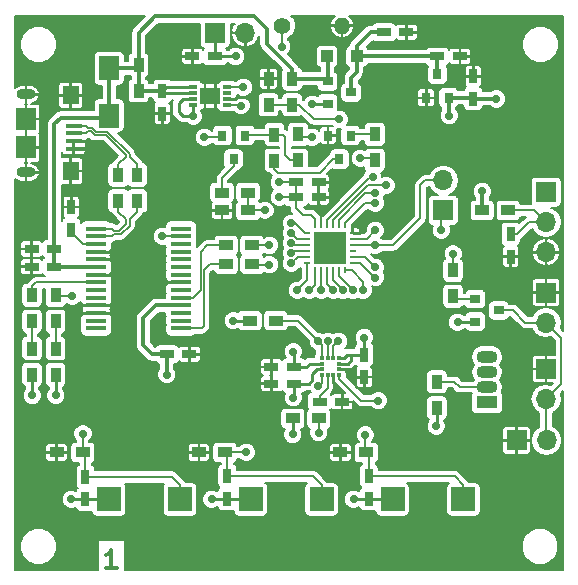
<source format=gbr>
G04 #@! TF.FileFunction,Copper,L1,Top,Signal*
%FSLAX46Y46*%
G04 Gerber Fmt 4.6, Leading zero omitted, Abs format (unit mm)*
G04 Created by KiCad (PCBNEW 4.0.6) date 03/11/18 13:26:33*
%MOMM*%
%LPD*%
G01*
G04 APERTURE LIST*
%ADD10C,0.100000*%
%ADD11C,0.300000*%
%ADD12R,1.750000X0.450000*%
%ADD13R,1.700000X1.700000*%
%ADD14O,1.700000X1.700000*%
%ADD15R,0.750000X1.200000*%
%ADD16R,1.200000X0.750000*%
%ADD17R,1.800000X1.070000*%
%ADD18O,1.800000X1.070000*%
%ADD19R,1.000000X1.000000*%
%ADD20R,1.700000X2.000000*%
%ADD21R,1.700000X1.900000*%
%ADD22R,1.350000X0.400000*%
%ADD23R,1.400000X1.600000*%
%ADD24O,1.600000X0.900000*%
%ADD25R,0.900000X1.200000*%
%ADD26C,1.400000*%
%ADD27O,1.400000X1.400000*%
%ADD28R,1.200000X0.900000*%
%ADD29R,2.000000X2.000000*%
%ADD30R,0.750000X0.300000*%
%ADD31R,0.875000X0.725000*%
%ADD32R,0.300000X0.300000*%
%ADD33R,0.900000X0.800000*%
%ADD34R,0.800000X0.900000*%
%ADD35R,0.580000X0.250000*%
%ADD36R,0.250000X0.580000*%
%ADD37R,2.700000X2.700000*%
%ADD38C,0.700000*%
%ADD39C,0.254000*%
%ADD40C,0.152400*%
%ADD41C,0.203200*%
%ADD42C,0.355600*%
G04 APERTURE END LIST*
D10*
D11*
X76128572Y-106278571D02*
X75271429Y-106278571D01*
X75700001Y-106278571D02*
X75700001Y-104778571D01*
X75557144Y-104992857D01*
X75414286Y-105135714D01*
X75271429Y-105207143D01*
D12*
X81600000Y-86025000D03*
X81600000Y-85375000D03*
X81600000Y-84725000D03*
X81600000Y-84075000D03*
X81600000Y-83425000D03*
X81600000Y-82775000D03*
X81600000Y-82125000D03*
X81600000Y-81475000D03*
X81600000Y-80825000D03*
X81600000Y-80175000D03*
X81600000Y-79525000D03*
X81600000Y-78875000D03*
X81600000Y-78225000D03*
X81600000Y-77575000D03*
X74400000Y-77575000D03*
X74400000Y-78225000D03*
X74400000Y-78875000D03*
X74400000Y-79525000D03*
X74400000Y-80175000D03*
X74400000Y-80825000D03*
X74400000Y-81475000D03*
X74400000Y-82125000D03*
X74400000Y-82775000D03*
X74400000Y-83425000D03*
X74400000Y-84075000D03*
X74400000Y-84725000D03*
X74400000Y-85375000D03*
X74400000Y-86025000D03*
D13*
X84500000Y-61000000D03*
D14*
X87040000Y-61000000D03*
D15*
X80000000Y-65950000D03*
X80000000Y-67850000D03*
D16*
X84450000Y-63000000D03*
X82550000Y-63000000D03*
X98775000Y-60950000D03*
X100675000Y-60950000D03*
X93250000Y-73660000D03*
X91350000Y-73660000D03*
X93250000Y-74930000D03*
X91350000Y-74930000D03*
D15*
X109500000Y-78050000D03*
X109500000Y-79950000D03*
X97100000Y-88250000D03*
X97100000Y-90150000D03*
D16*
X91150000Y-90700000D03*
X89250000Y-90700000D03*
D15*
X72300000Y-77650000D03*
X72300000Y-75750000D03*
D16*
X91150000Y-89300000D03*
X89250000Y-89300000D03*
X103300000Y-63000000D03*
X105200000Y-63000000D03*
D15*
X106330000Y-66590000D03*
X106330000Y-64690000D03*
D16*
X93320000Y-92240000D03*
X95220000Y-92240000D03*
X82290000Y-88210000D03*
X80390000Y-88210000D03*
X70850000Y-79300000D03*
X68950000Y-79300000D03*
X70850000Y-80800000D03*
X68950000Y-80800000D03*
D15*
X97500000Y-100450000D03*
X97500000Y-98550000D03*
X73500000Y-100500000D03*
X73500000Y-98600000D03*
X85500000Y-100450000D03*
X85500000Y-98550000D03*
D17*
X107500000Y-92270000D03*
D18*
X107500000Y-91000000D03*
X107500000Y-89730000D03*
X107500000Y-88460000D03*
D13*
X112500000Y-83000000D03*
D14*
X112500000Y-85540000D03*
D13*
X112500000Y-89460000D03*
D14*
X112500000Y-92000000D03*
D13*
X110000000Y-95500000D03*
D14*
X112540000Y-95500000D03*
D19*
X96450000Y-63000000D03*
X93950000Y-63000000D03*
D20*
X75500000Y-64000000D03*
X75500000Y-68000000D03*
D21*
X68475000Y-70700000D03*
X68475000Y-68300000D03*
D22*
X72500000Y-69500000D03*
X72500000Y-68200000D03*
X72500000Y-68850000D03*
X72500000Y-70150000D03*
X72500000Y-70800000D03*
D23*
X72250000Y-66300000D03*
X72250000Y-72700000D03*
D24*
X68475000Y-66200000D03*
X68475000Y-72800000D03*
D13*
X103800000Y-76040000D03*
D14*
X103800000Y-73500000D03*
D13*
X112500000Y-74500000D03*
D14*
X112500000Y-77040000D03*
X112500000Y-79580000D03*
D25*
X78000000Y-65900000D03*
X78000000Y-63700000D03*
X103250000Y-92750000D03*
X103250000Y-90550000D03*
D26*
X90150000Y-60400000D03*
D27*
X95230000Y-60400000D03*
D25*
X98000000Y-71800000D03*
X98000000Y-69600000D03*
X91500000Y-69600000D03*
X91500000Y-71800000D03*
X89500000Y-69610000D03*
X89500000Y-71810000D03*
D28*
X85060000Y-74530000D03*
X87260000Y-74530000D03*
X87260000Y-76030000D03*
X85060000Y-76030000D03*
D25*
X91000000Y-64900000D03*
X91000000Y-67100000D03*
X89000000Y-67090000D03*
X89000000Y-64890000D03*
X77880000Y-73030000D03*
X77880000Y-75230000D03*
X76280000Y-73030000D03*
X76280000Y-75230000D03*
D28*
X109290000Y-76030000D03*
X107090000Y-76030000D03*
D25*
X68976198Y-87726768D03*
X68976198Y-89926768D03*
X70976198Y-87726768D03*
X70976198Y-89926768D03*
D28*
X85400000Y-79000000D03*
X87600000Y-79000000D03*
X85400000Y-80600000D03*
X87600000Y-80600000D03*
X91050000Y-93650000D03*
X93250000Y-93650000D03*
X87429602Y-85368580D03*
X89629602Y-85368580D03*
X83100000Y-96520000D03*
X85300000Y-96520000D03*
X71070000Y-96530000D03*
X73270000Y-96530000D03*
X95090000Y-96530000D03*
X97290000Y-96530000D03*
D29*
X105500000Y-100500000D03*
X99500000Y-100500000D03*
X81500000Y-100500000D03*
X75500000Y-100500000D03*
X93500000Y-100500000D03*
X87500000Y-100500000D03*
D30*
X82612500Y-65612500D03*
X82612500Y-66112500D03*
X82612500Y-66612500D03*
X82612500Y-67112500D03*
X85512500Y-67112500D03*
X85512500Y-66612500D03*
X85512500Y-66112500D03*
X85512500Y-65612500D03*
D31*
X84500000Y-66725000D03*
X84500000Y-66000000D03*
X83625000Y-66725000D03*
X83625000Y-66000000D03*
D32*
X93500000Y-88500000D03*
X93500000Y-89000000D03*
X93500000Y-89500000D03*
X93500000Y-90000000D03*
X94000000Y-88500000D03*
X94000000Y-90000000D03*
X94500000Y-88500000D03*
X94500000Y-90000000D03*
X95000000Y-88500000D03*
X95000000Y-89000000D03*
X95000000Y-89500000D03*
X95000000Y-90000000D03*
D25*
X104620000Y-81110000D03*
X104620000Y-83310000D03*
D33*
X106500000Y-83550000D03*
X106500000Y-85450000D03*
X108500000Y-84500000D03*
D34*
X95950000Y-69700000D03*
X94050000Y-69700000D03*
X95000000Y-71700000D03*
X87000000Y-69700000D03*
X85100000Y-69700000D03*
X86050000Y-71700000D03*
D33*
X94000000Y-65100000D03*
X94000000Y-67000000D03*
X96000000Y-66050000D03*
D34*
X102350000Y-66500000D03*
X104250000Y-66500000D03*
X103300000Y-64500000D03*
D25*
X68976198Y-83226768D03*
X68976198Y-85426768D03*
X70976198Y-83226768D03*
X70976198Y-85426768D03*
D35*
X92287500Y-77950000D03*
X92287500Y-78450000D03*
X92287500Y-78950000D03*
X92287500Y-79450000D03*
X92287500Y-79950000D03*
X92287500Y-80450000D03*
D36*
X92950000Y-81112500D03*
X93450000Y-81112500D03*
X93950000Y-81112500D03*
X94450000Y-81112500D03*
X94950000Y-81112500D03*
X95450000Y-81112500D03*
D35*
X96112500Y-80450000D03*
X96112500Y-79950000D03*
X96112500Y-79450000D03*
X96112500Y-78950000D03*
X96112500Y-78450000D03*
X96112500Y-77950000D03*
D36*
X95450000Y-77287500D03*
X94950000Y-77287500D03*
X94450000Y-77287500D03*
X93950000Y-77287500D03*
X93450000Y-77287500D03*
X92950000Y-77287500D03*
D37*
X94200000Y-79200000D03*
D38*
X92710000Y-67056000D03*
X92710000Y-69850000D03*
X83566000Y-69850000D03*
X86225000Y-63000000D03*
X82625000Y-68075000D03*
X80400000Y-89950000D03*
X91050000Y-95000000D03*
X89916000Y-74930000D03*
X89916000Y-73660000D03*
X96200000Y-100500000D03*
X84200000Y-100500000D03*
X72300000Y-100500000D03*
X71000000Y-91700000D03*
X69000000Y-91700000D03*
X86029602Y-85368580D03*
X91100000Y-91900000D03*
X91100000Y-88000000D03*
X97100000Y-86800000D03*
X103200000Y-94300000D03*
X105000000Y-85500000D03*
X107100000Y-74400000D03*
X104300000Y-68000000D03*
X108300000Y-66600000D03*
X90932000Y-77960791D03*
X97200000Y-95050000D03*
X91440000Y-82804000D03*
X97810000Y-73180000D03*
X73290000Y-94950000D03*
X87110000Y-96520000D03*
X98950000Y-73920000D03*
X90932000Y-79665597D03*
X90932000Y-78813194D03*
X90932000Y-80518000D03*
X72390000Y-83312000D03*
X80010000Y-78232000D03*
X89075000Y-79000000D03*
X103632000Y-77724000D03*
X98044000Y-77724000D03*
X89080000Y-80620000D03*
X98044000Y-78994000D03*
X90125000Y-62175000D03*
X86875000Y-65600000D03*
X96774000Y-71628000D03*
X97028000Y-82804000D03*
X88700000Y-76025000D03*
X93472000Y-82804000D03*
X94996000Y-68326000D03*
X98044000Y-74585597D03*
X93250000Y-94850000D03*
X93218000Y-90932000D03*
X94470791Y-82804000D03*
X93218000Y-87122000D03*
X95323194Y-82804000D03*
X98044000Y-75438000D03*
X86673768Y-67173031D03*
X104625000Y-79700000D03*
X92456000Y-82804000D03*
X94070403Y-87122000D03*
X96175597Y-82804000D03*
X98300000Y-92150000D03*
X98044000Y-81714806D03*
X90932000Y-77108388D03*
X94922806Y-87122000D03*
X98044000Y-80862403D03*
D39*
X92710000Y-67056000D02*
X93944000Y-67056000D01*
X93944000Y-67056000D02*
X94000000Y-67000000D01*
X84450000Y-63000000D02*
X84450000Y-61050000D01*
X84450000Y-61050000D02*
X84500000Y-61000000D01*
X86225000Y-63000000D02*
X84450000Y-63000000D01*
X82612500Y-66612500D02*
X81737500Y-66612500D01*
X81737500Y-66612500D02*
X81400000Y-66950000D01*
X81400000Y-66950000D02*
X81400000Y-67700000D01*
X81400000Y-67700000D02*
X81775000Y-68075000D01*
X81775000Y-68075000D02*
X82625000Y-68075000D01*
X82612500Y-67112500D02*
X82612500Y-68062500D01*
X82612500Y-68062500D02*
X82625000Y-68075000D01*
D40*
X92710000Y-69850000D02*
X91750000Y-69850000D01*
X91750000Y-69850000D02*
X91500000Y-69600000D01*
X83566000Y-69850000D02*
X84950000Y-69850000D01*
X84950000Y-69850000D02*
X85100000Y-69700000D01*
D39*
X72500000Y-70800000D02*
X73429000Y-70800000D01*
X73429000Y-70800000D02*
X73729000Y-70500000D01*
X72500000Y-70150000D02*
X73429000Y-70150000D01*
X73429000Y-70150000D02*
X73779000Y-70500000D01*
X74400000Y-81475000D02*
X76475000Y-81475000D01*
X74400000Y-84075000D02*
X73075000Y-84075000D01*
X74400000Y-84725000D02*
X72775000Y-84725000D01*
X74400000Y-84725000D02*
X76275000Y-84725000D01*
X74400000Y-84075000D02*
X76425000Y-84075000D01*
X74400000Y-80175000D02*
X76325000Y-80175000D01*
X74400000Y-79525000D02*
X76975000Y-79525000D01*
X81600000Y-82125000D02*
X79625000Y-82125000D01*
X94500000Y-90650000D02*
X95220000Y-91370000D01*
X95220000Y-91370000D02*
X95220000Y-92240000D01*
X94500000Y-90000000D02*
X94500000Y-90650000D01*
X86354000Y-66400000D02*
X87850000Y-66400000D01*
X85512500Y-66612500D02*
X86141500Y-66612500D01*
X86141500Y-66612500D02*
X86354000Y-66400000D01*
X97100000Y-90150000D02*
X96350000Y-90150000D01*
X96350000Y-90150000D02*
X95700000Y-89500000D01*
D41*
X93250000Y-74930000D02*
X93250000Y-75508200D01*
X93250000Y-75508200D02*
X93450000Y-75708200D01*
X93450000Y-75708200D02*
X93450000Y-77287500D01*
D39*
X95000000Y-89500000D02*
X95700000Y-89500000D01*
X96112500Y-77950000D02*
X96656500Y-77950000D01*
X96656500Y-77950000D02*
X96706500Y-77900000D01*
X82612500Y-65612500D02*
X80337500Y-65612500D01*
X80337500Y-65612500D02*
X80000000Y-65950000D01*
X82612500Y-66112500D02*
X80162500Y-66112500D01*
X80162500Y-66112500D02*
X80000000Y-65950000D01*
X80000000Y-65950000D02*
X80050000Y-65950000D01*
D42*
X87800000Y-59600000D02*
X79400000Y-59600000D01*
X88850000Y-61906698D02*
X88850000Y-60650000D01*
X88850000Y-60650000D02*
X87800000Y-59600000D01*
X91000000Y-64900000D02*
X91000000Y-64056698D01*
X91000000Y-64056698D02*
X88850000Y-61906698D01*
X78000000Y-61000000D02*
X79400000Y-59600000D01*
X78000000Y-63700000D02*
X78000000Y-61000000D01*
X70850000Y-80800000D02*
X74375000Y-80800000D01*
X74375000Y-80800000D02*
X74400000Y-80825000D01*
X70850000Y-79300000D02*
X70850000Y-80800000D01*
X72500000Y-68200000D02*
X71400000Y-68200000D01*
X71400000Y-68200000D02*
X70850000Y-68750000D01*
X70850000Y-68750000D02*
X70850000Y-79300000D01*
X94000000Y-65100000D02*
X94000000Y-63050000D01*
X94000000Y-63050000D02*
X93950000Y-63000000D01*
X91000000Y-64900000D02*
X93800000Y-64900000D01*
X93800000Y-64900000D02*
X94000000Y-65100000D01*
X78000000Y-65900000D02*
X79950000Y-65900000D01*
X79950000Y-65900000D02*
X80000000Y-65950000D01*
X78000000Y-63700000D02*
X78000000Y-65900000D01*
X75500000Y-64000000D02*
X77700000Y-64000000D01*
X77700000Y-64000000D02*
X78000000Y-63700000D01*
X75500000Y-68000000D02*
X75500000Y-64000000D01*
X72500000Y-68200000D02*
X75300000Y-68200000D01*
X75300000Y-68200000D02*
X75500000Y-68000000D01*
X96450000Y-63000000D02*
X96450000Y-62144400D01*
X96450000Y-62144400D02*
X97644400Y-60950000D01*
X97644400Y-60950000D02*
X98775000Y-60950000D01*
X103300000Y-63000000D02*
X103300000Y-64500000D01*
X96450000Y-63000000D02*
X103300000Y-63000000D01*
X96000000Y-64800000D02*
X96450000Y-64350000D01*
X96450000Y-64350000D02*
X96450000Y-63000000D01*
X96000000Y-66050000D02*
X96000000Y-64800000D01*
X80390000Y-88210000D02*
X80390000Y-89940000D01*
X80390000Y-89940000D02*
X80400000Y-89950000D01*
X78380000Y-87460000D02*
X79130000Y-88210000D01*
X79130000Y-88210000D02*
X80390000Y-88210000D01*
X78380000Y-85170000D02*
X78380000Y-87460000D01*
X79475000Y-84075000D02*
X78380000Y-85170000D01*
X81600000Y-84075000D02*
X79475000Y-84075000D01*
D39*
X91050000Y-93650000D02*
X91050000Y-95000000D01*
D41*
X91350000Y-74930000D02*
X89916000Y-74930000D01*
X91350000Y-73660000D02*
X89916000Y-73660000D01*
X91350000Y-74930000D02*
X91350000Y-73660000D01*
X91948000Y-76454000D02*
X91350000Y-75856000D01*
X91350000Y-75856000D02*
X91350000Y-74930000D01*
X92609700Y-76454000D02*
X91948000Y-76454000D01*
X92950000Y-77287500D02*
X92950000Y-76794300D01*
X92950000Y-76794300D02*
X92609700Y-76454000D01*
D39*
X97500000Y-100450000D02*
X96250000Y-100450000D01*
X96250000Y-100450000D02*
X96200000Y-100500000D01*
X99500000Y-100500000D02*
X97550000Y-100500000D01*
X97550000Y-100500000D02*
X97500000Y-100450000D01*
X85500000Y-100450000D02*
X84250000Y-100450000D01*
X84250000Y-100450000D02*
X84200000Y-100500000D01*
X87500000Y-100500000D02*
X85550000Y-100500000D01*
X85550000Y-100500000D02*
X85500000Y-100450000D01*
X73500000Y-100500000D02*
X72300000Y-100500000D01*
X75500000Y-100500000D02*
X73500000Y-100500000D01*
X70976198Y-89926768D02*
X70976198Y-91676198D01*
X70976198Y-91676198D02*
X71000000Y-91700000D01*
X68976198Y-89926768D02*
X68976198Y-91676198D01*
X68976198Y-91676198D02*
X69000000Y-91700000D01*
X87429602Y-85368580D02*
X86029602Y-85368580D01*
X91150000Y-90700000D02*
X91150000Y-91850000D01*
X91150000Y-91850000D02*
X91100000Y-91900000D01*
X91150000Y-89300000D02*
X91150000Y-88050000D01*
X91150000Y-88050000D02*
X91100000Y-88000000D01*
X97100000Y-88250000D02*
X97100000Y-86800000D01*
X95654000Y-88250000D02*
X96000000Y-88250000D01*
X96000000Y-88250000D02*
X97100000Y-88250000D01*
X95000000Y-89000000D02*
X95700000Y-89000000D01*
X95700000Y-89000000D02*
X96000000Y-88700000D01*
X96000000Y-88700000D02*
X96000000Y-88250000D01*
X95404000Y-88500000D02*
X95654000Y-88250000D01*
X95000000Y-88500000D02*
X95404000Y-88500000D01*
X92700000Y-90400000D02*
X92400000Y-90700000D01*
X92400000Y-90700000D02*
X91150000Y-90700000D01*
X92700000Y-89896000D02*
X92700000Y-90400000D01*
X93500000Y-89500000D02*
X93096000Y-89500000D01*
X93096000Y-89500000D02*
X92700000Y-89896000D01*
X92200000Y-89300000D02*
X92500000Y-89000000D01*
X92500000Y-89000000D02*
X93500000Y-89000000D01*
X91150000Y-89300000D02*
X92200000Y-89300000D01*
X103250000Y-92750000D02*
X103250000Y-94250000D01*
X103250000Y-94250000D02*
X103200000Y-94300000D01*
X106500000Y-85450000D02*
X105050000Y-85450000D01*
X105050000Y-85450000D02*
X105000000Y-85500000D01*
D42*
X107090000Y-76030000D02*
X107090000Y-74410000D01*
X107090000Y-74410000D02*
X107100000Y-74400000D01*
X104250000Y-66500000D02*
X104250000Y-67950000D01*
X104250000Y-67950000D02*
X104300000Y-68000000D01*
X106330000Y-66590000D02*
X108290000Y-66590000D01*
X108290000Y-66590000D02*
X108300000Y-66600000D01*
X104250000Y-66500000D02*
X106240000Y-66500000D01*
X106240000Y-66500000D02*
X106330000Y-66590000D01*
D40*
X92287500Y-78450000D02*
X91421209Y-78450000D01*
X91421209Y-78450000D02*
X90932000Y-77960791D01*
X72300000Y-77650000D02*
X72300000Y-77875000D01*
X72300000Y-77875000D02*
X73300000Y-78875000D01*
X73300000Y-78875000D02*
X74400000Y-78875000D01*
X93320000Y-92240000D02*
X93320000Y-91712600D01*
X93320000Y-91712600D02*
X94000000Y-91032600D01*
X94000000Y-91032600D02*
X94000000Y-90000000D01*
X97200000Y-95050000D02*
X97200000Y-96440000D01*
X97200000Y-96440000D02*
X97290000Y-96530000D01*
X92287500Y-80450000D02*
X92287500Y-81956500D01*
X92287500Y-81956500D02*
X91440000Y-82804000D01*
D41*
X97500000Y-98550000D02*
X97500000Y-96740000D01*
X97500000Y-96740000D02*
X97290000Y-96530000D01*
X97500000Y-98550000D02*
X104753200Y-98550000D01*
X104753200Y-98550000D02*
X105500000Y-99296800D01*
X105500000Y-99296800D02*
X105500000Y-100500000D01*
D40*
X97518638Y-73276462D02*
X97713538Y-73276462D01*
X97713538Y-73276462D02*
X97810000Y-73180000D01*
X73270000Y-96530000D02*
X73270000Y-94970000D01*
X73270000Y-94970000D02*
X73290000Y-94950000D01*
X93950000Y-76845100D02*
X97518638Y-73276462D01*
X93950000Y-77287500D02*
X93950000Y-76845100D01*
D41*
X73500000Y-98600000D02*
X80803200Y-98600000D01*
X80803200Y-98600000D02*
X81500000Y-99296800D01*
X81500000Y-99296800D02*
X81500000Y-100500000D01*
X73500000Y-98600000D02*
X73500000Y-96760000D01*
X73500000Y-96760000D02*
X73270000Y-96530000D01*
D40*
X87110000Y-96520000D02*
X85300000Y-96520000D01*
X94450000Y-76845100D02*
X97440038Y-73855062D01*
X97440038Y-73855062D02*
X98885062Y-73855062D01*
X98885062Y-73855062D02*
X98950000Y-73920000D01*
X94450000Y-77287500D02*
X94450000Y-76845100D01*
D41*
X85500000Y-98550000D02*
X92753200Y-98550000D01*
X92753200Y-98550000D02*
X93500000Y-99296800D01*
X93500000Y-99296800D02*
X93500000Y-100500000D01*
X85500000Y-98550000D02*
X85500000Y-96720000D01*
X85500000Y-96720000D02*
X85300000Y-96520000D01*
D40*
X92287500Y-79450000D02*
X91147597Y-79450000D01*
X91147597Y-79450000D02*
X90932000Y-79665597D01*
X105180000Y-91000000D02*
X104730000Y-90550000D01*
X104730000Y-90550000D02*
X103250000Y-90550000D01*
X107500000Y-91000000D02*
X105180000Y-91000000D01*
X92287500Y-78950000D02*
X91068806Y-78950000D01*
X91068806Y-78950000D02*
X90932000Y-78813194D01*
X107490000Y-88450000D02*
X107500000Y-88460000D01*
X92287500Y-79950000D02*
X91500000Y-79950000D01*
X91500000Y-79950000D02*
X90932000Y-80518000D01*
D41*
X112500000Y-92000000D02*
X112500000Y-95460000D01*
X112500000Y-95460000D02*
X112540000Y-95500000D01*
X113800000Y-90700000D02*
X113800000Y-86840000D01*
X113800000Y-86840000D02*
X112500000Y-85540000D01*
X112500000Y-92000000D02*
X113800000Y-90700000D01*
X108500000Y-84500000D02*
X109700000Y-84500000D01*
X109700000Y-84500000D02*
X110740000Y-85540000D01*
X110740000Y-85540000D02*
X112500000Y-85540000D01*
D40*
X68976198Y-83226768D02*
X68976198Y-82474368D01*
X69325566Y-82125000D02*
X74400000Y-82125000D01*
X68976198Y-82474368D02*
X69325566Y-82125000D01*
X68976198Y-87726768D02*
X68976198Y-85426768D01*
X72390000Y-83312000D02*
X71061430Y-83312000D01*
X71061430Y-83312000D02*
X70976198Y-83226768D01*
X81600000Y-78225000D02*
X80017000Y-78225000D01*
X80017000Y-78225000D02*
X80010000Y-78232000D01*
X70976198Y-87726768D02*
X70976198Y-85426768D01*
X89075000Y-79000000D02*
X87600000Y-79000000D01*
X103632000Y-77724000D02*
X103632000Y-76208000D01*
X103632000Y-76208000D02*
X103800000Y-76040000D01*
X96112500Y-78450000D02*
X97318000Y-78450000D01*
X97318000Y-78450000D02*
X98044000Y-77724000D01*
X96148500Y-78486000D02*
X96112500Y-78450000D01*
X89080000Y-80620000D02*
X87620000Y-80620000D01*
X87620000Y-80620000D02*
X87600000Y-80600000D01*
X101854000Y-73914000D02*
X102268000Y-73500000D01*
X102268000Y-73500000D02*
X103800000Y-73500000D01*
X101854000Y-76708000D02*
X101854000Y-73914000D01*
X99568000Y-78994000D02*
X101854000Y-76708000D01*
X98044000Y-78994000D02*
X99568000Y-78994000D01*
X96112500Y-78950000D02*
X98000000Y-78950000D01*
X98000000Y-78950000D02*
X98044000Y-78994000D01*
X90125000Y-62175000D02*
X90125000Y-60425000D01*
X90125000Y-60425000D02*
X90150000Y-60400000D01*
X85512500Y-65612500D02*
X86862500Y-65612500D01*
X86862500Y-65612500D02*
X86875000Y-65600000D01*
X95450000Y-81112500D02*
X96066534Y-81112500D01*
X96066534Y-81112500D02*
X97028000Y-82073966D01*
X97028000Y-82073966D02*
X97028000Y-82804000D01*
X96774000Y-71628000D02*
X97828000Y-71628000D01*
X97828000Y-71628000D02*
X98000000Y-71800000D01*
X98000000Y-69600000D02*
X96050000Y-69600000D01*
X96050000Y-69600000D02*
X95950000Y-69700000D01*
X89500000Y-69610000D02*
X87090000Y-69610000D01*
X87090000Y-69610000D02*
X87000000Y-69700000D01*
X91500000Y-71800000D02*
X90850000Y-71800000D01*
X90850000Y-71800000D02*
X90424000Y-71374000D01*
X90424000Y-69850000D02*
X90184000Y-69610000D01*
X90424000Y-71374000D02*
X90424000Y-69850000D01*
X90184000Y-69610000D02*
X89500000Y-69610000D01*
X88700000Y-76025000D02*
X87265000Y-76025000D01*
X87265000Y-76025000D02*
X87260000Y-76030000D01*
X93472000Y-82804000D02*
X93472000Y-81134500D01*
X93472000Y-81134500D02*
X93450000Y-81112500D01*
X87260000Y-74530000D02*
X87260000Y-76030000D01*
X91000000Y-67100000D02*
X91602400Y-67100000D01*
X92828400Y-68326000D02*
X94501026Y-68326000D01*
X91602400Y-67100000D02*
X92828400Y-68326000D01*
X94501026Y-68326000D02*
X94996000Y-68326000D01*
X94950000Y-77287500D02*
X94950000Y-76845100D01*
X94950000Y-76845100D02*
X97209503Y-74585597D01*
X97209503Y-74585597D02*
X98044000Y-74585597D01*
X94996000Y-77241500D02*
X94950000Y-77287500D01*
X89000000Y-67090000D02*
X90990000Y-67090000D01*
X90990000Y-67090000D02*
X91000000Y-67100000D01*
X76493126Y-78052400D02*
X77232400Y-77313126D01*
X77232400Y-76777600D02*
X77880000Y-76130000D01*
X77232400Y-77313126D02*
X77232400Y-76777600D01*
X77880000Y-76130000D02*
X77880000Y-75230000D01*
X74400000Y-78225000D02*
X75712500Y-78225000D01*
X75712500Y-78225000D02*
X75885100Y-78052400D01*
X75885100Y-78052400D02*
X76493126Y-78052400D01*
X75364331Y-69358805D02*
X77232400Y-71226874D01*
X77232400Y-71226874D02*
X77232400Y-71482400D01*
X77232400Y-71482400D02*
X77880000Y-72130000D01*
X77880000Y-72130000D02*
X77880000Y-73030000D01*
X74424331Y-69358805D02*
X75364331Y-69358805D01*
X74088126Y-69022600D02*
X74424331Y-69358805D01*
X72500000Y-68850000D02*
X73512500Y-68850000D01*
X73512500Y-68850000D02*
X73685100Y-69022600D01*
X73685100Y-69022600D02*
X74088126Y-69022600D01*
X76366874Y-77747600D02*
X76927600Y-77186874D01*
X76927600Y-77186874D02*
X76927600Y-76777600D01*
X76927600Y-76777600D02*
X76280000Y-76130000D01*
X76280000Y-76130000D02*
X76280000Y-75230000D01*
X74400000Y-77575000D02*
X75712500Y-77575000D01*
X75712500Y-77575000D02*
X75885100Y-77747600D01*
X75885100Y-77747600D02*
X76366874Y-77747600D01*
X75238079Y-69663605D02*
X76927600Y-71353126D01*
X76927600Y-71353126D02*
X76927600Y-71482400D01*
X76280000Y-72130000D02*
X76280000Y-73030000D01*
X76927600Y-71482400D02*
X76280000Y-72130000D01*
X74298079Y-69663605D02*
X75238079Y-69663605D01*
X73961874Y-69327400D02*
X74298079Y-69663605D01*
X72500000Y-69500000D02*
X73512500Y-69500000D01*
X73512500Y-69500000D02*
X73685100Y-69327400D01*
X73685100Y-69327400D02*
X73961874Y-69327400D01*
X83814000Y-79000000D02*
X85400000Y-79000000D01*
X83241399Y-79572601D02*
X83814000Y-79000000D01*
X83241399Y-82811001D02*
X83241399Y-79572601D01*
X82627400Y-83425000D02*
X83241399Y-82811001D01*
X81600000Y-83425000D02*
X82627400Y-83425000D01*
X83325000Y-86025000D02*
X81600000Y-86025000D01*
X83546209Y-85803791D02*
X83325000Y-86025000D01*
X83546209Y-81093791D02*
X83546209Y-85803791D01*
X84040000Y-80600000D02*
X83546209Y-81093791D01*
X85400000Y-80600000D02*
X84040000Y-80600000D01*
X81681000Y-86106000D02*
X81600000Y-86025000D01*
X93250000Y-94850000D02*
X93250000Y-93650000D01*
X93500000Y-90000000D02*
X93500000Y-90650000D01*
X93500000Y-90650000D02*
X93218000Y-90932000D01*
X94470791Y-82804000D02*
X93950000Y-82283209D01*
X93950000Y-82283209D02*
X93950000Y-81112500D01*
X89629602Y-85368580D02*
X91464580Y-85368580D01*
X91464580Y-85368580D02*
X93218000Y-87122000D01*
X93500000Y-88500000D02*
X93500000Y-87404000D01*
X93500000Y-87404000D02*
X93218000Y-87122000D01*
X94450000Y-81112500D02*
X94450000Y-81930806D01*
X94450000Y-81930806D02*
X95323194Y-82804000D01*
X95450000Y-77287500D02*
X95450000Y-77122500D01*
X95450000Y-77122500D02*
X97134500Y-75438000D01*
X97134500Y-75438000D02*
X98044000Y-75438000D01*
X85512500Y-67112500D02*
X86613237Y-67112500D01*
X86613237Y-67112500D02*
X86673768Y-67173031D01*
X104625000Y-79700000D02*
X104625000Y-81105000D01*
X104625000Y-81105000D02*
X104620000Y-81110000D01*
X92950000Y-81112500D02*
X92950000Y-82310000D01*
X92950000Y-82310000D02*
X92456000Y-82804000D01*
X94000000Y-88500000D02*
X94000000Y-87192403D01*
X94000000Y-87192403D02*
X94070403Y-87122000D01*
X94950000Y-81112500D02*
X94950000Y-81578403D01*
X94950000Y-81578403D02*
X96175597Y-82804000D01*
X98044000Y-81714806D02*
X96779194Y-80450000D01*
X96779194Y-80450000D02*
X96112500Y-80450000D01*
X95000000Y-90000000D02*
X95000000Y-90302400D01*
X95000000Y-90302400D02*
X96847600Y-92150000D01*
X96847600Y-92150000D02*
X98300000Y-92150000D01*
X93317600Y-72830000D02*
X91000000Y-72830000D01*
X91000000Y-72830000D02*
X90780000Y-72830000D01*
X89500000Y-71810000D02*
X89500000Y-72562400D01*
X89500000Y-72562400D02*
X89767600Y-72830000D01*
X89767600Y-72830000D02*
X91000000Y-72830000D01*
X95000000Y-71700000D02*
X94447600Y-71700000D01*
X94447600Y-71700000D02*
X93317600Y-72830000D01*
X86050000Y-71700000D02*
X86050000Y-72302400D01*
X86050000Y-72302400D02*
X85060000Y-73292400D01*
X85060000Y-73292400D02*
X85060000Y-74530000D01*
D41*
X106500000Y-83550000D02*
X104860000Y-83550000D01*
X104860000Y-83550000D02*
X104620000Y-83310000D01*
D40*
X92287500Y-77950000D02*
X92122500Y-77950000D01*
X92122500Y-77950000D02*
X91280888Y-77108388D01*
X91280888Y-77108388D02*
X90932000Y-77108388D01*
D41*
X109290000Y-76030000D02*
X111490000Y-76030000D01*
X111490000Y-76030000D02*
X112500000Y-77040000D01*
X109500000Y-78050000D02*
X110078200Y-78050000D01*
X110078200Y-78050000D02*
X111088200Y-77040000D01*
X111088200Y-77040000D02*
X112500000Y-77040000D01*
D40*
X94500000Y-88500000D02*
X94500000Y-87544806D01*
X94500000Y-87544806D02*
X94922806Y-87122000D01*
X96112500Y-79950000D02*
X97131597Y-79950000D01*
X97131597Y-79950000D02*
X98044000Y-80862403D01*
D41*
G36*
X77550987Y-60550987D02*
X77413336Y-60756996D01*
X77365000Y-61000000D01*
X77365000Y-62675743D01*
X77224962Y-62765855D01*
X77120570Y-62918639D01*
X77083843Y-63100000D01*
X77083843Y-63365000D01*
X76816157Y-63365000D01*
X76816157Y-63000000D01*
X76784277Y-62830572D01*
X76684145Y-62674962D01*
X76531361Y-62570570D01*
X76350000Y-62533843D01*
X74650000Y-62533843D01*
X74480572Y-62565723D01*
X74324962Y-62665855D01*
X74220570Y-62818639D01*
X74183843Y-63000000D01*
X74183843Y-65000000D01*
X74215723Y-65169428D01*
X74315855Y-65325038D01*
X74468639Y-65429430D01*
X74650000Y-65466157D01*
X74865000Y-65466157D01*
X74865000Y-66533843D01*
X74650000Y-66533843D01*
X74480572Y-66565723D01*
X74324962Y-66665855D01*
X74220570Y-66818639D01*
X74183843Y-67000000D01*
X74183843Y-67565000D01*
X73328856Y-67565000D01*
X73175000Y-67533843D01*
X71825000Y-67533843D01*
X71659414Y-67565000D01*
X71400000Y-67565000D01*
X71156995Y-67613336D01*
X71092910Y-67656157D01*
X70950987Y-67750987D01*
X70950985Y-67750990D01*
X70400987Y-68300987D01*
X70263336Y-68506996D01*
X70215000Y-68750000D01*
X70215000Y-78465429D01*
X70080572Y-78490723D01*
X69924962Y-78590855D01*
X69841257Y-78713363D01*
X69751431Y-78623537D01*
X69620733Y-78569400D01*
X69064300Y-78569400D01*
X68975400Y-78658300D01*
X68975400Y-79274600D01*
X68995400Y-79274600D01*
X68995400Y-79325400D01*
X68975400Y-79325400D01*
X68975400Y-79941700D01*
X69064300Y-80030600D01*
X69620733Y-80030600D01*
X69751431Y-79976463D01*
X69842247Y-79885647D01*
X69915855Y-80000038D01*
X69988723Y-80049826D01*
X69924962Y-80090855D01*
X69841257Y-80213363D01*
X69751431Y-80123537D01*
X69620733Y-80069400D01*
X69064300Y-80069400D01*
X68975400Y-80158300D01*
X68975400Y-80774600D01*
X68995400Y-80774600D01*
X68995400Y-80825400D01*
X68975400Y-80825400D01*
X68975400Y-81441700D01*
X69064300Y-81530600D01*
X69620733Y-81530600D01*
X69751431Y-81476463D01*
X69842247Y-81385647D01*
X69915855Y-81500038D01*
X70049862Y-81591600D01*
X69325566Y-81591600D01*
X69121443Y-81632203D01*
X68948395Y-81747829D01*
X68599027Y-82097197D01*
X68556655Y-82160611D01*
X68526198Y-82160611D01*
X68356770Y-82192491D01*
X68201160Y-82292623D01*
X68096768Y-82445407D01*
X68060041Y-82626768D01*
X68060041Y-83826768D01*
X68091921Y-83996196D01*
X68192053Y-84151806D01*
X68344837Y-84256198D01*
X68526198Y-84292925D01*
X69426198Y-84292925D01*
X69595626Y-84261045D01*
X69751236Y-84160913D01*
X69855628Y-84008129D01*
X69892355Y-83826768D01*
X69892355Y-82658400D01*
X70060041Y-82658400D01*
X70060041Y-83826768D01*
X70091921Y-83996196D01*
X70192053Y-84151806D01*
X70344837Y-84256198D01*
X70526198Y-84292925D01*
X71426198Y-84292925D01*
X71595626Y-84261045D01*
X71751236Y-84160913D01*
X71855628Y-84008129D01*
X71870592Y-83934236D01*
X71932161Y-83995912D01*
X72228734Y-84119060D01*
X72549858Y-84119340D01*
X72846645Y-83996710D01*
X73073912Y-83769839D01*
X73079060Y-83757442D01*
X73090723Y-83819428D01*
X73169400Y-83941696D01*
X73169400Y-83960700D01*
X73258300Y-84049600D01*
X73299981Y-84049600D01*
X73343639Y-84079430D01*
X73447191Y-84100400D01*
X73258300Y-84100400D01*
X73169400Y-84189300D01*
X73169400Y-84370733D01*
X73181523Y-84400000D01*
X73169400Y-84429267D01*
X73169400Y-84610700D01*
X73258300Y-84699600D01*
X73441259Y-84699600D01*
X73355572Y-84715723D01*
X73301682Y-84750400D01*
X73258300Y-84750400D01*
X73169400Y-84839300D01*
X73169400Y-84860584D01*
X73095570Y-84968639D01*
X73058843Y-85150000D01*
X73058843Y-85600000D01*
X73078350Y-85703672D01*
X73058843Y-85800000D01*
X73058843Y-86250000D01*
X73090723Y-86419428D01*
X73190855Y-86575038D01*
X73343639Y-86679430D01*
X73525000Y-86716157D01*
X75275000Y-86716157D01*
X75444428Y-86684277D01*
X75600038Y-86584145D01*
X75704430Y-86431361D01*
X75741157Y-86250000D01*
X75741157Y-85800000D01*
X75721650Y-85696328D01*
X75741157Y-85600000D01*
X75741157Y-85170000D01*
X77745000Y-85170000D01*
X77745000Y-87460000D01*
X77793336Y-87703004D01*
X77930987Y-87909013D01*
X78680987Y-88659013D01*
X78886996Y-88796664D01*
X79130000Y-88845000D01*
X79414004Y-88845000D01*
X79455855Y-88910038D01*
X79608639Y-89014430D01*
X79755000Y-89044069D01*
X79755000Y-89453317D01*
X79716088Y-89492161D01*
X79592940Y-89788734D01*
X79592660Y-90109858D01*
X79715290Y-90406645D01*
X79942161Y-90633912D01*
X80238734Y-90757060D01*
X80559858Y-90757340D01*
X80856645Y-90634710D01*
X81083912Y-90407839D01*
X81207060Y-90111266D01*
X81207340Y-89790142D01*
X81084710Y-89493355D01*
X81025000Y-89433541D01*
X81025000Y-89414300D01*
X88294400Y-89414300D01*
X88294400Y-89745733D01*
X88348537Y-89876431D01*
X88448569Y-89976463D01*
X88505392Y-90000000D01*
X88448569Y-90023537D01*
X88348537Y-90123569D01*
X88294400Y-90254267D01*
X88294400Y-90585700D01*
X88383300Y-90674600D01*
X89224600Y-90674600D01*
X89224600Y-90058300D01*
X89166300Y-90000000D01*
X89224600Y-89941700D01*
X89224600Y-89325400D01*
X88383300Y-89325400D01*
X88294400Y-89414300D01*
X81025000Y-89414300D01*
X81025000Y-89044571D01*
X81159428Y-89019277D01*
X81315038Y-88919145D01*
X81398743Y-88796637D01*
X81488569Y-88886463D01*
X81619267Y-88940600D01*
X82175700Y-88940600D01*
X82264600Y-88851700D01*
X82264600Y-88235400D01*
X82315400Y-88235400D01*
X82315400Y-88851700D01*
X82404300Y-88940600D01*
X82960733Y-88940600D01*
X83091431Y-88886463D01*
X83123627Y-88854267D01*
X88294400Y-88854267D01*
X88294400Y-89185700D01*
X88383300Y-89274600D01*
X89224600Y-89274600D01*
X89224600Y-88658300D01*
X89135700Y-88569400D01*
X88579267Y-88569400D01*
X88448569Y-88623537D01*
X88348537Y-88723569D01*
X88294400Y-88854267D01*
X83123627Y-88854267D01*
X83191463Y-88786431D01*
X83245600Y-88655733D01*
X83245600Y-88324300D01*
X83156700Y-88235400D01*
X82315400Y-88235400D01*
X82264600Y-88235400D01*
X82244600Y-88235400D01*
X82244600Y-88184600D01*
X82264600Y-88184600D01*
X82264600Y-87568300D01*
X82315400Y-87568300D01*
X82315400Y-88184600D01*
X83156700Y-88184600D01*
X83245600Y-88095700D01*
X83245600Y-87764267D01*
X83191463Y-87633569D01*
X83091431Y-87533537D01*
X82960733Y-87479400D01*
X82404300Y-87479400D01*
X82315400Y-87568300D01*
X82264600Y-87568300D01*
X82175700Y-87479400D01*
X81619267Y-87479400D01*
X81488569Y-87533537D01*
X81397753Y-87624353D01*
X81324145Y-87509962D01*
X81171361Y-87405570D01*
X80990000Y-87368843D01*
X79790000Y-87368843D01*
X79620572Y-87400723D01*
X79464962Y-87500855D01*
X79414301Y-87575000D01*
X79393026Y-87575000D01*
X79015000Y-87196974D01*
X79015000Y-85433026D01*
X79738026Y-84710000D01*
X80258843Y-84710000D01*
X80258843Y-84950000D01*
X80278350Y-85053672D01*
X80258843Y-85150000D01*
X80258843Y-85600000D01*
X80278350Y-85703672D01*
X80258843Y-85800000D01*
X80258843Y-86250000D01*
X80290723Y-86419428D01*
X80390855Y-86575038D01*
X80543639Y-86679430D01*
X80725000Y-86716157D01*
X82475000Y-86716157D01*
X82644428Y-86684277D01*
X82800038Y-86584145D01*
X82817629Y-86558400D01*
X83325000Y-86558400D01*
X83529123Y-86517797D01*
X83702171Y-86402171D01*
X83923380Y-86180962D01*
X84039006Y-86007914D01*
X84079610Y-85803791D01*
X84079609Y-85803786D01*
X84079609Y-85528438D01*
X85222262Y-85528438D01*
X85344892Y-85825225D01*
X85571763Y-86052492D01*
X85868336Y-86175640D01*
X86189460Y-86175920D01*
X86447606Y-86069256D01*
X86495457Y-86143618D01*
X86648241Y-86248010D01*
X86829602Y-86284737D01*
X88029602Y-86284737D01*
X88199030Y-86252857D01*
X88354640Y-86152725D01*
X88459032Y-85999941D01*
X88495759Y-85818580D01*
X88495759Y-84918580D01*
X88563445Y-84918580D01*
X88563445Y-85818580D01*
X88595325Y-85988008D01*
X88695457Y-86143618D01*
X88848241Y-86248010D01*
X89029602Y-86284737D01*
X90229602Y-86284737D01*
X90399030Y-86252857D01*
X90554640Y-86152725D01*
X90659032Y-85999941D01*
X90678870Y-85901980D01*
X91243638Y-85901980D01*
X92410845Y-87069187D01*
X92410660Y-87281858D01*
X92533290Y-87578645D01*
X92760161Y-87805912D01*
X92966600Y-87891633D01*
X92966600Y-88101271D01*
X92920570Y-88168639D01*
X92883843Y-88350000D01*
X92883843Y-88415800D01*
X92500000Y-88415800D01*
X92276436Y-88460270D01*
X92158208Y-88539267D01*
X92086908Y-88586908D01*
X92078031Y-88595785D01*
X91931361Y-88495570D01*
X91777357Y-88464383D01*
X91783912Y-88457839D01*
X91907060Y-88161266D01*
X91907340Y-87840142D01*
X91784710Y-87543355D01*
X91557839Y-87316088D01*
X91261266Y-87192940D01*
X90940142Y-87192660D01*
X90643355Y-87315290D01*
X90416088Y-87542161D01*
X90292940Y-87838734D01*
X90292660Y-88159858D01*
X90415290Y-88456645D01*
X90438439Y-88479835D01*
X90380572Y-88490723D01*
X90224962Y-88590855D01*
X90141257Y-88713363D01*
X90051431Y-88623537D01*
X89920733Y-88569400D01*
X89364300Y-88569400D01*
X89275400Y-88658300D01*
X89275400Y-89274600D01*
X89295400Y-89274600D01*
X89295400Y-89325400D01*
X89275400Y-89325400D01*
X89275400Y-89941700D01*
X89333700Y-90000000D01*
X89275400Y-90058300D01*
X89275400Y-90674600D01*
X89295400Y-90674600D01*
X89295400Y-90725400D01*
X89275400Y-90725400D01*
X89275400Y-91341700D01*
X89364300Y-91430600D01*
X89920733Y-91430600D01*
X90051431Y-91376463D01*
X90142247Y-91285647D01*
X90215855Y-91400038D01*
X90368639Y-91504430D01*
X90388557Y-91508464D01*
X90292940Y-91738734D01*
X90292660Y-92059858D01*
X90415290Y-92356645D01*
X90642161Y-92583912D01*
X90938734Y-92707060D01*
X91259858Y-92707340D01*
X91556645Y-92584710D01*
X91783912Y-92357839D01*
X91907060Y-92061266D01*
X91907340Y-91740142D01*
X91819702Y-91528042D01*
X91919428Y-91509277D01*
X92075038Y-91409145D01*
X92160409Y-91284200D01*
X92400000Y-91284200D01*
X92483289Y-91267633D01*
X92533290Y-91388645D01*
X92571385Y-91426807D01*
X92550572Y-91430723D01*
X92394962Y-91530855D01*
X92290570Y-91683639D01*
X92253843Y-91865000D01*
X92253843Y-92615000D01*
X92285723Y-92784428D01*
X92334267Y-92859868D01*
X92324962Y-92865855D01*
X92220570Y-93018639D01*
X92183843Y-93200000D01*
X92183843Y-94100000D01*
X92215723Y-94269428D01*
X92315855Y-94425038D01*
X92468639Y-94529430D01*
X92505951Y-94536986D01*
X92442940Y-94688734D01*
X92442660Y-95009858D01*
X92565290Y-95306645D01*
X92792161Y-95533912D01*
X93088734Y-95657060D01*
X93409858Y-95657340D01*
X93706645Y-95534710D01*
X93933912Y-95307839D01*
X94057060Y-95011266D01*
X94057340Y-94690142D01*
X93994849Y-94538902D01*
X94019428Y-94534277D01*
X94175038Y-94434145D01*
X94279430Y-94281361D01*
X94316157Y-94100000D01*
X94316157Y-93200000D01*
X94284277Y-93030572D01*
X94235733Y-92955132D01*
X94245038Y-92949145D01*
X94328743Y-92826637D01*
X94418569Y-92916463D01*
X94549267Y-92970600D01*
X95105700Y-92970600D01*
X95194600Y-92881700D01*
X95194600Y-92265400D01*
X95245400Y-92265400D01*
X95245400Y-92881700D01*
X95334300Y-92970600D01*
X95890733Y-92970600D01*
X96021431Y-92916463D01*
X96121463Y-92816431D01*
X96175600Y-92685733D01*
X96175600Y-92354300D01*
X96086700Y-92265400D01*
X95245400Y-92265400D01*
X95194600Y-92265400D01*
X95174600Y-92265400D01*
X95174600Y-92214600D01*
X95194600Y-92214600D01*
X95194600Y-91598300D01*
X95105700Y-91509400D01*
X94549267Y-91509400D01*
X94418569Y-91563537D01*
X94327753Y-91654353D01*
X94254145Y-91539962D01*
X94249888Y-91537054D01*
X94377171Y-91409771D01*
X94492797Y-91236724D01*
X94533400Y-91032600D01*
X94533400Y-90545730D01*
X94622829Y-90679571D01*
X95452658Y-91509400D01*
X95334300Y-91509400D01*
X95245400Y-91598300D01*
X95245400Y-92214600D01*
X96086700Y-92214600D01*
X96122279Y-92179021D01*
X96470429Y-92527171D01*
X96643477Y-92642797D01*
X96847600Y-92683400D01*
X97691911Y-92683400D01*
X97842161Y-92833912D01*
X98138734Y-92957060D01*
X98459858Y-92957340D01*
X98756645Y-92834710D01*
X98983912Y-92607839D01*
X99107060Y-92311266D01*
X99107200Y-92150000D01*
X102333843Y-92150000D01*
X102333843Y-93350000D01*
X102365723Y-93519428D01*
X102465855Y-93675038D01*
X102595064Y-93763322D01*
X102516088Y-93842161D01*
X102392940Y-94138734D01*
X102392660Y-94459858D01*
X102515290Y-94756645D01*
X102742161Y-94983912D01*
X103038734Y-95107060D01*
X103359858Y-95107340D01*
X103656645Y-94984710D01*
X103883912Y-94757839D01*
X103958061Y-94579267D01*
X108794400Y-94579267D01*
X108794400Y-95385700D01*
X108883300Y-95474600D01*
X109974600Y-95474600D01*
X109974600Y-94383300D01*
X110025400Y-94383300D01*
X110025400Y-95474600D01*
X111116700Y-95474600D01*
X111205600Y-95385700D01*
X111205600Y-94579267D01*
X111151463Y-94448569D01*
X111051431Y-94348537D01*
X110920733Y-94294400D01*
X110114300Y-94294400D01*
X110025400Y-94383300D01*
X109974600Y-94383300D01*
X109885700Y-94294400D01*
X109079267Y-94294400D01*
X108948569Y-94348537D01*
X108848537Y-94448569D01*
X108794400Y-94579267D01*
X103958061Y-94579267D01*
X104007060Y-94461266D01*
X104007340Y-94140142D01*
X103884710Y-93843355D01*
X103834200Y-93792757D01*
X103834200Y-93790906D01*
X103869428Y-93784277D01*
X104025038Y-93684145D01*
X104129430Y-93531361D01*
X104166157Y-93350000D01*
X104166157Y-92150000D01*
X104134277Y-91980572D01*
X104034145Y-91824962D01*
X103881361Y-91720570D01*
X103700000Y-91683843D01*
X102800000Y-91683843D01*
X102630572Y-91715723D01*
X102474962Y-91815855D01*
X102370570Y-91968639D01*
X102333843Y-92150000D01*
X99107200Y-92150000D01*
X99107340Y-91990142D01*
X98984710Y-91693355D01*
X98757839Y-91466088D01*
X98461266Y-91342940D01*
X98140142Y-91342660D01*
X97843355Y-91465290D01*
X97691781Y-91616600D01*
X97068542Y-91616600D01*
X95716242Y-90264300D01*
X96369400Y-90264300D01*
X96369400Y-90820733D01*
X96423537Y-90951431D01*
X96523569Y-91051463D01*
X96654267Y-91105600D01*
X96985700Y-91105600D01*
X97074600Y-91016700D01*
X97074600Y-90175400D01*
X97125400Y-90175400D01*
X97125400Y-91016700D01*
X97214300Y-91105600D01*
X97545733Y-91105600D01*
X97676431Y-91051463D01*
X97776463Y-90951431D01*
X97830600Y-90820733D01*
X97830600Y-90264300D01*
X97741700Y-90175400D01*
X97125400Y-90175400D01*
X97074600Y-90175400D01*
X96458300Y-90175400D01*
X96369400Y-90264300D01*
X95716242Y-90264300D01*
X95613763Y-90161821D01*
X95616157Y-90150000D01*
X95616157Y-89850000D01*
X95584277Y-89680572D01*
X95522263Y-89584200D01*
X95700000Y-89584200D01*
X95923564Y-89539730D01*
X96113092Y-89413092D01*
X96375308Y-89150876D01*
X96390855Y-89175038D01*
X96513363Y-89258743D01*
X96423537Y-89348569D01*
X96369400Y-89479267D01*
X96369400Y-90035700D01*
X96458300Y-90124600D01*
X97074600Y-90124600D01*
X97074600Y-90104600D01*
X97125400Y-90104600D01*
X97125400Y-90124600D01*
X97741700Y-90124600D01*
X97830600Y-90035700D01*
X97830600Y-89950000D01*
X102333843Y-89950000D01*
X102333843Y-91150000D01*
X102365723Y-91319428D01*
X102465855Y-91475038D01*
X102618639Y-91579430D01*
X102800000Y-91616157D01*
X103700000Y-91616157D01*
X103869428Y-91584277D01*
X104025038Y-91484145D01*
X104129430Y-91331361D01*
X104166157Y-91150000D01*
X104166157Y-91083400D01*
X104509058Y-91083400D01*
X104802829Y-91377171D01*
X104975877Y-91492797D01*
X105180000Y-91533400D01*
X106184399Y-91533400D01*
X106170570Y-91553639D01*
X106133843Y-91735000D01*
X106133843Y-92805000D01*
X106165723Y-92974428D01*
X106265855Y-93130038D01*
X106418639Y-93234430D01*
X106600000Y-93271157D01*
X108400000Y-93271157D01*
X108569428Y-93239277D01*
X108725038Y-93139145D01*
X108829430Y-92986361D01*
X108866157Y-92805000D01*
X108866157Y-91735000D01*
X108834277Y-91565572D01*
X108760585Y-91451052D01*
X108808262Y-91379699D01*
X108883789Y-91000000D01*
X108808262Y-90620301D01*
X108637675Y-90365000D01*
X108808262Y-90109699D01*
X108883789Y-89730000D01*
X108852819Y-89574300D01*
X111294400Y-89574300D01*
X111294400Y-90380733D01*
X111348537Y-90511431D01*
X111448569Y-90611463D01*
X111579267Y-90665600D01*
X112385700Y-90665600D01*
X112474600Y-90576700D01*
X112474600Y-89485400D01*
X111383300Y-89485400D01*
X111294400Y-89574300D01*
X108852819Y-89574300D01*
X108808262Y-89350301D01*
X108637675Y-89095000D01*
X108808262Y-88839699D01*
X108868021Y-88539267D01*
X111294400Y-88539267D01*
X111294400Y-89345700D01*
X111383300Y-89434600D01*
X112474600Y-89434600D01*
X112474600Y-88343300D01*
X112385700Y-88254400D01*
X111579267Y-88254400D01*
X111448569Y-88308537D01*
X111348537Y-88408569D01*
X111294400Y-88539267D01*
X108868021Y-88539267D01*
X108883789Y-88460000D01*
X108808262Y-88080301D01*
X108593180Y-87758409D01*
X108271288Y-87543327D01*
X107891589Y-87467800D01*
X107108411Y-87467800D01*
X106728712Y-87543327D01*
X106406820Y-87758409D01*
X106191738Y-88080301D01*
X106116211Y-88460000D01*
X106191738Y-88839699D01*
X106362325Y-89095000D01*
X106191738Y-89350301D01*
X106116211Y-89730000D01*
X106191738Y-90109699D01*
X106362325Y-90365000D01*
X106294438Y-90466600D01*
X105400942Y-90466600D01*
X105107171Y-90172829D01*
X104934123Y-90057203D01*
X104730000Y-90016600D01*
X104166157Y-90016600D01*
X104166157Y-89950000D01*
X104134277Y-89780572D01*
X104034145Y-89624962D01*
X103881361Y-89520570D01*
X103700000Y-89483843D01*
X102800000Y-89483843D01*
X102630572Y-89515723D01*
X102474962Y-89615855D01*
X102370570Y-89768639D01*
X102333843Y-89950000D01*
X97830600Y-89950000D01*
X97830600Y-89479267D01*
X97776463Y-89348569D01*
X97685647Y-89257753D01*
X97800038Y-89184145D01*
X97904430Y-89031361D01*
X97941157Y-88850000D01*
X97941157Y-87650000D01*
X97909277Y-87480572D01*
X97809145Y-87324962D01*
X97754247Y-87287452D01*
X97783912Y-87257839D01*
X97907060Y-86961266D01*
X97907340Y-86640142D01*
X97784710Y-86343355D01*
X97557839Y-86116088D01*
X97261266Y-85992940D01*
X96940142Y-85992660D01*
X96643355Y-86115290D01*
X96416088Y-86342161D01*
X96292940Y-86638734D01*
X96292660Y-86959858D01*
X96415290Y-87256645D01*
X96445284Y-87286691D01*
X96399962Y-87315855D01*
X96295570Y-87468639D01*
X96258843Y-87650000D01*
X96258843Y-87665800D01*
X95654000Y-87665800D01*
X95487413Y-87698937D01*
X95606718Y-87579839D01*
X95729866Y-87283266D01*
X95730146Y-86962142D01*
X95607516Y-86665355D01*
X95380645Y-86438088D01*
X95084072Y-86314940D01*
X94762948Y-86314660D01*
X94496315Y-86424831D01*
X94231669Y-86314940D01*
X93910545Y-86314660D01*
X93643912Y-86424831D01*
X93379266Y-86314940D01*
X93165095Y-86314753D01*
X92510200Y-85659858D01*
X104192660Y-85659858D01*
X104315290Y-85956645D01*
X104542161Y-86183912D01*
X104838734Y-86307060D01*
X105159858Y-86307340D01*
X105456645Y-86184710D01*
X105607418Y-86034200D01*
X105625228Y-86034200D01*
X105715855Y-86175038D01*
X105868639Y-86279430D01*
X106050000Y-86316157D01*
X106950000Y-86316157D01*
X107119428Y-86284277D01*
X107275038Y-86184145D01*
X107379430Y-86031361D01*
X107416157Y-85850000D01*
X107416157Y-85050000D01*
X107384277Y-84880572D01*
X107284145Y-84724962D01*
X107131361Y-84620570D01*
X106950000Y-84583843D01*
X106050000Y-84583843D01*
X105880572Y-84615723D01*
X105724962Y-84715855D01*
X105622510Y-84865800D01*
X105507464Y-84865800D01*
X105457839Y-84816088D01*
X105161266Y-84692940D01*
X104840142Y-84692660D01*
X104543355Y-84815290D01*
X104316088Y-85042161D01*
X104192940Y-85338734D01*
X104192660Y-85659858D01*
X92510200Y-85659858D01*
X91841751Y-84991409D01*
X91668703Y-84875783D01*
X91464580Y-84835180D01*
X90680066Y-84835180D01*
X90663879Y-84749152D01*
X90563747Y-84593542D01*
X90410963Y-84489150D01*
X90229602Y-84452423D01*
X89029602Y-84452423D01*
X88860174Y-84484303D01*
X88704564Y-84584435D01*
X88600172Y-84737219D01*
X88563445Y-84918580D01*
X88495759Y-84918580D01*
X88463879Y-84749152D01*
X88363747Y-84593542D01*
X88210963Y-84489150D01*
X88029602Y-84452423D01*
X86829602Y-84452423D01*
X86660174Y-84484303D01*
X86504564Y-84584435D01*
X86447430Y-84668054D01*
X86190868Y-84561520D01*
X85869744Y-84561240D01*
X85572957Y-84683870D01*
X85345690Y-84910741D01*
X85222542Y-85207314D01*
X85222262Y-85528438D01*
X84079609Y-85528438D01*
X84079609Y-81314733D01*
X84260942Y-81133400D01*
X84349536Y-81133400D01*
X84365723Y-81219428D01*
X84465855Y-81375038D01*
X84618639Y-81479430D01*
X84800000Y-81516157D01*
X86000000Y-81516157D01*
X86169428Y-81484277D01*
X86325038Y-81384145D01*
X86429430Y-81231361D01*
X86466157Y-81050000D01*
X86466157Y-80150000D01*
X86434277Y-79980572D01*
X86334145Y-79824962D01*
X86298963Y-79800924D01*
X86325038Y-79784145D01*
X86429430Y-79631361D01*
X86466157Y-79450000D01*
X86466157Y-78550000D01*
X86533843Y-78550000D01*
X86533843Y-79450000D01*
X86565723Y-79619428D01*
X86665855Y-79775038D01*
X86701037Y-79799076D01*
X86674962Y-79815855D01*
X86570570Y-79968639D01*
X86533843Y-80150000D01*
X86533843Y-81050000D01*
X86565723Y-81219428D01*
X86665855Y-81375038D01*
X86818639Y-81479430D01*
X87000000Y-81516157D01*
X88200000Y-81516157D01*
X88369428Y-81484277D01*
X88525038Y-81384145D01*
X88597048Y-81278755D01*
X88622161Y-81303912D01*
X88918734Y-81427060D01*
X89239858Y-81427340D01*
X89536645Y-81304710D01*
X89763912Y-81077839D01*
X89887060Y-80781266D01*
X89887340Y-80460142D01*
X89764710Y-80163355D01*
X89537839Y-79936088D01*
X89241266Y-79812940D01*
X88920142Y-79812660D01*
X88623355Y-79935290D01*
X88612264Y-79946362D01*
X88534145Y-79824962D01*
X88498963Y-79800924D01*
X88525038Y-79784145D01*
X88603128Y-79669855D01*
X88617161Y-79683912D01*
X88913734Y-79807060D01*
X89234858Y-79807340D01*
X89531645Y-79684710D01*
X89758912Y-79457839D01*
X89882060Y-79161266D01*
X89882340Y-78840142D01*
X89759710Y-78543355D01*
X89532839Y-78316088D01*
X89236266Y-78192940D01*
X88915142Y-78192660D01*
X88618355Y-78315290D01*
X88602472Y-78331145D01*
X88534145Y-78224962D01*
X88381361Y-78120570D01*
X88200000Y-78083843D01*
X87000000Y-78083843D01*
X86830572Y-78115723D01*
X86674962Y-78215855D01*
X86570570Y-78368639D01*
X86533843Y-78550000D01*
X86466157Y-78550000D01*
X86434277Y-78380572D01*
X86334145Y-78224962D01*
X86181361Y-78120570D01*
X86000000Y-78083843D01*
X84800000Y-78083843D01*
X84630572Y-78115723D01*
X84474962Y-78215855D01*
X84370570Y-78368639D01*
X84350732Y-78466600D01*
X83814000Y-78466600D01*
X83609877Y-78507203D01*
X83436829Y-78622829D01*
X82936459Y-79123199D01*
X82941157Y-79100000D01*
X82941157Y-78650000D01*
X82921650Y-78546328D01*
X82941157Y-78450000D01*
X82941157Y-78000000D01*
X82921650Y-77896328D01*
X82941157Y-77800000D01*
X82941157Y-77350000D01*
X82909277Y-77180572D01*
X82809145Y-77024962D01*
X82656361Y-76920570D01*
X82475000Y-76883843D01*
X80725000Y-76883843D01*
X80555572Y-76915723D01*
X80399962Y-77015855D01*
X80295570Y-77168639D01*
X80258843Y-77350000D01*
X80258843Y-77461305D01*
X80171266Y-77424940D01*
X79850142Y-77424660D01*
X79553355Y-77547290D01*
X79326088Y-77774161D01*
X79202940Y-78070734D01*
X79202660Y-78391858D01*
X79325290Y-78688645D01*
X79552161Y-78915912D01*
X79848734Y-79039060D01*
X80169858Y-79039340D01*
X80258843Y-79002572D01*
X80258843Y-79100000D01*
X80278350Y-79203672D01*
X80258843Y-79300000D01*
X80258843Y-79750000D01*
X80278350Y-79853672D01*
X80258843Y-79950000D01*
X80258843Y-80400000D01*
X80278350Y-80503672D01*
X80258843Y-80600000D01*
X80258843Y-81050000D01*
X80278350Y-81153672D01*
X80258843Y-81250000D01*
X80258843Y-81700000D01*
X80290723Y-81869428D01*
X80369400Y-81991696D01*
X80369400Y-82010700D01*
X80458300Y-82099600D01*
X80499981Y-82099600D01*
X80539095Y-82126325D01*
X80501682Y-82150400D01*
X80458300Y-82150400D01*
X80369400Y-82239300D01*
X80369400Y-82260584D01*
X80295570Y-82368639D01*
X80258843Y-82550000D01*
X80258843Y-83000000D01*
X80278350Y-83103672D01*
X80258843Y-83200000D01*
X80258843Y-83440000D01*
X79475000Y-83440000D01*
X79231996Y-83488336D01*
X79025987Y-83625987D01*
X77930987Y-84720987D01*
X77793336Y-84926996D01*
X77745000Y-85170000D01*
X75741157Y-85170000D01*
X75741157Y-85150000D01*
X75709277Y-84980572D01*
X75630600Y-84858304D01*
X75630600Y-84839300D01*
X75541700Y-84750400D01*
X75500019Y-84750400D01*
X75456361Y-84720570D01*
X75352809Y-84699600D01*
X75541700Y-84699600D01*
X75630600Y-84610700D01*
X75630600Y-84429267D01*
X75618477Y-84400000D01*
X75630600Y-84370733D01*
X75630600Y-84189300D01*
X75541700Y-84100400D01*
X75358741Y-84100400D01*
X75444428Y-84084277D01*
X75498318Y-84049600D01*
X75541700Y-84049600D01*
X75630600Y-83960700D01*
X75630600Y-83939416D01*
X75704430Y-83831361D01*
X75741157Y-83650000D01*
X75741157Y-83200000D01*
X75721650Y-83096328D01*
X75741157Y-83000000D01*
X75741157Y-82550000D01*
X75721650Y-82446328D01*
X75741157Y-82350000D01*
X75741157Y-81900000D01*
X75709277Y-81730572D01*
X75630600Y-81608304D01*
X75630600Y-81589300D01*
X75541700Y-81500400D01*
X75500019Y-81500400D01*
X75460905Y-81473675D01*
X75498318Y-81449600D01*
X75541700Y-81449600D01*
X75630600Y-81360700D01*
X75630600Y-81339416D01*
X75704430Y-81231361D01*
X75741157Y-81050000D01*
X75741157Y-80600000D01*
X75709277Y-80430572D01*
X75630600Y-80308304D01*
X75630600Y-80289300D01*
X75541700Y-80200400D01*
X75500019Y-80200400D01*
X75456361Y-80170570D01*
X75352809Y-80149600D01*
X75541700Y-80149600D01*
X75630600Y-80060700D01*
X75630600Y-79879267D01*
X75618477Y-79850000D01*
X75630600Y-79820733D01*
X75630600Y-79639300D01*
X75541700Y-79550400D01*
X75358741Y-79550400D01*
X75444428Y-79534277D01*
X75498318Y-79499600D01*
X75541700Y-79499600D01*
X75630600Y-79410700D01*
X75630600Y-79389416D01*
X75704430Y-79281361D01*
X75741157Y-79100000D01*
X75741157Y-78752700D01*
X75916623Y-78717797D01*
X76089671Y-78602171D01*
X76106042Y-78585800D01*
X76493126Y-78585800D01*
X76697249Y-78545197D01*
X76870297Y-78429571D01*
X77609571Y-77690297D01*
X77725197Y-77517250D01*
X77765800Y-77313126D01*
X77765800Y-76998542D01*
X78257171Y-76507171D01*
X78372797Y-76334123D01*
X78382307Y-76286315D01*
X78499428Y-76264277D01*
X78655038Y-76164145D01*
X78668597Y-76144300D01*
X84104400Y-76144300D01*
X84104400Y-76550733D01*
X84158537Y-76681431D01*
X84258569Y-76781463D01*
X84389267Y-76835600D01*
X84945700Y-76835600D01*
X85034600Y-76746700D01*
X85034600Y-76055400D01*
X85085400Y-76055400D01*
X85085400Y-76746700D01*
X85174300Y-76835600D01*
X85730733Y-76835600D01*
X85861431Y-76781463D01*
X85961463Y-76681431D01*
X86015600Y-76550733D01*
X86015600Y-76144300D01*
X85926700Y-76055400D01*
X85085400Y-76055400D01*
X85034600Y-76055400D01*
X84193300Y-76055400D01*
X84104400Y-76144300D01*
X78668597Y-76144300D01*
X78759430Y-76011361D01*
X78796157Y-75830000D01*
X78796157Y-74630000D01*
X78764277Y-74460572D01*
X78664145Y-74304962D01*
X78511361Y-74200570D01*
X78330000Y-74163843D01*
X77430000Y-74163843D01*
X77260572Y-74195723D01*
X77104962Y-74295855D01*
X77080924Y-74331037D01*
X77064145Y-74304962D01*
X76911361Y-74200570D01*
X76730000Y-74163843D01*
X75830000Y-74163843D01*
X75660572Y-74195723D01*
X75504962Y-74295855D01*
X75400570Y-74448639D01*
X75363843Y-74630000D01*
X75363843Y-75830000D01*
X75395723Y-75999428D01*
X75495855Y-76155038D01*
X75648639Y-76259430D01*
X75777538Y-76285533D01*
X75787203Y-76334123D01*
X75902829Y-76507171D01*
X76377895Y-76982237D01*
X76145932Y-77214200D01*
X76106042Y-77214200D01*
X76089671Y-77197829D01*
X75916623Y-77082203D01*
X75712500Y-77041600D01*
X75619851Y-77041600D01*
X75609145Y-77024962D01*
X75456361Y-76920570D01*
X75275000Y-76883843D01*
X73525000Y-76883843D01*
X73355572Y-76915723D01*
X73199962Y-77015855D01*
X73141157Y-77101920D01*
X73141157Y-77050000D01*
X73109277Y-76880572D01*
X73009145Y-76724962D01*
X72886637Y-76641257D01*
X72976463Y-76551431D01*
X73030600Y-76420733D01*
X73030600Y-75864300D01*
X72941700Y-75775400D01*
X72325400Y-75775400D01*
X72325400Y-75795400D01*
X72274600Y-75795400D01*
X72274600Y-75775400D01*
X71658300Y-75775400D01*
X71569400Y-75864300D01*
X71569400Y-76420733D01*
X71623537Y-76551431D01*
X71714353Y-76642247D01*
X71599962Y-76715855D01*
X71495570Y-76868639D01*
X71485000Y-76920835D01*
X71485000Y-75079267D01*
X71569400Y-75079267D01*
X71569400Y-75635700D01*
X71658300Y-75724600D01*
X72274600Y-75724600D01*
X72274600Y-74883300D01*
X72325400Y-74883300D01*
X72325400Y-75724600D01*
X72941700Y-75724600D01*
X73030600Y-75635700D01*
X73030600Y-75079267D01*
X72976463Y-74948569D01*
X72876431Y-74848537D01*
X72745733Y-74794400D01*
X72414300Y-74794400D01*
X72325400Y-74883300D01*
X72274600Y-74883300D01*
X72185700Y-74794400D01*
X71854267Y-74794400D01*
X71723569Y-74848537D01*
X71623537Y-74948569D01*
X71569400Y-75079267D01*
X71485000Y-75079267D01*
X71485000Y-73855600D01*
X72135700Y-73855600D01*
X72224600Y-73766700D01*
X72224600Y-72725400D01*
X72275400Y-72725400D01*
X72275400Y-73766700D01*
X72364300Y-73855600D01*
X73020733Y-73855600D01*
X73151431Y-73801463D01*
X73251463Y-73701431D01*
X73305600Y-73570733D01*
X73305600Y-72814300D01*
X73216700Y-72725400D01*
X72275400Y-72725400D01*
X72224600Y-72725400D01*
X72204600Y-72725400D01*
X72204600Y-72674600D01*
X72224600Y-72674600D01*
X72224600Y-71633300D01*
X72275400Y-71633300D01*
X72275400Y-72674600D01*
X73216700Y-72674600D01*
X73305600Y-72585700D01*
X73305600Y-71829267D01*
X73251463Y-71698569D01*
X73151431Y-71598537D01*
X73020733Y-71544400D01*
X72364300Y-71544400D01*
X72275400Y-71633300D01*
X72224600Y-71633300D01*
X72135700Y-71544400D01*
X71485000Y-71544400D01*
X71485000Y-71108395D01*
X71523537Y-71201431D01*
X71623569Y-71301463D01*
X71754267Y-71355600D01*
X72385700Y-71355600D01*
X72474600Y-71266700D01*
X72474600Y-70825400D01*
X72525400Y-70825400D01*
X72525400Y-71266700D01*
X72614300Y-71355600D01*
X73245733Y-71355600D01*
X73376431Y-71301463D01*
X73476463Y-71201431D01*
X73530600Y-71070733D01*
X73530600Y-70914300D01*
X73441700Y-70825400D01*
X72525400Y-70825400D01*
X72474600Y-70825400D01*
X72454600Y-70825400D01*
X72454600Y-70774600D01*
X72474600Y-70774600D01*
X72474600Y-70175400D01*
X72525400Y-70175400D01*
X72525400Y-70774600D01*
X73441700Y-70774600D01*
X73530600Y-70685700D01*
X73530600Y-70529267D01*
X73508122Y-70475000D01*
X73530600Y-70420733D01*
X73530600Y-70264300D01*
X73441700Y-70175400D01*
X72525400Y-70175400D01*
X72474600Y-70175400D01*
X72454600Y-70175400D01*
X72454600Y-70166157D01*
X73175000Y-70166157D01*
X73344428Y-70134277D01*
X73359467Y-70124600D01*
X73441700Y-70124600D01*
X73530600Y-70035700D01*
X73530600Y-70029800D01*
X73716623Y-69992797D01*
X73810322Y-69930190D01*
X73920908Y-70040776D01*
X74093956Y-70156402D01*
X74298079Y-70197006D01*
X74298084Y-70197005D01*
X75017137Y-70197005D01*
X76237895Y-71417763D01*
X75902829Y-71752829D01*
X75787203Y-71925877D01*
X75777693Y-71973685D01*
X75660572Y-71995723D01*
X75504962Y-72095855D01*
X75400570Y-72248639D01*
X75363843Y-72430000D01*
X75363843Y-73630000D01*
X75395723Y-73799428D01*
X75495855Y-73955038D01*
X75648639Y-74059430D01*
X75830000Y-74096157D01*
X76730000Y-74096157D01*
X76899428Y-74064277D01*
X77055038Y-73964145D01*
X77079076Y-73928963D01*
X77095855Y-73955038D01*
X77248639Y-74059430D01*
X77430000Y-74096157D01*
X78330000Y-74096157D01*
X78415867Y-74080000D01*
X83993843Y-74080000D01*
X83993843Y-74980000D01*
X84025723Y-75149428D01*
X84125855Y-75305038D01*
X84188954Y-75348152D01*
X84158537Y-75378569D01*
X84104400Y-75509267D01*
X84104400Y-75915700D01*
X84193300Y-76004600D01*
X85034600Y-76004600D01*
X85034600Y-75984600D01*
X85085400Y-75984600D01*
X85085400Y-76004600D01*
X85926700Y-76004600D01*
X86015600Y-75915700D01*
X86015600Y-75509267D01*
X85961463Y-75378569D01*
X85931494Y-75348600D01*
X85985038Y-75314145D01*
X86089430Y-75161361D01*
X86126157Y-74980000D01*
X86126157Y-74080000D01*
X86193843Y-74080000D01*
X86193843Y-74980000D01*
X86225723Y-75149428D01*
X86310659Y-75281423D01*
X86230570Y-75398639D01*
X86193843Y-75580000D01*
X86193843Y-76480000D01*
X86225723Y-76649428D01*
X86325855Y-76805038D01*
X86478639Y-76909430D01*
X86660000Y-76946157D01*
X87860000Y-76946157D01*
X88029428Y-76914277D01*
X88185038Y-76814145D01*
X88253674Y-76713692D01*
X88538734Y-76832060D01*
X88859858Y-76832340D01*
X89156645Y-76709710D01*
X89383912Y-76482839D01*
X89507060Y-76186266D01*
X89507340Y-75865142D01*
X89384710Y-75568355D01*
X89157839Y-75341088D01*
X88861266Y-75217940D01*
X88540142Y-75217660D01*
X88247855Y-75338430D01*
X88209341Y-75278577D01*
X88289430Y-75161361D01*
X88326157Y-74980000D01*
X88326157Y-74080000D01*
X88294277Y-73910572D01*
X88194145Y-73754962D01*
X88041361Y-73650570D01*
X87860000Y-73613843D01*
X86660000Y-73613843D01*
X86490572Y-73645723D01*
X86334962Y-73745855D01*
X86230570Y-73898639D01*
X86193843Y-74080000D01*
X86126157Y-74080000D01*
X86094277Y-73910572D01*
X85994145Y-73754962D01*
X85841361Y-73650570D01*
X85660000Y-73613843D01*
X85593400Y-73613843D01*
X85593400Y-73513342D01*
X86427168Y-72679573D01*
X86427171Y-72679571D01*
X86472353Y-72611951D01*
X86619428Y-72584277D01*
X86775038Y-72484145D01*
X86879430Y-72331361D01*
X86916157Y-72150000D01*
X86916157Y-71250000D01*
X86884277Y-71080572D01*
X86784145Y-70924962D01*
X86631361Y-70820570D01*
X86450000Y-70783843D01*
X85650000Y-70783843D01*
X85480572Y-70815723D01*
X85324962Y-70915855D01*
X85220570Y-71068639D01*
X85183843Y-71250000D01*
X85183843Y-72150000D01*
X85215723Y-72319428D01*
X85240354Y-72357705D01*
X84682829Y-72915229D01*
X84567203Y-73088277D01*
X84526600Y-73292400D01*
X84526600Y-73613843D01*
X84460000Y-73613843D01*
X84290572Y-73645723D01*
X84134962Y-73745855D01*
X84030570Y-73898639D01*
X83993843Y-74080000D01*
X78415867Y-74080000D01*
X78499428Y-74064277D01*
X78655038Y-73964145D01*
X78759430Y-73811361D01*
X78796157Y-73630000D01*
X78796157Y-72430000D01*
X78764277Y-72260572D01*
X78664145Y-72104962D01*
X78511361Y-72000570D01*
X78382462Y-71974467D01*
X78372797Y-71925877D01*
X78257171Y-71752829D01*
X77765800Y-71261458D01*
X77765800Y-71226879D01*
X77765801Y-71226874D01*
X77725197Y-71022751D01*
X77693929Y-70975955D01*
X77609571Y-70849703D01*
X77609568Y-70849701D01*
X76769726Y-70009858D01*
X82758660Y-70009858D01*
X82881290Y-70306645D01*
X83108161Y-70533912D01*
X83404734Y-70657060D01*
X83725858Y-70657340D01*
X84022645Y-70534710D01*
X84174219Y-70383400D01*
X84306888Y-70383400D01*
X84365855Y-70475038D01*
X84518639Y-70579430D01*
X84700000Y-70616157D01*
X85500000Y-70616157D01*
X85669428Y-70584277D01*
X85825038Y-70484145D01*
X85929430Y-70331361D01*
X85966157Y-70150000D01*
X85966157Y-69250000D01*
X86133843Y-69250000D01*
X86133843Y-70150000D01*
X86165723Y-70319428D01*
X86265855Y-70475038D01*
X86418639Y-70579430D01*
X86600000Y-70616157D01*
X87400000Y-70616157D01*
X87569428Y-70584277D01*
X87725038Y-70484145D01*
X87829430Y-70331361D01*
X87866157Y-70150000D01*
X87866157Y-70143400D01*
X88583843Y-70143400D01*
X88583843Y-70210000D01*
X88615723Y-70379428D01*
X88715855Y-70535038D01*
X88868639Y-70639430D01*
X89050000Y-70676157D01*
X89890600Y-70676157D01*
X89890600Y-70743843D01*
X89050000Y-70743843D01*
X88880572Y-70775723D01*
X88724962Y-70875855D01*
X88620570Y-71028639D01*
X88583843Y-71210000D01*
X88583843Y-72410000D01*
X88615723Y-72579428D01*
X88715855Y-72735038D01*
X88868639Y-72839430D01*
X89050000Y-72876157D01*
X89080457Y-72876157D01*
X89122829Y-72939571D01*
X89308821Y-73125562D01*
X89232088Y-73202161D01*
X89108940Y-73498734D01*
X89108660Y-73819858D01*
X89231290Y-74116645D01*
X89409446Y-74295112D01*
X89232088Y-74472161D01*
X89108940Y-74768734D01*
X89108660Y-75089858D01*
X89231290Y-75386645D01*
X89458161Y-75613912D01*
X89754734Y-75737060D01*
X90075858Y-75737340D01*
X90372645Y-75614710D01*
X90392949Y-75594441D01*
X90415855Y-75630038D01*
X90568639Y-75734430D01*
X90750000Y-75771157D01*
X90791200Y-75771157D01*
X90791200Y-75856000D01*
X90833736Y-76069844D01*
X90940164Y-76229123D01*
X90954869Y-76251131D01*
X91004989Y-76301251D01*
X90772142Y-76301048D01*
X90475355Y-76423678D01*
X90248088Y-76650549D01*
X90124940Y-76947122D01*
X90124660Y-77268246D01*
X90234831Y-77534879D01*
X90124940Y-77799525D01*
X90124660Y-78120649D01*
X90234831Y-78387282D01*
X90124940Y-78651928D01*
X90124660Y-78973052D01*
X90234831Y-79239685D01*
X90124940Y-79504331D01*
X90124660Y-79825455D01*
X90234831Y-80092088D01*
X90124940Y-80356734D01*
X90124660Y-80677858D01*
X90247290Y-80974645D01*
X90474161Y-81201912D01*
X90770734Y-81325060D01*
X91091858Y-81325340D01*
X91388645Y-81202710D01*
X91615912Y-80975839D01*
X91653650Y-80884956D01*
X91663355Y-80900038D01*
X91754100Y-80962041D01*
X91754100Y-81735558D01*
X91492813Y-81996845D01*
X91280142Y-81996660D01*
X90983355Y-82119290D01*
X90756088Y-82346161D01*
X90632940Y-82642734D01*
X90632660Y-82963858D01*
X90755290Y-83260645D01*
X90982161Y-83487912D01*
X91278734Y-83611060D01*
X91599858Y-83611340D01*
X91896645Y-83488710D01*
X91947891Y-83437554D01*
X91998161Y-83487912D01*
X92294734Y-83611060D01*
X92615858Y-83611340D01*
X92912645Y-83488710D01*
X92963891Y-83437554D01*
X93014161Y-83487912D01*
X93310734Y-83611060D01*
X93631858Y-83611340D01*
X93928645Y-83488710D01*
X93971271Y-83446158D01*
X94012952Y-83487912D01*
X94309525Y-83611060D01*
X94630649Y-83611340D01*
X94897282Y-83501169D01*
X95161928Y-83611060D01*
X95483052Y-83611340D01*
X95749685Y-83501169D01*
X96014331Y-83611060D01*
X96335455Y-83611340D01*
X96602088Y-83501169D01*
X96866734Y-83611060D01*
X97187858Y-83611340D01*
X97484645Y-83488710D01*
X97711912Y-83261839D01*
X97835060Y-82965266D01*
X97835282Y-82710000D01*
X103703843Y-82710000D01*
X103703843Y-83910000D01*
X103735723Y-84079428D01*
X103835855Y-84235038D01*
X103988639Y-84339430D01*
X104170000Y-84376157D01*
X105070000Y-84376157D01*
X105239428Y-84344277D01*
X105395038Y-84244145D01*
X105487515Y-84108800D01*
X105613723Y-84108800D01*
X105615723Y-84119428D01*
X105715855Y-84275038D01*
X105868639Y-84379430D01*
X106050000Y-84416157D01*
X106950000Y-84416157D01*
X107119428Y-84384277D01*
X107275038Y-84284145D01*
X107379430Y-84131361D01*
X107416157Y-83950000D01*
X107416157Y-83150000D01*
X107409440Y-83114300D01*
X111294400Y-83114300D01*
X111294400Y-83920733D01*
X111348537Y-84051431D01*
X111448569Y-84151463D01*
X111579267Y-84205600D01*
X112385700Y-84205600D01*
X112474600Y-84116700D01*
X112474600Y-83025400D01*
X112525400Y-83025400D01*
X112525400Y-84116700D01*
X112614300Y-84205600D01*
X113420733Y-84205600D01*
X113551431Y-84151463D01*
X113651463Y-84051431D01*
X113705600Y-83920733D01*
X113705600Y-83114300D01*
X113616700Y-83025400D01*
X112525400Y-83025400D01*
X112474600Y-83025400D01*
X111383300Y-83025400D01*
X111294400Y-83114300D01*
X107409440Y-83114300D01*
X107384277Y-82980572D01*
X107284145Y-82824962D01*
X107131361Y-82720570D01*
X106950000Y-82683843D01*
X106050000Y-82683843D01*
X105880572Y-82715723D01*
X105724962Y-82815855D01*
X105620570Y-82968639D01*
X105616001Y-82991200D01*
X105536157Y-82991200D01*
X105536157Y-82710000D01*
X105504277Y-82540572D01*
X105404145Y-82384962D01*
X105251361Y-82280570D01*
X105070000Y-82243843D01*
X104170000Y-82243843D01*
X104000572Y-82275723D01*
X103844962Y-82375855D01*
X103740570Y-82528639D01*
X103703843Y-82710000D01*
X97835282Y-82710000D01*
X97835340Y-82644142D01*
X97764537Y-82472786D01*
X97882734Y-82521866D01*
X98203858Y-82522146D01*
X98500645Y-82399516D01*
X98727912Y-82172645D01*
X98851060Y-81876072D01*
X98851340Y-81554948D01*
X98741169Y-81288315D01*
X98851060Y-81023669D01*
X98851340Y-80702545D01*
X98771782Y-80510000D01*
X103703843Y-80510000D01*
X103703843Y-81710000D01*
X103735723Y-81879428D01*
X103835855Y-82035038D01*
X103988639Y-82139430D01*
X104170000Y-82176157D01*
X105070000Y-82176157D01*
X105239428Y-82144277D01*
X105340456Y-82079267D01*
X111294400Y-82079267D01*
X111294400Y-82885700D01*
X111383300Y-82974600D01*
X112474600Y-82974600D01*
X112474600Y-81883300D01*
X112525400Y-81883300D01*
X112525400Y-82974600D01*
X113616700Y-82974600D01*
X113705600Y-82885700D01*
X113705600Y-82079267D01*
X113651463Y-81948569D01*
X113551431Y-81848537D01*
X113420733Y-81794400D01*
X112614300Y-81794400D01*
X112525400Y-81883300D01*
X112474600Y-81883300D01*
X112385700Y-81794400D01*
X111579267Y-81794400D01*
X111448569Y-81848537D01*
X111348537Y-81948569D01*
X111294400Y-82079267D01*
X105340456Y-82079267D01*
X105395038Y-82044145D01*
X105499430Y-81891361D01*
X105536157Y-81710000D01*
X105536157Y-80510000D01*
X105504277Y-80340572D01*
X105404145Y-80184962D01*
X105321186Y-80128279D01*
X105347752Y-80064300D01*
X108769400Y-80064300D01*
X108769400Y-80620733D01*
X108823537Y-80751431D01*
X108923569Y-80851463D01*
X109054267Y-80905600D01*
X109385700Y-80905600D01*
X109474600Y-80816700D01*
X109474600Y-79975400D01*
X109525400Y-79975400D01*
X109525400Y-80816700D01*
X109614300Y-80905600D01*
X109945733Y-80905600D01*
X110076431Y-80851463D01*
X110176463Y-80751431D01*
X110230600Y-80620733D01*
X110230600Y-80064300D01*
X110141700Y-79975400D01*
X109525400Y-79975400D01*
X109474600Y-79975400D01*
X108858300Y-79975400D01*
X108769400Y-80064300D01*
X105347752Y-80064300D01*
X105432060Y-79861266D01*
X105432340Y-79540142D01*
X105309710Y-79243355D01*
X105082839Y-79016088D01*
X104786266Y-78892940D01*
X104465142Y-78892660D01*
X104168355Y-79015290D01*
X103941088Y-79242161D01*
X103817940Y-79538734D01*
X103817660Y-79859858D01*
X103926538Y-80123362D01*
X103844962Y-80175855D01*
X103740570Y-80328639D01*
X103703843Y-80510000D01*
X98771782Y-80510000D01*
X98728710Y-80405758D01*
X98501839Y-80178491D01*
X98205266Y-80055343D01*
X97991095Y-80055156D01*
X97633513Y-79697574D01*
X97882734Y-79801060D01*
X98203858Y-79801340D01*
X98500645Y-79678710D01*
X98652219Y-79527400D01*
X99568000Y-79527400D01*
X99772123Y-79486797D01*
X99945171Y-79371171D01*
X102231171Y-77085171D01*
X102346797Y-76912123D01*
X102387400Y-76708000D01*
X102387400Y-74134942D01*
X102488941Y-74033400D01*
X102588849Y-74033400D01*
X102850060Y-74424330D01*
X103274146Y-74707695D01*
X103355327Y-74723843D01*
X102950000Y-74723843D01*
X102780572Y-74755723D01*
X102624962Y-74855855D01*
X102520570Y-75008639D01*
X102483843Y-75190000D01*
X102483843Y-76890000D01*
X102515723Y-77059428D01*
X102615855Y-77215038D01*
X102768639Y-77319430D01*
X102913765Y-77348819D01*
X102824940Y-77562734D01*
X102824660Y-77883858D01*
X102947290Y-78180645D01*
X103174161Y-78407912D01*
X103470734Y-78531060D01*
X103791858Y-78531340D01*
X104088645Y-78408710D01*
X104315912Y-78181839D01*
X104439060Y-77885266D01*
X104439340Y-77564142D01*
X104353402Y-77356157D01*
X104650000Y-77356157D01*
X104819428Y-77324277D01*
X104975038Y-77224145D01*
X105079430Y-77071361D01*
X105116157Y-76890000D01*
X105116157Y-75580000D01*
X106023843Y-75580000D01*
X106023843Y-76480000D01*
X106055723Y-76649428D01*
X106155855Y-76805038D01*
X106308639Y-76909430D01*
X106490000Y-76946157D01*
X107690000Y-76946157D01*
X107859428Y-76914277D01*
X108015038Y-76814145D01*
X108119430Y-76661361D01*
X108156157Y-76480000D01*
X108156157Y-75580000D01*
X108223843Y-75580000D01*
X108223843Y-76480000D01*
X108255723Y-76649428D01*
X108355855Y-76805038D01*
X108508639Y-76909430D01*
X108690000Y-76946157D01*
X109890000Y-76946157D01*
X110059428Y-76914277D01*
X110215038Y-76814145D01*
X110319430Y-76661361D01*
X110334124Y-76588800D01*
X110776981Y-76588800D01*
X110693069Y-76644869D01*
X110210645Y-77127293D01*
X110209145Y-77124962D01*
X110056361Y-77020570D01*
X109875000Y-76983843D01*
X109125000Y-76983843D01*
X108955572Y-77015723D01*
X108799962Y-77115855D01*
X108695570Y-77268639D01*
X108658843Y-77450000D01*
X108658843Y-78650000D01*
X108690723Y-78819428D01*
X108790855Y-78975038D01*
X108913363Y-79058743D01*
X108823537Y-79148569D01*
X108769400Y-79279267D01*
X108769400Y-79835700D01*
X108858300Y-79924600D01*
X109474600Y-79924600D01*
X109474600Y-79904600D01*
X109525400Y-79904600D01*
X109525400Y-79924600D01*
X110141700Y-79924600D01*
X110230600Y-79835700D01*
X110230600Y-79793643D01*
X111313481Y-79793643D01*
X111322038Y-79836681D01*
X111509933Y-80267929D01*
X111848557Y-80594446D01*
X112286357Y-80766522D01*
X112474600Y-80696435D01*
X112474600Y-79605400D01*
X112525400Y-79605400D01*
X112525400Y-80696435D01*
X112713643Y-80766522D01*
X113151443Y-80594446D01*
X113490067Y-80267929D01*
X113677962Y-79836681D01*
X113686519Y-79793643D01*
X113616411Y-79605400D01*
X112525400Y-79605400D01*
X112474600Y-79605400D01*
X111383589Y-79605400D01*
X111313481Y-79793643D01*
X110230600Y-79793643D01*
X110230600Y-79366357D01*
X111313481Y-79366357D01*
X111383589Y-79554600D01*
X112474600Y-79554600D01*
X112474600Y-78463565D01*
X112525400Y-78463565D01*
X112525400Y-79554600D01*
X113616411Y-79554600D01*
X113686519Y-79366357D01*
X113677962Y-79323319D01*
X113490067Y-78892071D01*
X113151443Y-78565554D01*
X112713643Y-78393478D01*
X112525400Y-78463565D01*
X112474600Y-78463565D01*
X112286357Y-78393478D01*
X111848557Y-78565554D01*
X111509933Y-78892071D01*
X111322038Y-79323319D01*
X111313481Y-79366357D01*
X110230600Y-79366357D01*
X110230600Y-79279267D01*
X110176463Y-79148569D01*
X110085647Y-79057753D01*
X110200038Y-78984145D01*
X110304430Y-78831361D01*
X110341157Y-78650000D01*
X110341157Y-78533447D01*
X110473331Y-78445131D01*
X111311365Y-77607097D01*
X111550060Y-77964330D01*
X111974146Y-78247695D01*
X112474390Y-78347200D01*
X112525610Y-78347200D01*
X113025854Y-78247695D01*
X113449940Y-77964330D01*
X113733305Y-77540244D01*
X113832810Y-77040000D01*
X113733305Y-76539756D01*
X113449940Y-76115670D01*
X113025854Y-75832305D01*
X112944673Y-75816157D01*
X113350000Y-75816157D01*
X113519428Y-75784277D01*
X113675038Y-75684145D01*
X113779430Y-75531361D01*
X113816157Y-75350000D01*
X113816157Y-73650000D01*
X113784277Y-73480572D01*
X113684145Y-73324962D01*
X113531361Y-73220570D01*
X113350000Y-73183843D01*
X111650000Y-73183843D01*
X111480572Y-73215723D01*
X111324962Y-73315855D01*
X111220570Y-73468639D01*
X111183843Y-73650000D01*
X111183843Y-75350000D01*
X111206648Y-75471200D01*
X110335685Y-75471200D01*
X110324277Y-75410572D01*
X110224145Y-75254962D01*
X110071361Y-75150570D01*
X109890000Y-75113843D01*
X108690000Y-75113843D01*
X108520572Y-75145723D01*
X108364962Y-75245855D01*
X108260570Y-75398639D01*
X108223843Y-75580000D01*
X108156157Y-75580000D01*
X108124277Y-75410572D01*
X108024145Y-75254962D01*
X107871361Y-75150570D01*
X107725000Y-75120931D01*
X107725000Y-74916648D01*
X107783912Y-74857839D01*
X107907060Y-74561266D01*
X107907340Y-74240142D01*
X107784710Y-73943355D01*
X107557839Y-73716088D01*
X107261266Y-73592940D01*
X106940142Y-73592660D01*
X106643355Y-73715290D01*
X106416088Y-73942161D01*
X106292940Y-74238734D01*
X106292660Y-74559858D01*
X106415290Y-74856645D01*
X106455000Y-74896424D01*
X106455000Y-75120429D01*
X106320572Y-75145723D01*
X106164962Y-75245855D01*
X106060570Y-75398639D01*
X106023843Y-75580000D01*
X105116157Y-75580000D01*
X105116157Y-75190000D01*
X105084277Y-75020572D01*
X104984145Y-74864962D01*
X104831361Y-74760570D01*
X104650000Y-74723843D01*
X104244673Y-74723843D01*
X104325854Y-74707695D01*
X104749940Y-74424330D01*
X105033305Y-74000244D01*
X105132810Y-73500000D01*
X105033305Y-72999756D01*
X104749940Y-72575670D01*
X104325854Y-72292305D01*
X103825610Y-72192800D01*
X103774390Y-72192800D01*
X103274146Y-72292305D01*
X102850060Y-72575670D01*
X102588849Y-72966600D01*
X102268000Y-72966600D01*
X102063876Y-73007203D01*
X101994563Y-73053516D01*
X101890829Y-73122829D01*
X101890827Y-73122832D01*
X101476829Y-73536829D01*
X101361203Y-73709877D01*
X101320600Y-73914000D01*
X101320600Y-76487058D01*
X99347058Y-78460600D01*
X98652089Y-78460600D01*
X98550554Y-78358888D01*
X98727912Y-78181839D01*
X98851060Y-77885266D01*
X98851340Y-77564142D01*
X98728710Y-77267355D01*
X98501839Y-77040088D01*
X98205266Y-76916940D01*
X97884142Y-76916660D01*
X97587355Y-77039290D01*
X97360088Y-77266161D01*
X97236940Y-77562734D01*
X97236753Y-77776905D01*
X97097058Y-77916600D01*
X96677200Y-77916600D01*
X96758100Y-77835700D01*
X96758100Y-77754267D01*
X96703963Y-77623569D01*
X96603931Y-77523537D01*
X96473233Y-77469400D01*
X96226800Y-77469400D01*
X96137900Y-77558300D01*
X96137900Y-77858843D01*
X96087100Y-77858843D01*
X96087100Y-77558300D01*
X96041157Y-77512357D01*
X96041157Y-77285685D01*
X97355442Y-75971400D01*
X97435911Y-75971400D01*
X97586161Y-76121912D01*
X97882734Y-76245060D01*
X98203858Y-76245340D01*
X98500645Y-76122710D01*
X98727912Y-75895839D01*
X98851060Y-75599266D01*
X98851340Y-75278142D01*
X98741169Y-75011509D01*
X98851060Y-74746863D01*
X98851077Y-74727114D01*
X99109858Y-74727340D01*
X99406645Y-74604710D01*
X99633912Y-74377839D01*
X99757060Y-74081266D01*
X99757340Y-73760142D01*
X99634710Y-73463355D01*
X99407839Y-73236088D01*
X99111266Y-73112940D01*
X98790142Y-73112660D01*
X98617197Y-73184119D01*
X98617340Y-73020142D01*
X98546233Y-72848050D01*
X98619428Y-72834277D01*
X98775038Y-72734145D01*
X98879430Y-72581361D01*
X98916157Y-72400000D01*
X98916157Y-71200000D01*
X98884277Y-71030572D01*
X98784145Y-70874962D01*
X98631361Y-70770570D01*
X98450000Y-70733843D01*
X97550000Y-70733843D01*
X97380572Y-70765723D01*
X97224962Y-70865855D01*
X97184842Y-70924573D01*
X96935266Y-70820940D01*
X96614142Y-70820660D01*
X96317355Y-70943290D01*
X96090088Y-71170161D01*
X95966940Y-71466734D01*
X95966660Y-71787858D01*
X96089290Y-72084645D01*
X96316161Y-72311912D01*
X96612734Y-72435060D01*
X96933858Y-72435340D01*
X97083843Y-72373367D01*
X97083843Y-72400000D01*
X97115723Y-72569428D01*
X97179618Y-72668724D01*
X97126088Y-72722161D01*
X97002940Y-73018734D01*
X97002923Y-73037835D01*
X93572829Y-76467929D01*
X93473462Y-76616643D01*
X93466264Y-76580456D01*
X93345131Y-76399169D01*
X93004831Y-76058869D01*
X92954143Y-76025000D01*
X92823544Y-75937736D01*
X92609700Y-75895200D01*
X92179462Y-75895200D01*
X92038724Y-75754462D01*
X92119428Y-75739277D01*
X92275038Y-75639145D01*
X92358743Y-75516637D01*
X92448569Y-75606463D01*
X92579267Y-75660600D01*
X93135700Y-75660600D01*
X93224600Y-75571700D01*
X93224600Y-74955400D01*
X93275400Y-74955400D01*
X93275400Y-75571700D01*
X93364300Y-75660600D01*
X93920733Y-75660600D01*
X94051431Y-75606463D01*
X94151463Y-75506431D01*
X94205600Y-75375733D01*
X94205600Y-75044300D01*
X94116700Y-74955400D01*
X93275400Y-74955400D01*
X93224600Y-74955400D01*
X93204600Y-74955400D01*
X93204600Y-74904600D01*
X93224600Y-74904600D01*
X93224600Y-73685400D01*
X93275400Y-73685400D01*
X93275400Y-74904600D01*
X94116700Y-74904600D01*
X94205600Y-74815700D01*
X94205600Y-74484267D01*
X94151463Y-74353569D01*
X94092894Y-74295000D01*
X94151463Y-74236431D01*
X94205600Y-74105733D01*
X94205600Y-73774300D01*
X94116700Y-73685400D01*
X93275400Y-73685400D01*
X93224600Y-73685400D01*
X93204600Y-73685400D01*
X93204600Y-73634600D01*
X93224600Y-73634600D01*
X93224600Y-73614600D01*
X93275400Y-73614600D01*
X93275400Y-73634600D01*
X94116700Y-73634600D01*
X94205600Y-73545700D01*
X94205600Y-73214267D01*
X94151463Y-73083569D01*
X94051431Y-72983537D01*
X93957367Y-72944575D01*
X94361532Y-72540410D01*
X94418639Y-72579430D01*
X94600000Y-72616157D01*
X95400000Y-72616157D01*
X95569428Y-72584277D01*
X95725038Y-72484145D01*
X95829430Y-72331361D01*
X95866157Y-72150000D01*
X95866157Y-71250000D01*
X95834277Y-71080572D01*
X95734145Y-70924962D01*
X95581361Y-70820570D01*
X95400000Y-70783843D01*
X94600000Y-70783843D01*
X94430572Y-70815723D01*
X94274962Y-70915855D01*
X94170570Y-71068639D01*
X94133843Y-71250000D01*
X94133843Y-71280457D01*
X94070429Y-71322829D01*
X93096658Y-72296600D01*
X92416157Y-72296600D01*
X92416157Y-71200000D01*
X92384277Y-71030572D01*
X92284145Y-70874962D01*
X92131361Y-70770570D01*
X91950000Y-70733843D01*
X91050000Y-70733843D01*
X90957400Y-70751267D01*
X90957400Y-70647405D01*
X91050000Y-70666157D01*
X91950000Y-70666157D01*
X92119428Y-70634277D01*
X92266286Y-70539777D01*
X92548734Y-70657060D01*
X92869858Y-70657340D01*
X93166645Y-70534710D01*
X93349390Y-70352284D01*
X93448569Y-70451463D01*
X93579267Y-70505600D01*
X93935700Y-70505600D01*
X94024600Y-70416700D01*
X94024600Y-69725400D01*
X94075400Y-69725400D01*
X94075400Y-70416700D01*
X94164300Y-70505600D01*
X94520733Y-70505600D01*
X94651431Y-70451463D01*
X94751463Y-70351431D01*
X94805600Y-70220733D01*
X94805600Y-69814300D01*
X94716700Y-69725400D01*
X94075400Y-69725400D01*
X94024600Y-69725400D01*
X94004600Y-69725400D01*
X94004600Y-69674600D01*
X94024600Y-69674600D01*
X94024600Y-68983300D01*
X93935700Y-68894400D01*
X93579267Y-68894400D01*
X93448569Y-68948537D01*
X93348537Y-69048569D01*
X93294400Y-69179267D01*
X93294400Y-69292870D01*
X93167839Y-69166088D01*
X92871266Y-69042940D01*
X92550142Y-69042660D01*
X92416157Y-69098022D01*
X92416157Y-69000000D01*
X92384277Y-68830572D01*
X92284145Y-68674962D01*
X92131361Y-68570570D01*
X91950000Y-68533843D01*
X91050000Y-68533843D01*
X90880572Y-68565723D01*
X90724962Y-68665855D01*
X90620570Y-68818639D01*
X90583843Y-69000000D01*
X90583843Y-69255501D01*
X90561171Y-69232829D01*
X90416157Y-69135935D01*
X90416157Y-69010000D01*
X90384277Y-68840572D01*
X90284145Y-68684962D01*
X90131361Y-68580570D01*
X89950000Y-68543843D01*
X89050000Y-68543843D01*
X88880572Y-68575723D01*
X88724962Y-68675855D01*
X88620570Y-68828639D01*
X88583843Y-69010000D01*
X88583843Y-69076600D01*
X87831721Y-69076600D01*
X87734145Y-68924962D01*
X87581361Y-68820570D01*
X87400000Y-68783843D01*
X86600000Y-68783843D01*
X86430572Y-68815723D01*
X86274962Y-68915855D01*
X86170570Y-69068639D01*
X86133843Y-69250000D01*
X85966157Y-69250000D01*
X85934277Y-69080572D01*
X85834145Y-68924962D01*
X85681361Y-68820570D01*
X85500000Y-68783843D01*
X84700000Y-68783843D01*
X84530572Y-68815723D01*
X84374962Y-68915855D01*
X84270570Y-69068639D01*
X84233843Y-69250000D01*
X84233843Y-69316600D01*
X84174089Y-69316600D01*
X84023839Y-69166088D01*
X83727266Y-69042940D01*
X83406142Y-69042660D01*
X83109355Y-69165290D01*
X82882088Y-69392161D01*
X82758940Y-69688734D01*
X82758660Y-70009858D01*
X76769726Y-70009858D01*
X76226025Y-69466157D01*
X76350000Y-69466157D01*
X76519428Y-69434277D01*
X76675038Y-69334145D01*
X76779430Y-69181361D01*
X76816157Y-69000000D01*
X76816157Y-67964300D01*
X79269400Y-67964300D01*
X79269400Y-68520733D01*
X79323537Y-68651431D01*
X79423569Y-68751463D01*
X79554267Y-68805600D01*
X79885700Y-68805600D01*
X79974600Y-68716700D01*
X79974600Y-67875400D01*
X80025400Y-67875400D01*
X80025400Y-68716700D01*
X80114300Y-68805600D01*
X80445733Y-68805600D01*
X80576431Y-68751463D01*
X80676463Y-68651431D01*
X80730600Y-68520733D01*
X80730600Y-67964300D01*
X80641700Y-67875400D01*
X80025400Y-67875400D01*
X79974600Y-67875400D01*
X79358300Y-67875400D01*
X79269400Y-67964300D01*
X76816157Y-67964300D01*
X76816157Y-67000000D01*
X76784277Y-66830572D01*
X76684145Y-66674962D01*
X76531361Y-66570570D01*
X76350000Y-66533843D01*
X76135000Y-66533843D01*
X76135000Y-65466157D01*
X76350000Y-65466157D01*
X76519428Y-65434277D01*
X76675038Y-65334145D01*
X76779430Y-65181361D01*
X76816157Y-65000000D01*
X76816157Y-64635000D01*
X77230435Y-64635000D01*
X77365000Y-64726944D01*
X77365000Y-64875743D01*
X77224962Y-64965855D01*
X77120570Y-65118639D01*
X77083843Y-65300000D01*
X77083843Y-66500000D01*
X77115723Y-66669428D01*
X77215855Y-66825038D01*
X77368639Y-66929430D01*
X77550000Y-66966157D01*
X78450000Y-66966157D01*
X78619428Y-66934277D01*
X78775038Y-66834145D01*
X78879430Y-66681361D01*
X78909069Y-66535000D01*
X79158843Y-66535000D01*
X79158843Y-66550000D01*
X79190723Y-66719428D01*
X79290855Y-66875038D01*
X79413363Y-66958743D01*
X79323537Y-67048569D01*
X79269400Y-67179267D01*
X79269400Y-67735700D01*
X79358300Y-67824600D01*
X79974600Y-67824600D01*
X79974600Y-67804600D01*
X80025400Y-67804600D01*
X80025400Y-67824600D01*
X80641700Y-67824600D01*
X80730600Y-67735700D01*
X80730600Y-67179267D01*
X80676463Y-67048569D01*
X80585647Y-66957753D01*
X80700038Y-66884145D01*
X80804430Y-66731361D01*
X80811449Y-66696700D01*
X80880139Y-66696700D01*
X80860270Y-66726436D01*
X80815800Y-66950000D01*
X80815800Y-67700000D01*
X80860270Y-67923564D01*
X80934158Y-68034145D01*
X80986908Y-68113092D01*
X81361908Y-68488092D01*
X81551436Y-68614730D01*
X81775000Y-68659200D01*
X82067623Y-68659200D01*
X82167161Y-68758912D01*
X82463734Y-68882060D01*
X82784858Y-68882340D01*
X83081645Y-68759710D01*
X83308912Y-68532839D01*
X83432060Y-68236266D01*
X83432340Y-67915142D01*
X83309710Y-67618355D01*
X83297620Y-67606244D01*
X83312538Y-67596645D01*
X83416930Y-67443861D01*
X83417084Y-67443100D01*
X83510700Y-67443100D01*
X83599600Y-67354200D01*
X83599600Y-66750400D01*
X83650400Y-66750400D01*
X83650400Y-67354200D01*
X83739300Y-67443100D01*
X84385700Y-67443100D01*
X84474600Y-67354200D01*
X84474600Y-66750400D01*
X83650400Y-66750400D01*
X83599600Y-66750400D01*
X83579600Y-66750400D01*
X83579600Y-66699600D01*
X83599600Y-66699600D01*
X83599600Y-66025400D01*
X83650400Y-66025400D01*
X83650400Y-66699600D01*
X83720800Y-66699600D01*
X83739300Y-66718100D01*
X84385700Y-66718100D01*
X84404200Y-66699600D01*
X84474600Y-66699600D01*
X84474600Y-66025400D01*
X84404200Y-66025400D01*
X84385700Y-66006900D01*
X83739300Y-66006900D01*
X83720800Y-66025400D01*
X83650400Y-66025400D01*
X83599600Y-66025400D01*
X83579600Y-66025400D01*
X83579600Y-65974600D01*
X83599600Y-65974600D01*
X83599600Y-65370800D01*
X83650400Y-65370800D01*
X83650400Y-65974600D01*
X84474600Y-65974600D01*
X84474600Y-65370800D01*
X84525400Y-65370800D01*
X84525400Y-65974600D01*
X84545400Y-65974600D01*
X84545400Y-66025400D01*
X84525400Y-66025400D01*
X84525400Y-66699600D01*
X84545400Y-66699600D01*
X84545400Y-66750400D01*
X84525400Y-66750400D01*
X84525400Y-67354200D01*
X84614300Y-67443100D01*
X84710412Y-67443100D01*
X84803355Y-67587538D01*
X84956139Y-67691930D01*
X85137500Y-67728657D01*
X85887500Y-67728657D01*
X86056182Y-67696917D01*
X86215929Y-67856943D01*
X86512502Y-67980091D01*
X86833626Y-67980371D01*
X87130413Y-67857741D01*
X87357680Y-67630870D01*
X87480828Y-67334297D01*
X87481108Y-67013173D01*
X87358478Y-66716386D01*
X87132487Y-66490000D01*
X88083843Y-66490000D01*
X88083843Y-67690000D01*
X88115723Y-67859428D01*
X88215855Y-68015038D01*
X88368639Y-68119430D01*
X88550000Y-68156157D01*
X89450000Y-68156157D01*
X89619428Y-68124277D01*
X89775038Y-68024145D01*
X89879430Y-67871361D01*
X89916157Y-67690000D01*
X89916157Y-67623400D01*
X90083843Y-67623400D01*
X90083843Y-67700000D01*
X90115723Y-67869428D01*
X90215855Y-68025038D01*
X90368639Y-68129430D01*
X90550000Y-68166157D01*
X91450000Y-68166157D01*
X91619428Y-68134277D01*
X91775038Y-68034145D01*
X91777946Y-68029888D01*
X92451229Y-68703171D01*
X92624277Y-68818797D01*
X92828400Y-68859400D01*
X94387911Y-68859400D01*
X94422850Y-68894400D01*
X94164300Y-68894400D01*
X94075400Y-68983300D01*
X94075400Y-69674600D01*
X94716700Y-69674600D01*
X94805600Y-69585700D01*
X94805600Y-69179267D01*
X94776433Y-69108851D01*
X94834734Y-69133060D01*
X95107476Y-69133298D01*
X95083843Y-69250000D01*
X95083843Y-70150000D01*
X95115723Y-70319428D01*
X95215855Y-70475038D01*
X95368639Y-70579430D01*
X95550000Y-70616157D01*
X96350000Y-70616157D01*
X96519428Y-70584277D01*
X96675038Y-70484145D01*
X96779430Y-70331361D01*
X96816157Y-70150000D01*
X96816157Y-70133400D01*
X97083843Y-70133400D01*
X97083843Y-70200000D01*
X97115723Y-70369428D01*
X97215855Y-70525038D01*
X97368639Y-70629430D01*
X97550000Y-70666157D01*
X98450000Y-70666157D01*
X98619428Y-70634277D01*
X98775038Y-70534145D01*
X98879430Y-70381361D01*
X98916157Y-70200000D01*
X98916157Y-69000000D01*
X98884277Y-68830572D01*
X98784145Y-68674962D01*
X98631361Y-68570570D01*
X98450000Y-68533843D01*
X97550000Y-68533843D01*
X97380572Y-68565723D01*
X97224962Y-68665855D01*
X97120570Y-68818639D01*
X97083843Y-69000000D01*
X97083843Y-69066600D01*
X96775286Y-69066600D01*
X96684145Y-68924962D01*
X96531361Y-68820570D01*
X96350000Y-68783843D01*
X95679908Y-68783843D01*
X95679912Y-68783839D01*
X95803060Y-68487266D01*
X95803340Y-68166142D01*
X95680710Y-67869355D01*
X95453839Y-67642088D01*
X95157266Y-67518940D01*
X94892118Y-67518709D01*
X94916157Y-67400000D01*
X94916157Y-66600000D01*
X94884277Y-66430572D01*
X94784145Y-66274962D01*
X94631361Y-66170570D01*
X94450000Y-66133843D01*
X93550000Y-66133843D01*
X93380572Y-66165723D01*
X93224962Y-66265855D01*
X93155794Y-66367086D01*
X92871266Y-66248940D01*
X92550142Y-66248660D01*
X92253355Y-66371290D01*
X92026088Y-66598161D01*
X91975461Y-66720083D01*
X91916157Y-66680457D01*
X91916157Y-66500000D01*
X91884277Y-66330572D01*
X91784145Y-66174962D01*
X91631361Y-66070570D01*
X91450000Y-66033843D01*
X90550000Y-66033843D01*
X90380572Y-66065723D01*
X90224962Y-66165855D01*
X90120570Y-66318639D01*
X90083843Y-66500000D01*
X90083843Y-66556600D01*
X89916157Y-66556600D01*
X89916157Y-66490000D01*
X89884277Y-66320572D01*
X89784145Y-66164962D01*
X89631361Y-66060570D01*
X89450000Y-66023843D01*
X88550000Y-66023843D01*
X88380572Y-66055723D01*
X88224962Y-66155855D01*
X88120570Y-66308639D01*
X88083843Y-66490000D01*
X87132487Y-66490000D01*
X87131607Y-66489119D01*
X86934451Y-66407252D01*
X87034858Y-66407340D01*
X87331645Y-66284710D01*
X87558912Y-66057839D01*
X87682060Y-65761266D01*
X87682340Y-65440142D01*
X87559710Y-65143355D01*
X87420898Y-65004300D01*
X88194400Y-65004300D01*
X88194400Y-65560733D01*
X88248537Y-65691431D01*
X88348569Y-65791463D01*
X88479267Y-65845600D01*
X88885700Y-65845600D01*
X88974600Y-65756700D01*
X88974600Y-64915400D01*
X89025400Y-64915400D01*
X89025400Y-65756700D01*
X89114300Y-65845600D01*
X89520733Y-65845600D01*
X89651431Y-65791463D01*
X89751463Y-65691431D01*
X89805600Y-65560733D01*
X89805600Y-65004300D01*
X89716700Y-64915400D01*
X89025400Y-64915400D01*
X88974600Y-64915400D01*
X88283300Y-64915400D01*
X88194400Y-65004300D01*
X87420898Y-65004300D01*
X87332839Y-64916088D01*
X87036266Y-64792940D01*
X86715142Y-64792660D01*
X86418355Y-64915290D01*
X86254259Y-65079100D01*
X86136229Y-65079100D01*
X86068861Y-65033070D01*
X85887500Y-64996343D01*
X85137500Y-64996343D01*
X84968072Y-65028223D01*
X84812462Y-65128355D01*
X84708070Y-65281139D01*
X84707916Y-65281900D01*
X84614300Y-65281900D01*
X84525400Y-65370800D01*
X84474600Y-65370800D01*
X84385700Y-65281900D01*
X83739300Y-65281900D01*
X83650400Y-65370800D01*
X83599600Y-65370800D01*
X83510700Y-65281900D01*
X83414588Y-65281900D01*
X83321645Y-65137462D01*
X83168861Y-65033070D01*
X82987500Y-64996343D01*
X82237500Y-64996343D01*
X82068072Y-65028223D01*
X82067952Y-65028300D01*
X80711293Y-65028300D01*
X80709145Y-65024962D01*
X80556361Y-64920570D01*
X80375000Y-64883843D01*
X79625000Y-64883843D01*
X79455572Y-64915723D01*
X79299962Y-65015855D01*
X79195570Y-65168639D01*
X79176056Y-65265000D01*
X78909571Y-65265000D01*
X78884277Y-65130572D01*
X78784145Y-64974962D01*
X78635000Y-64873056D01*
X78635000Y-64724257D01*
X78775038Y-64634145D01*
X78879430Y-64481361D01*
X78916157Y-64300000D01*
X78916157Y-64219267D01*
X88194400Y-64219267D01*
X88194400Y-64775700D01*
X88283300Y-64864600D01*
X88974600Y-64864600D01*
X88974600Y-64023300D01*
X89025400Y-64023300D01*
X89025400Y-64864600D01*
X89716700Y-64864600D01*
X89805600Y-64775700D01*
X89805600Y-64219267D01*
X89751463Y-64088569D01*
X89651431Y-63988537D01*
X89520733Y-63934400D01*
X89114300Y-63934400D01*
X89025400Y-64023300D01*
X88974600Y-64023300D01*
X88885700Y-63934400D01*
X88479267Y-63934400D01*
X88348569Y-63988537D01*
X88248537Y-64088569D01*
X88194400Y-64219267D01*
X78916157Y-64219267D01*
X78916157Y-63114300D01*
X81594400Y-63114300D01*
X81594400Y-63445733D01*
X81648537Y-63576431D01*
X81748569Y-63676463D01*
X81879267Y-63730600D01*
X82435700Y-63730600D01*
X82524600Y-63641700D01*
X82524600Y-63025400D01*
X81683300Y-63025400D01*
X81594400Y-63114300D01*
X78916157Y-63114300D01*
X78916157Y-63100000D01*
X78884277Y-62930572D01*
X78784145Y-62774962D01*
X78635000Y-62673056D01*
X78635000Y-62554267D01*
X81594400Y-62554267D01*
X81594400Y-62885700D01*
X81683300Y-62974600D01*
X82524600Y-62974600D01*
X82524600Y-62358300D01*
X82435700Y-62269400D01*
X81879267Y-62269400D01*
X81748569Y-62323537D01*
X81648537Y-62423569D01*
X81594400Y-62554267D01*
X78635000Y-62554267D01*
X78635000Y-61263026D01*
X79663026Y-60235000D01*
X83183843Y-60235000D01*
X83183843Y-61850000D01*
X83215723Y-62019428D01*
X83315855Y-62175038D01*
X83468639Y-62279430D01*
X83524985Y-62290840D01*
X83524962Y-62290855D01*
X83441257Y-62413363D01*
X83351431Y-62323537D01*
X83220733Y-62269400D01*
X82664300Y-62269400D01*
X82575400Y-62358300D01*
X82575400Y-62974600D01*
X82595400Y-62974600D01*
X82595400Y-63025400D01*
X82575400Y-63025400D01*
X82575400Y-63641700D01*
X82664300Y-63730600D01*
X83220733Y-63730600D01*
X83351431Y-63676463D01*
X83442247Y-63585647D01*
X83515855Y-63700038D01*
X83668639Y-63804430D01*
X83850000Y-63841157D01*
X85050000Y-63841157D01*
X85219428Y-63809277D01*
X85375038Y-63709145D01*
X85460409Y-63584200D01*
X85667623Y-63584200D01*
X85767161Y-63683912D01*
X86063734Y-63807060D01*
X86384858Y-63807340D01*
X86681645Y-63684710D01*
X86908912Y-63457839D01*
X87032060Y-63161266D01*
X87032340Y-62840142D01*
X86909710Y-62543355D01*
X86682839Y-62316088D01*
X86386266Y-62192940D01*
X86065142Y-62192660D01*
X85768355Y-62315290D01*
X85667670Y-62415800D01*
X85458684Y-62415800D01*
X85389753Y-62308677D01*
X85519428Y-62284277D01*
X85675038Y-62184145D01*
X85779430Y-62031361D01*
X85816157Y-61850000D01*
X85816157Y-61213643D01*
X85853478Y-61213643D01*
X86025554Y-61651443D01*
X86352071Y-61990067D01*
X86783319Y-62177962D01*
X86826357Y-62186519D01*
X87014600Y-62116411D01*
X87014600Y-61025400D01*
X85923565Y-61025400D01*
X85853478Y-61213643D01*
X85816157Y-61213643D01*
X85816157Y-60235000D01*
X86135051Y-60235000D01*
X86025554Y-60348557D01*
X85853478Y-60786357D01*
X85923565Y-60974600D01*
X87014600Y-60974600D01*
X87014600Y-60954600D01*
X87065400Y-60954600D01*
X87065400Y-60974600D01*
X87085400Y-60974600D01*
X87085400Y-61025400D01*
X87065400Y-61025400D01*
X87065400Y-62116411D01*
X87253643Y-62186519D01*
X87296681Y-62177962D01*
X87727929Y-61990067D01*
X88054446Y-61651443D01*
X88215000Y-61242958D01*
X88215000Y-61906698D01*
X88263336Y-62149702D01*
X88400987Y-62355711D01*
X90138164Y-64092888D01*
X90120570Y-64118639D01*
X90083843Y-64300000D01*
X90083843Y-65500000D01*
X90115723Y-65669428D01*
X90215855Y-65825038D01*
X90368639Y-65929430D01*
X90550000Y-65966157D01*
X91450000Y-65966157D01*
X91619428Y-65934277D01*
X91775038Y-65834145D01*
X91879430Y-65681361D01*
X91909069Y-65535000D01*
X93090429Y-65535000D01*
X93115723Y-65669428D01*
X93215855Y-65825038D01*
X93368639Y-65929430D01*
X93550000Y-65966157D01*
X94450000Y-65966157D01*
X94619428Y-65934277D01*
X94775038Y-65834145D01*
X94879430Y-65681361D01*
X94885780Y-65650000D01*
X95083843Y-65650000D01*
X95083843Y-66450000D01*
X95115723Y-66619428D01*
X95215855Y-66775038D01*
X95368639Y-66879430D01*
X95550000Y-66916157D01*
X96450000Y-66916157D01*
X96619428Y-66884277D01*
X96775038Y-66784145D01*
X96879430Y-66631361D01*
X96882884Y-66614300D01*
X101594400Y-66614300D01*
X101594400Y-67020733D01*
X101648537Y-67151431D01*
X101748569Y-67251463D01*
X101879267Y-67305600D01*
X102235700Y-67305600D01*
X102324600Y-67216700D01*
X102324600Y-66525400D01*
X102375400Y-66525400D01*
X102375400Y-67216700D01*
X102464300Y-67305600D01*
X102820733Y-67305600D01*
X102951431Y-67251463D01*
X103051463Y-67151431D01*
X103105600Y-67020733D01*
X103105600Y-66614300D01*
X103016700Y-66525400D01*
X102375400Y-66525400D01*
X102324600Y-66525400D01*
X101683300Y-66525400D01*
X101594400Y-66614300D01*
X96882884Y-66614300D01*
X96916157Y-66450000D01*
X96916157Y-65979267D01*
X101594400Y-65979267D01*
X101594400Y-66385700D01*
X101683300Y-66474600D01*
X102324600Y-66474600D01*
X102324600Y-65783300D01*
X102375400Y-65783300D01*
X102375400Y-66474600D01*
X103016700Y-66474600D01*
X103105600Y-66385700D01*
X103105600Y-66050000D01*
X103383843Y-66050000D01*
X103383843Y-66950000D01*
X103415723Y-67119428D01*
X103515855Y-67275038D01*
X103615000Y-67342780D01*
X103615000Y-67544781D01*
X103492940Y-67838734D01*
X103492660Y-68159858D01*
X103615290Y-68456645D01*
X103842161Y-68683912D01*
X104138734Y-68807060D01*
X104459858Y-68807340D01*
X104756645Y-68684710D01*
X104983912Y-68457839D01*
X105107060Y-68161266D01*
X105107340Y-67840142D01*
X104984710Y-67543355D01*
X104885000Y-67443471D01*
X104885000Y-67342083D01*
X104975038Y-67284145D01*
X105076944Y-67135000D01*
X105488843Y-67135000D01*
X105488843Y-67190000D01*
X105520723Y-67359428D01*
X105620855Y-67515038D01*
X105773639Y-67619430D01*
X105955000Y-67656157D01*
X106705000Y-67656157D01*
X106874428Y-67624277D01*
X107030038Y-67524145D01*
X107134430Y-67371361D01*
X107164069Y-67225000D01*
X107783352Y-67225000D01*
X107842161Y-67283912D01*
X108138734Y-67407060D01*
X108459858Y-67407340D01*
X108756645Y-67284710D01*
X108983912Y-67057839D01*
X109107060Y-66761266D01*
X109107340Y-66440142D01*
X108984710Y-66143355D01*
X108757839Y-65916088D01*
X108461266Y-65792940D01*
X108140142Y-65792660D01*
X107843355Y-65915290D01*
X107803576Y-65955000D01*
X107164571Y-65955000D01*
X107139277Y-65820572D01*
X107039145Y-65664962D01*
X106916637Y-65581257D01*
X107006463Y-65491431D01*
X107060600Y-65360733D01*
X107060600Y-64804300D01*
X106971700Y-64715400D01*
X106355400Y-64715400D01*
X106355400Y-64735400D01*
X106304600Y-64735400D01*
X106304600Y-64715400D01*
X105688300Y-64715400D01*
X105599400Y-64804300D01*
X105599400Y-65360733D01*
X105653537Y-65491431D01*
X105744353Y-65582247D01*
X105629962Y-65655855D01*
X105525570Y-65808639D01*
X105514156Y-65865000D01*
X105074257Y-65865000D01*
X104984145Y-65724962D01*
X104831361Y-65620570D01*
X104650000Y-65583843D01*
X103850000Y-65583843D01*
X103680572Y-65615723D01*
X103524962Y-65715855D01*
X103420570Y-65868639D01*
X103383843Y-66050000D01*
X103105600Y-66050000D01*
X103105600Y-65979267D01*
X103051463Y-65848569D01*
X102951431Y-65748537D01*
X102820733Y-65694400D01*
X102464300Y-65694400D01*
X102375400Y-65783300D01*
X102324600Y-65783300D01*
X102235700Y-65694400D01*
X101879267Y-65694400D01*
X101748569Y-65748537D01*
X101648537Y-65848569D01*
X101594400Y-65979267D01*
X96916157Y-65979267D01*
X96916157Y-65650000D01*
X96884277Y-65480572D01*
X96784145Y-65324962D01*
X96635000Y-65223056D01*
X96635000Y-65063026D01*
X96899013Y-64799013D01*
X97036664Y-64593004D01*
X97085000Y-64350000D01*
X97085000Y-63940755D01*
X97119428Y-63934277D01*
X97275038Y-63834145D01*
X97379430Y-63681361D01*
X97388818Y-63635000D01*
X102324004Y-63635000D01*
X102365855Y-63700038D01*
X102515778Y-63802475D01*
X102470570Y-63868639D01*
X102433843Y-64050000D01*
X102433843Y-64950000D01*
X102465723Y-65119428D01*
X102565855Y-65275038D01*
X102718639Y-65379430D01*
X102900000Y-65416157D01*
X103700000Y-65416157D01*
X103869428Y-65384277D01*
X104025038Y-65284145D01*
X104129430Y-65131361D01*
X104166157Y-64950000D01*
X104166157Y-64050000D01*
X104160375Y-64019267D01*
X105599400Y-64019267D01*
X105599400Y-64575700D01*
X105688300Y-64664600D01*
X106304600Y-64664600D01*
X106304600Y-63823300D01*
X106355400Y-63823300D01*
X106355400Y-64664600D01*
X106971700Y-64664600D01*
X107060600Y-64575700D01*
X107060600Y-64019267D01*
X107006463Y-63888569D01*
X106906431Y-63788537D01*
X106775733Y-63734400D01*
X106444300Y-63734400D01*
X106355400Y-63823300D01*
X106304600Y-63823300D01*
X106215700Y-63734400D01*
X105884267Y-63734400D01*
X105753569Y-63788537D01*
X105653537Y-63888569D01*
X105599400Y-64019267D01*
X104160375Y-64019267D01*
X104134277Y-63880572D01*
X104082845Y-63800644D01*
X104225038Y-63709145D01*
X104308743Y-63586637D01*
X104398569Y-63676463D01*
X104529267Y-63730600D01*
X105085700Y-63730600D01*
X105174600Y-63641700D01*
X105174600Y-63025400D01*
X105225400Y-63025400D01*
X105225400Y-63641700D01*
X105314300Y-63730600D01*
X105870733Y-63730600D01*
X106001431Y-63676463D01*
X106101463Y-63576431D01*
X106155600Y-63445733D01*
X106155600Y-63114300D01*
X106066700Y-63025400D01*
X105225400Y-63025400D01*
X105174600Y-63025400D01*
X105154600Y-63025400D01*
X105154600Y-62974600D01*
X105174600Y-62974600D01*
X105174600Y-62358300D01*
X105225400Y-62358300D01*
X105225400Y-62974600D01*
X106066700Y-62974600D01*
X106155600Y-62885700D01*
X106155600Y-62554267D01*
X106101463Y-62423569D01*
X106001431Y-62323537D01*
X105964856Y-62308387D01*
X110442531Y-62308387D01*
X110679101Y-62880930D01*
X111116766Y-63319360D01*
X111688895Y-63556929D01*
X112308387Y-63557469D01*
X112880930Y-63320899D01*
X113319360Y-62883234D01*
X113556929Y-62311105D01*
X113557469Y-61691613D01*
X113320899Y-61119070D01*
X112883234Y-60680640D01*
X112311105Y-60443071D01*
X111691613Y-60442531D01*
X111119070Y-60679101D01*
X110680640Y-61116766D01*
X110443071Y-61688895D01*
X110442531Y-62308387D01*
X105964856Y-62308387D01*
X105870733Y-62269400D01*
X105314300Y-62269400D01*
X105225400Y-62358300D01*
X105174600Y-62358300D01*
X105085700Y-62269400D01*
X104529267Y-62269400D01*
X104398569Y-62323537D01*
X104307753Y-62414353D01*
X104234145Y-62299962D01*
X104081361Y-62195570D01*
X103900000Y-62158843D01*
X102700000Y-62158843D01*
X102530572Y-62190723D01*
X102374962Y-62290855D01*
X102324301Y-62365000D01*
X97390755Y-62365000D01*
X97384277Y-62330572D01*
X97297191Y-62195235D01*
X97841766Y-61650660D01*
X97993639Y-61754430D01*
X98175000Y-61791157D01*
X99375000Y-61791157D01*
X99544428Y-61759277D01*
X99700038Y-61659145D01*
X99783743Y-61536637D01*
X99873569Y-61626463D01*
X100004267Y-61680600D01*
X100560700Y-61680600D01*
X100649600Y-61591700D01*
X100649600Y-60975400D01*
X100700400Y-60975400D01*
X100700400Y-61591700D01*
X100789300Y-61680600D01*
X101345733Y-61680600D01*
X101476431Y-61626463D01*
X101576463Y-61526431D01*
X101630600Y-61395733D01*
X101630600Y-61064300D01*
X101541700Y-60975400D01*
X100700400Y-60975400D01*
X100649600Y-60975400D01*
X100629600Y-60975400D01*
X100629600Y-60924600D01*
X100649600Y-60924600D01*
X100649600Y-60308300D01*
X100700400Y-60308300D01*
X100700400Y-60924600D01*
X101541700Y-60924600D01*
X101630600Y-60835700D01*
X101630600Y-60504267D01*
X101576463Y-60373569D01*
X101476431Y-60273537D01*
X101345733Y-60219400D01*
X100789300Y-60219400D01*
X100700400Y-60308300D01*
X100649600Y-60308300D01*
X100560700Y-60219400D01*
X100004267Y-60219400D01*
X99873569Y-60273537D01*
X99782753Y-60364353D01*
X99709145Y-60249962D01*
X99556361Y-60145570D01*
X99375000Y-60108843D01*
X98175000Y-60108843D01*
X98005572Y-60140723D01*
X97849962Y-60240855D01*
X97799301Y-60315000D01*
X97644405Y-60315000D01*
X97644400Y-60314999D01*
X97401396Y-60363336D01*
X97195387Y-60500987D01*
X96000987Y-61695387D01*
X95863336Y-61901396D01*
X95832597Y-62055934D01*
X95780572Y-62065723D01*
X95624962Y-62165855D01*
X95520570Y-62318639D01*
X95483843Y-62500000D01*
X95483843Y-63500000D01*
X95515723Y-63669428D01*
X95615855Y-63825038D01*
X95768639Y-63929430D01*
X95815000Y-63938818D01*
X95815000Y-64086974D01*
X95550987Y-64350987D01*
X95413336Y-64556996D01*
X95365000Y-64800000D01*
X95365000Y-65225743D01*
X95224962Y-65315855D01*
X95120570Y-65468639D01*
X95083843Y-65650000D01*
X94885780Y-65650000D01*
X94916157Y-65500000D01*
X94916157Y-64700000D01*
X94884277Y-64530572D01*
X94784145Y-64374962D01*
X94635000Y-64273056D01*
X94635000Y-63924257D01*
X94775038Y-63834145D01*
X94879430Y-63681361D01*
X94916157Y-63500000D01*
X94916157Y-62500000D01*
X94884277Y-62330572D01*
X94784145Y-62174962D01*
X94631361Y-62070570D01*
X94450000Y-62033843D01*
X93450000Y-62033843D01*
X93280572Y-62065723D01*
X93124962Y-62165855D01*
X93020570Y-62318639D01*
X92983843Y-62500000D01*
X92983843Y-63500000D01*
X93015723Y-63669428D01*
X93115855Y-63825038D01*
X93268639Y-63929430D01*
X93365000Y-63948944D01*
X93365000Y-64265000D01*
X91909571Y-64265000D01*
X91884277Y-64130572D01*
X91784145Y-63974962D01*
X91631361Y-63870570D01*
X91596576Y-63863526D01*
X91586664Y-63813694D01*
X91449013Y-63607685D01*
X90641394Y-62800066D01*
X90808912Y-62632839D01*
X90932060Y-62336266D01*
X90932340Y-62015142D01*
X90809710Y-61718355D01*
X90658400Y-61566781D01*
X90658400Y-61442026D01*
X90804645Y-61381599D01*
X91130454Y-61056357D01*
X91306999Y-60631191D01*
X91307034Y-60590172D01*
X94191672Y-60590172D01*
X94197931Y-60621656D01*
X94361317Y-60999739D01*
X94656952Y-61286517D01*
X95039828Y-61438331D01*
X95204600Y-61366397D01*
X95204600Y-60425400D01*
X95255400Y-60425400D01*
X95255400Y-61366397D01*
X95420172Y-61438331D01*
X95803048Y-61286517D01*
X96098683Y-60999739D01*
X96262069Y-60621656D01*
X96268328Y-60590172D01*
X96196366Y-60425400D01*
X95255400Y-60425400D01*
X95204600Y-60425400D01*
X94263634Y-60425400D01*
X94191672Y-60590172D01*
X91307034Y-60590172D01*
X91307401Y-60170829D01*
X91131599Y-59745355D01*
X90918815Y-59532200D01*
X94637657Y-59532200D01*
X94361317Y-59800261D01*
X94197931Y-60178344D01*
X94191672Y-60209828D01*
X94263634Y-60374600D01*
X95204600Y-60374600D01*
X95204600Y-60354600D01*
X95255400Y-60354600D01*
X95255400Y-60374600D01*
X96196366Y-60374600D01*
X96268328Y-60209828D01*
X96262069Y-60178344D01*
X96098683Y-59800261D01*
X95822343Y-59532200D01*
X113967800Y-59532200D01*
X113967800Y-86217537D01*
X113742795Y-85992533D01*
X113832810Y-85540000D01*
X113733305Y-85039756D01*
X113449940Y-84615670D01*
X113025854Y-84332305D01*
X112525610Y-84232800D01*
X112474390Y-84232800D01*
X111974146Y-84332305D01*
X111550060Y-84615670D01*
X111305821Y-84981200D01*
X110971462Y-84981200D01*
X110095131Y-84104869D01*
X110015156Y-84051431D01*
X109913844Y-83983736D01*
X109700000Y-83941200D01*
X109386277Y-83941200D01*
X109384277Y-83930572D01*
X109284145Y-83774962D01*
X109131361Y-83670570D01*
X108950000Y-83633843D01*
X108050000Y-83633843D01*
X107880572Y-83665723D01*
X107724962Y-83765855D01*
X107620570Y-83918639D01*
X107583843Y-84100000D01*
X107583843Y-84900000D01*
X107615723Y-85069428D01*
X107715855Y-85225038D01*
X107868639Y-85329430D01*
X108050000Y-85366157D01*
X108950000Y-85366157D01*
X109119428Y-85334277D01*
X109275038Y-85234145D01*
X109379430Y-85081361D01*
X109383999Y-85058800D01*
X109468538Y-85058800D01*
X110344869Y-85935131D01*
X110526156Y-86056264D01*
X110740000Y-86098800D01*
X111305821Y-86098800D01*
X111550060Y-86464330D01*
X111974146Y-86747695D01*
X112474390Y-86847200D01*
X112525610Y-86847200D01*
X112935421Y-86765683D01*
X113241200Y-87071463D01*
X113241200Y-88254400D01*
X112614300Y-88254400D01*
X112525400Y-88343300D01*
X112525400Y-89434600D01*
X112545400Y-89434600D01*
X112545400Y-89485400D01*
X112525400Y-89485400D01*
X112525400Y-90576700D01*
X112614300Y-90665600D01*
X113044137Y-90665600D01*
X112935421Y-90774317D01*
X112525610Y-90692800D01*
X112474390Y-90692800D01*
X111974146Y-90792305D01*
X111550060Y-91075670D01*
X111266695Y-91499756D01*
X111167190Y-92000000D01*
X111266695Y-92500244D01*
X111550060Y-92924330D01*
X111941200Y-93185681D01*
X111941200Y-94332548D01*
X111615670Y-94550060D01*
X111332305Y-94974146D01*
X111232800Y-95474390D01*
X111232800Y-95525610D01*
X111332305Y-96025854D01*
X111615670Y-96449940D01*
X112039756Y-96733305D01*
X112540000Y-96832810D01*
X113040244Y-96733305D01*
X113464330Y-96449940D01*
X113747695Y-96025854D01*
X113847200Y-95525610D01*
X113847200Y-95474390D01*
X113747695Y-94974146D01*
X113464330Y-94550060D01*
X113058800Y-94279094D01*
X113058800Y-93185681D01*
X113449940Y-92924330D01*
X113733305Y-92500244D01*
X113832810Y-92000000D01*
X113742795Y-91547467D01*
X113967800Y-91322463D01*
X113967800Y-106467800D01*
X76871486Y-106467800D01*
X76871486Y-104808387D01*
X110422531Y-104808387D01*
X110659101Y-105380930D01*
X111096766Y-105819360D01*
X111668895Y-106056929D01*
X112288387Y-106057469D01*
X112860930Y-105820899D01*
X113299360Y-105383234D01*
X113536929Y-104811105D01*
X113537469Y-104191613D01*
X113300899Y-103619070D01*
X112863234Y-103180640D01*
X112291105Y-102943071D01*
X111671613Y-102942531D01*
X111099070Y-103179101D01*
X110660640Y-103616766D01*
X110423071Y-104188895D01*
X110422531Y-104808387D01*
X76871486Y-104808387D01*
X76871486Y-103942800D01*
X74528515Y-103942800D01*
X74528515Y-106467800D01*
X67532200Y-106467800D01*
X67532200Y-104808387D01*
X67992531Y-104808387D01*
X68229101Y-105380930D01*
X68666766Y-105819360D01*
X69238895Y-106056929D01*
X69858387Y-106057469D01*
X70430930Y-105820899D01*
X70869360Y-105383234D01*
X71106929Y-104811105D01*
X71107469Y-104191613D01*
X70870899Y-103619070D01*
X70433234Y-103180640D01*
X69861105Y-102943071D01*
X69241613Y-102942531D01*
X68669070Y-103179101D01*
X68230640Y-103616766D01*
X67993071Y-104188895D01*
X67992531Y-104808387D01*
X67532200Y-104808387D01*
X67532200Y-100659858D01*
X71492660Y-100659858D01*
X71615290Y-100956645D01*
X71842161Y-101183912D01*
X72138734Y-101307060D01*
X72459858Y-101307340D01*
X72680688Y-101216095D01*
X72690723Y-101269428D01*
X72790855Y-101425038D01*
X72943639Y-101529430D01*
X73125000Y-101566157D01*
X73875000Y-101566157D01*
X74040434Y-101535029D01*
X74065723Y-101669428D01*
X74165855Y-101825038D01*
X74318639Y-101929430D01*
X74500000Y-101966157D01*
X76500000Y-101966157D01*
X76669428Y-101934277D01*
X76825038Y-101834145D01*
X76929430Y-101681361D01*
X76966157Y-101500000D01*
X76966157Y-99500000D01*
X76934277Y-99330572D01*
X76834145Y-99174962D01*
X76810491Y-99158800D01*
X80185926Y-99158800D01*
X80174962Y-99165855D01*
X80070570Y-99318639D01*
X80033843Y-99500000D01*
X80033843Y-101500000D01*
X80065723Y-101669428D01*
X80165855Y-101825038D01*
X80318639Y-101929430D01*
X80500000Y-101966157D01*
X82500000Y-101966157D01*
X82669428Y-101934277D01*
X82825038Y-101834145D01*
X82929430Y-101681361D01*
X82966157Y-101500000D01*
X82966157Y-100659858D01*
X83392660Y-100659858D01*
X83515290Y-100956645D01*
X83742161Y-101183912D01*
X84038734Y-101307060D01*
X84359858Y-101307340D01*
X84656645Y-101184710D01*
X84679835Y-101161561D01*
X84690723Y-101219428D01*
X84790855Y-101375038D01*
X84943639Y-101479430D01*
X85125000Y-101516157D01*
X85875000Y-101516157D01*
X86033843Y-101486269D01*
X86033843Y-101500000D01*
X86065723Y-101669428D01*
X86165855Y-101825038D01*
X86318639Y-101929430D01*
X86500000Y-101966157D01*
X88500000Y-101966157D01*
X88669428Y-101934277D01*
X88825038Y-101834145D01*
X88929430Y-101681361D01*
X88966157Y-101500000D01*
X88966157Y-99500000D01*
X88934277Y-99330572D01*
X88834145Y-99174962D01*
X88737313Y-99108800D01*
X92263628Y-99108800D01*
X92174962Y-99165855D01*
X92070570Y-99318639D01*
X92033843Y-99500000D01*
X92033843Y-101500000D01*
X92065723Y-101669428D01*
X92165855Y-101825038D01*
X92318639Y-101929430D01*
X92500000Y-101966157D01*
X94500000Y-101966157D01*
X94669428Y-101934277D01*
X94825038Y-101834145D01*
X94929430Y-101681361D01*
X94966157Y-101500000D01*
X94966157Y-100659858D01*
X95392660Y-100659858D01*
X95515290Y-100956645D01*
X95742161Y-101183912D01*
X96038734Y-101307060D01*
X96359858Y-101307340D01*
X96656645Y-101184710D01*
X96679835Y-101161561D01*
X96690723Y-101219428D01*
X96790855Y-101375038D01*
X96943639Y-101479430D01*
X97125000Y-101516157D01*
X97875000Y-101516157D01*
X98033843Y-101486269D01*
X98033843Y-101500000D01*
X98065723Y-101669428D01*
X98165855Y-101825038D01*
X98318639Y-101929430D01*
X98500000Y-101966157D01*
X100500000Y-101966157D01*
X100669428Y-101934277D01*
X100825038Y-101834145D01*
X100929430Y-101681361D01*
X100966157Y-101500000D01*
X100966157Y-99500000D01*
X100934277Y-99330572D01*
X100834145Y-99174962D01*
X100737313Y-99108800D01*
X104263628Y-99108800D01*
X104174962Y-99165855D01*
X104070570Y-99318639D01*
X104033843Y-99500000D01*
X104033843Y-101500000D01*
X104065723Y-101669428D01*
X104165855Y-101825038D01*
X104318639Y-101929430D01*
X104500000Y-101966157D01*
X106500000Y-101966157D01*
X106669428Y-101934277D01*
X106825038Y-101834145D01*
X106929430Y-101681361D01*
X106966157Y-101500000D01*
X106966157Y-99500000D01*
X106934277Y-99330572D01*
X106834145Y-99174962D01*
X106681361Y-99070570D01*
X106500000Y-99033843D01*
X105983448Y-99033843D01*
X105895131Y-98901669D01*
X105148331Y-98154869D01*
X104967044Y-98033736D01*
X104753200Y-97991200D01*
X98341157Y-97991200D01*
X98341157Y-97950000D01*
X98309277Y-97780572D01*
X98209145Y-97624962D01*
X98058800Y-97522236D01*
X98058800Y-97414395D01*
X98059428Y-97414277D01*
X98215038Y-97314145D01*
X98319430Y-97161361D01*
X98356157Y-96980000D01*
X98356157Y-96080000D01*
X98324277Y-95910572D01*
X98224145Y-95754962D01*
X98071361Y-95650570D01*
X97892257Y-95614300D01*
X108794400Y-95614300D01*
X108794400Y-96420733D01*
X108848537Y-96551431D01*
X108948569Y-96651463D01*
X109079267Y-96705600D01*
X109885700Y-96705600D01*
X109974600Y-96616700D01*
X109974600Y-95525400D01*
X110025400Y-95525400D01*
X110025400Y-96616700D01*
X110114300Y-96705600D01*
X110920733Y-96705600D01*
X111051431Y-96651463D01*
X111151463Y-96551431D01*
X111205600Y-96420733D01*
X111205600Y-95614300D01*
X111116700Y-95525400D01*
X110025400Y-95525400D01*
X109974600Y-95525400D01*
X108883300Y-95525400D01*
X108794400Y-95614300D01*
X97892257Y-95614300D01*
X97890000Y-95613843D01*
X97777723Y-95613843D01*
X97883912Y-95507839D01*
X98007060Y-95211266D01*
X98007340Y-94890142D01*
X97884710Y-94593355D01*
X97657839Y-94366088D01*
X97361266Y-94242940D01*
X97040142Y-94242660D01*
X96743355Y-94365290D01*
X96516088Y-94592161D01*
X96392940Y-94888734D01*
X96392660Y-95209858D01*
X96515290Y-95506645D01*
X96633007Y-95624567D01*
X96520572Y-95645723D01*
X96364962Y-95745855D01*
X96260570Y-95898639D01*
X96223843Y-96080000D01*
X96223843Y-96980000D01*
X96255723Y-97149428D01*
X96355855Y-97305038D01*
X96508639Y-97409430D01*
X96690000Y-97446157D01*
X96941200Y-97446157D01*
X96941200Y-97524971D01*
X96799962Y-97615855D01*
X96695570Y-97768639D01*
X96658843Y-97950000D01*
X96658843Y-99150000D01*
X96690723Y-99319428D01*
X96790855Y-99475038D01*
X96826037Y-99499076D01*
X96799962Y-99515855D01*
X96695570Y-99668639D01*
X96664383Y-99822643D01*
X96657839Y-99816088D01*
X96361266Y-99692940D01*
X96040142Y-99692660D01*
X95743355Y-99815290D01*
X95516088Y-100042161D01*
X95392940Y-100338734D01*
X95392660Y-100659858D01*
X94966157Y-100659858D01*
X94966157Y-99500000D01*
X94934277Y-99330572D01*
X94834145Y-99174962D01*
X94681361Y-99070570D01*
X94500000Y-99033843D01*
X93983448Y-99033843D01*
X93895131Y-98901669D01*
X93148331Y-98154869D01*
X92967044Y-98033736D01*
X92753200Y-97991200D01*
X86341157Y-97991200D01*
X86341157Y-97950000D01*
X86309277Y-97780572D01*
X86209145Y-97624962D01*
X86058800Y-97522236D01*
X86058800Y-97406277D01*
X86069428Y-97404277D01*
X86225038Y-97304145D01*
X86329430Y-97151361D01*
X86349268Y-97053400D01*
X86501911Y-97053400D01*
X86652161Y-97203912D01*
X86948734Y-97327060D01*
X87269858Y-97327340D01*
X87566645Y-97204710D01*
X87793912Y-96977839D01*
X87917060Y-96681266D01*
X87917092Y-96644300D01*
X94134400Y-96644300D01*
X94134400Y-97050733D01*
X94188537Y-97181431D01*
X94288569Y-97281463D01*
X94419267Y-97335600D01*
X94975700Y-97335600D01*
X95064600Y-97246700D01*
X95064600Y-96555400D01*
X95115400Y-96555400D01*
X95115400Y-97246700D01*
X95204300Y-97335600D01*
X95760733Y-97335600D01*
X95891431Y-97281463D01*
X95991463Y-97181431D01*
X96045600Y-97050733D01*
X96045600Y-96644300D01*
X95956700Y-96555400D01*
X95115400Y-96555400D01*
X95064600Y-96555400D01*
X94223300Y-96555400D01*
X94134400Y-96644300D01*
X87917092Y-96644300D01*
X87917340Y-96360142D01*
X87794710Y-96063355D01*
X87740717Y-96009267D01*
X94134400Y-96009267D01*
X94134400Y-96415700D01*
X94223300Y-96504600D01*
X95064600Y-96504600D01*
X95064600Y-95813300D01*
X95115400Y-95813300D01*
X95115400Y-96504600D01*
X95956700Y-96504600D01*
X96045600Y-96415700D01*
X96045600Y-96009267D01*
X95991463Y-95878569D01*
X95891431Y-95778537D01*
X95760733Y-95724400D01*
X95204300Y-95724400D01*
X95115400Y-95813300D01*
X95064600Y-95813300D01*
X94975700Y-95724400D01*
X94419267Y-95724400D01*
X94288569Y-95778537D01*
X94188537Y-95878569D01*
X94134400Y-96009267D01*
X87740717Y-96009267D01*
X87567839Y-95836088D01*
X87271266Y-95712940D01*
X86950142Y-95712660D01*
X86653355Y-95835290D01*
X86501781Y-95986600D01*
X86350464Y-95986600D01*
X86334277Y-95900572D01*
X86234145Y-95744962D01*
X86081361Y-95640570D01*
X85900000Y-95603843D01*
X84700000Y-95603843D01*
X84530572Y-95635723D01*
X84374962Y-95735855D01*
X84270570Y-95888639D01*
X84233843Y-96070000D01*
X84233843Y-96970000D01*
X84265723Y-97139428D01*
X84365855Y-97295038D01*
X84518639Y-97399430D01*
X84700000Y-97436157D01*
X84941200Y-97436157D01*
X84941200Y-97524971D01*
X84799962Y-97615855D01*
X84695570Y-97768639D01*
X84658843Y-97950000D01*
X84658843Y-99150000D01*
X84690723Y-99319428D01*
X84790855Y-99475038D01*
X84826037Y-99499076D01*
X84799962Y-99515855D01*
X84695570Y-99668639D01*
X84664383Y-99822643D01*
X84657839Y-99816088D01*
X84361266Y-99692940D01*
X84040142Y-99692660D01*
X83743355Y-99815290D01*
X83516088Y-100042161D01*
X83392940Y-100338734D01*
X83392660Y-100659858D01*
X82966157Y-100659858D01*
X82966157Y-99500000D01*
X82934277Y-99330572D01*
X82834145Y-99174962D01*
X82681361Y-99070570D01*
X82500000Y-99033843D01*
X81983447Y-99033843D01*
X81895131Y-98901669D01*
X81198331Y-98204869D01*
X81123501Y-98154869D01*
X81017044Y-98083736D01*
X80803200Y-98041200D01*
X74341157Y-98041200D01*
X74341157Y-98000000D01*
X74309277Y-97830572D01*
X74209145Y-97674962D01*
X74058800Y-97572236D01*
X74058800Y-97401811D01*
X74195038Y-97314145D01*
X74299430Y-97161361D01*
X74336157Y-96980000D01*
X74336157Y-96634300D01*
X82144400Y-96634300D01*
X82144400Y-97040733D01*
X82198537Y-97171431D01*
X82298569Y-97271463D01*
X82429267Y-97325600D01*
X82985700Y-97325600D01*
X83074600Y-97236700D01*
X83074600Y-96545400D01*
X83125400Y-96545400D01*
X83125400Y-97236700D01*
X83214300Y-97325600D01*
X83770733Y-97325600D01*
X83901431Y-97271463D01*
X84001463Y-97171431D01*
X84055600Y-97040733D01*
X84055600Y-96634300D01*
X83966700Y-96545400D01*
X83125400Y-96545400D01*
X83074600Y-96545400D01*
X82233300Y-96545400D01*
X82144400Y-96634300D01*
X74336157Y-96634300D01*
X74336157Y-96080000D01*
X74320967Y-95999267D01*
X82144400Y-95999267D01*
X82144400Y-96405700D01*
X82233300Y-96494600D01*
X83074600Y-96494600D01*
X83074600Y-95803300D01*
X83125400Y-95803300D01*
X83125400Y-96494600D01*
X83966700Y-96494600D01*
X84055600Y-96405700D01*
X84055600Y-95999267D01*
X84001463Y-95868569D01*
X83901431Y-95768537D01*
X83770733Y-95714400D01*
X83214300Y-95714400D01*
X83125400Y-95803300D01*
X83074600Y-95803300D01*
X82985700Y-95714400D01*
X82429267Y-95714400D01*
X82298569Y-95768537D01*
X82198537Y-95868569D01*
X82144400Y-95999267D01*
X74320967Y-95999267D01*
X74304277Y-95910572D01*
X74204145Y-95754962D01*
X74051361Y-95650570D01*
X73870000Y-95613843D01*
X73803400Y-95613843D01*
X73803400Y-95578054D01*
X73973912Y-95407839D01*
X74097060Y-95111266D01*
X74097340Y-94790142D01*
X73974710Y-94493355D01*
X73747839Y-94266088D01*
X73451266Y-94142940D01*
X73130142Y-94142660D01*
X72833355Y-94265290D01*
X72606088Y-94492161D01*
X72482940Y-94788734D01*
X72482660Y-95109858D01*
X72605290Y-95406645D01*
X72736600Y-95538184D01*
X72736600Y-95613843D01*
X72670000Y-95613843D01*
X72500572Y-95645723D01*
X72344962Y-95745855D01*
X72240570Y-95898639D01*
X72203843Y-96080000D01*
X72203843Y-96980000D01*
X72235723Y-97149428D01*
X72335855Y-97305038D01*
X72488639Y-97409430D01*
X72670000Y-97446157D01*
X72941200Y-97446157D01*
X72941200Y-97574971D01*
X72799962Y-97665855D01*
X72695570Y-97818639D01*
X72658843Y-98000000D01*
X72658843Y-99200000D01*
X72690723Y-99369428D01*
X72790855Y-99525038D01*
X72826037Y-99549076D01*
X72799962Y-99565855D01*
X72695570Y-99718639D01*
X72682197Y-99784678D01*
X72461266Y-99692940D01*
X72140142Y-99692660D01*
X71843355Y-99815290D01*
X71616088Y-100042161D01*
X71492940Y-100338734D01*
X71492660Y-100659858D01*
X67532200Y-100659858D01*
X67532200Y-96644300D01*
X70114400Y-96644300D01*
X70114400Y-97050733D01*
X70168537Y-97181431D01*
X70268569Y-97281463D01*
X70399267Y-97335600D01*
X70955700Y-97335600D01*
X71044600Y-97246700D01*
X71044600Y-96555400D01*
X71095400Y-96555400D01*
X71095400Y-97246700D01*
X71184300Y-97335600D01*
X71740733Y-97335600D01*
X71871431Y-97281463D01*
X71971463Y-97181431D01*
X72025600Y-97050733D01*
X72025600Y-96644300D01*
X71936700Y-96555400D01*
X71095400Y-96555400D01*
X71044600Y-96555400D01*
X70203300Y-96555400D01*
X70114400Y-96644300D01*
X67532200Y-96644300D01*
X67532200Y-96009267D01*
X70114400Y-96009267D01*
X70114400Y-96415700D01*
X70203300Y-96504600D01*
X71044600Y-96504600D01*
X71044600Y-95813300D01*
X71095400Y-95813300D01*
X71095400Y-96504600D01*
X71936700Y-96504600D01*
X72025600Y-96415700D01*
X72025600Y-96009267D01*
X71971463Y-95878569D01*
X71871431Y-95778537D01*
X71740733Y-95724400D01*
X71184300Y-95724400D01*
X71095400Y-95813300D01*
X71044600Y-95813300D01*
X70955700Y-95724400D01*
X70399267Y-95724400D01*
X70268569Y-95778537D01*
X70168537Y-95878569D01*
X70114400Y-96009267D01*
X67532200Y-96009267D01*
X67532200Y-93200000D01*
X89983843Y-93200000D01*
X89983843Y-94100000D01*
X90015723Y-94269428D01*
X90115855Y-94425038D01*
X90268639Y-94529430D01*
X90363406Y-94548621D01*
X90242940Y-94838734D01*
X90242660Y-95159858D01*
X90365290Y-95456645D01*
X90592161Y-95683912D01*
X90888734Y-95807060D01*
X91209858Y-95807340D01*
X91506645Y-95684710D01*
X91733912Y-95457839D01*
X91857060Y-95161266D01*
X91857340Y-94840142D01*
X91737341Y-94549723D01*
X91819428Y-94534277D01*
X91975038Y-94434145D01*
X92079430Y-94281361D01*
X92116157Y-94100000D01*
X92116157Y-93200000D01*
X92084277Y-93030572D01*
X91984145Y-92874962D01*
X91831361Y-92770570D01*
X91650000Y-92733843D01*
X90450000Y-92733843D01*
X90280572Y-92765723D01*
X90124962Y-92865855D01*
X90020570Y-93018639D01*
X89983843Y-93200000D01*
X67532200Y-93200000D01*
X67532200Y-89326768D01*
X68060041Y-89326768D01*
X68060041Y-90526768D01*
X68091921Y-90696196D01*
X68192053Y-90851806D01*
X68344837Y-90956198D01*
X68391998Y-90965748D01*
X68391998Y-91166383D01*
X68316088Y-91242161D01*
X68192940Y-91538734D01*
X68192660Y-91859858D01*
X68315290Y-92156645D01*
X68542161Y-92383912D01*
X68838734Y-92507060D01*
X69159858Y-92507340D01*
X69456645Y-92384710D01*
X69683912Y-92157839D01*
X69807060Y-91861266D01*
X69807340Y-91540142D01*
X69684710Y-91243355D01*
X69560398Y-91118826D01*
X69560398Y-90967674D01*
X69595626Y-90961045D01*
X69751236Y-90860913D01*
X69855628Y-90708129D01*
X69892355Y-90526768D01*
X69892355Y-89326768D01*
X70060041Y-89326768D01*
X70060041Y-90526768D01*
X70091921Y-90696196D01*
X70192053Y-90851806D01*
X70344837Y-90956198D01*
X70391998Y-90965748D01*
X70391998Y-91166383D01*
X70316088Y-91242161D01*
X70192940Y-91538734D01*
X70192660Y-91859858D01*
X70315290Y-92156645D01*
X70542161Y-92383912D01*
X70838734Y-92507060D01*
X71159858Y-92507340D01*
X71456645Y-92384710D01*
X71683912Y-92157839D01*
X71807060Y-91861266D01*
X71807340Y-91540142D01*
X71684710Y-91243355D01*
X71560398Y-91118826D01*
X71560398Y-90967674D01*
X71595626Y-90961045D01*
X71751236Y-90860913D01*
X71783085Y-90814300D01*
X88294400Y-90814300D01*
X88294400Y-91145733D01*
X88348537Y-91276431D01*
X88448569Y-91376463D01*
X88579267Y-91430600D01*
X89135700Y-91430600D01*
X89224600Y-91341700D01*
X89224600Y-90725400D01*
X88383300Y-90725400D01*
X88294400Y-90814300D01*
X71783085Y-90814300D01*
X71855628Y-90708129D01*
X71892355Y-90526768D01*
X71892355Y-89326768D01*
X71860475Y-89157340D01*
X71760343Y-89001730D01*
X71607559Y-88897338D01*
X71426198Y-88860611D01*
X70526198Y-88860611D01*
X70356770Y-88892491D01*
X70201160Y-88992623D01*
X70096768Y-89145407D01*
X70060041Y-89326768D01*
X69892355Y-89326768D01*
X69860475Y-89157340D01*
X69760343Y-89001730D01*
X69607559Y-88897338D01*
X69426198Y-88860611D01*
X68526198Y-88860611D01*
X68356770Y-88892491D01*
X68201160Y-88992623D01*
X68096768Y-89145407D01*
X68060041Y-89326768D01*
X67532200Y-89326768D01*
X67532200Y-84826768D01*
X68060041Y-84826768D01*
X68060041Y-86026768D01*
X68091921Y-86196196D01*
X68192053Y-86351806D01*
X68344837Y-86456198D01*
X68442798Y-86476036D01*
X68442798Y-86676304D01*
X68356770Y-86692491D01*
X68201160Y-86792623D01*
X68096768Y-86945407D01*
X68060041Y-87126768D01*
X68060041Y-88326768D01*
X68091921Y-88496196D01*
X68192053Y-88651806D01*
X68344837Y-88756198D01*
X68526198Y-88792925D01*
X69426198Y-88792925D01*
X69595626Y-88761045D01*
X69751236Y-88660913D01*
X69855628Y-88508129D01*
X69892355Y-88326768D01*
X69892355Y-87126768D01*
X69860475Y-86957340D01*
X69760343Y-86801730D01*
X69607559Y-86697338D01*
X69509598Y-86677500D01*
X69509598Y-86477232D01*
X69595626Y-86461045D01*
X69751236Y-86360913D01*
X69855628Y-86208129D01*
X69892355Y-86026768D01*
X69892355Y-84826768D01*
X70060041Y-84826768D01*
X70060041Y-86026768D01*
X70091921Y-86196196D01*
X70192053Y-86351806D01*
X70344837Y-86456198D01*
X70442798Y-86476036D01*
X70442798Y-86676304D01*
X70356770Y-86692491D01*
X70201160Y-86792623D01*
X70096768Y-86945407D01*
X70060041Y-87126768D01*
X70060041Y-88326768D01*
X70091921Y-88496196D01*
X70192053Y-88651806D01*
X70344837Y-88756198D01*
X70526198Y-88792925D01*
X71426198Y-88792925D01*
X71595626Y-88761045D01*
X71751236Y-88660913D01*
X71855628Y-88508129D01*
X71892355Y-88326768D01*
X71892355Y-87126768D01*
X71860475Y-86957340D01*
X71760343Y-86801730D01*
X71607559Y-86697338D01*
X71509598Y-86677500D01*
X71509598Y-86477232D01*
X71595626Y-86461045D01*
X71751236Y-86360913D01*
X71855628Y-86208129D01*
X71892355Y-86026768D01*
X71892355Y-84826768D01*
X71860475Y-84657340D01*
X71760343Y-84501730D01*
X71607559Y-84397338D01*
X71426198Y-84360611D01*
X70526198Y-84360611D01*
X70356770Y-84392491D01*
X70201160Y-84492623D01*
X70096768Y-84645407D01*
X70060041Y-84826768D01*
X69892355Y-84826768D01*
X69860475Y-84657340D01*
X69760343Y-84501730D01*
X69607559Y-84397338D01*
X69426198Y-84360611D01*
X68526198Y-84360611D01*
X68356770Y-84392491D01*
X68201160Y-84492623D01*
X68096768Y-84645407D01*
X68060041Y-84826768D01*
X67532200Y-84826768D01*
X67532200Y-80914300D01*
X67994400Y-80914300D01*
X67994400Y-81245733D01*
X68048537Y-81376431D01*
X68148569Y-81476463D01*
X68279267Y-81530600D01*
X68835700Y-81530600D01*
X68924600Y-81441700D01*
X68924600Y-80825400D01*
X68083300Y-80825400D01*
X67994400Y-80914300D01*
X67532200Y-80914300D01*
X67532200Y-80354267D01*
X67994400Y-80354267D01*
X67994400Y-80685700D01*
X68083300Y-80774600D01*
X68924600Y-80774600D01*
X68924600Y-80158300D01*
X68835700Y-80069400D01*
X68279267Y-80069400D01*
X68148569Y-80123537D01*
X68048537Y-80223569D01*
X67994400Y-80354267D01*
X67532200Y-80354267D01*
X67532200Y-79414300D01*
X67994400Y-79414300D01*
X67994400Y-79745733D01*
X68048537Y-79876431D01*
X68148569Y-79976463D01*
X68279267Y-80030600D01*
X68835700Y-80030600D01*
X68924600Y-79941700D01*
X68924600Y-79325400D01*
X68083300Y-79325400D01*
X67994400Y-79414300D01*
X67532200Y-79414300D01*
X67532200Y-78854267D01*
X67994400Y-78854267D01*
X67994400Y-79185700D01*
X68083300Y-79274600D01*
X68924600Y-79274600D01*
X68924600Y-78658300D01*
X68835700Y-78569400D01*
X68279267Y-78569400D01*
X68148569Y-78623537D01*
X68048537Y-78723569D01*
X67994400Y-78854267D01*
X67532200Y-78854267D01*
X67532200Y-73343353D01*
X67537395Y-73351685D01*
X67793244Y-73534557D01*
X68099600Y-73605600D01*
X68449600Y-73605600D01*
X68449600Y-72825400D01*
X68500400Y-72825400D01*
X68500400Y-73605600D01*
X68850400Y-73605600D01*
X69156756Y-73534557D01*
X69412605Y-73351685D01*
X69578997Y-73084824D01*
X69616312Y-72951048D01*
X69541250Y-72825400D01*
X68500400Y-72825400D01*
X68449600Y-72825400D01*
X68429600Y-72825400D01*
X68429600Y-72774600D01*
X68449600Y-72774600D01*
X68449600Y-71994400D01*
X68371900Y-71994400D01*
X68449600Y-71916700D01*
X68449600Y-70725400D01*
X68500400Y-70725400D01*
X68500400Y-71916700D01*
X68578100Y-71994400D01*
X68500400Y-71994400D01*
X68500400Y-72774600D01*
X69541250Y-72774600D01*
X69616312Y-72648952D01*
X69578997Y-72515176D01*
X69412605Y-72248315D01*
X69156756Y-72065443D01*
X68898697Y-72005600D01*
X69395733Y-72005600D01*
X69526431Y-71951463D01*
X69626463Y-71851431D01*
X69680600Y-71720733D01*
X69680600Y-70814300D01*
X69591700Y-70725400D01*
X68500400Y-70725400D01*
X68449600Y-70725400D01*
X68429600Y-70725400D01*
X68429600Y-70674600D01*
X68449600Y-70674600D01*
X68449600Y-68325400D01*
X68500400Y-68325400D01*
X68500400Y-70674600D01*
X69591700Y-70674600D01*
X69680600Y-70585700D01*
X69680600Y-69679267D01*
X69626463Y-69548569D01*
X69577894Y-69500000D01*
X69626463Y-69451431D01*
X69680600Y-69320733D01*
X69680600Y-68414300D01*
X69591700Y-68325400D01*
X68500400Y-68325400D01*
X68449600Y-68325400D01*
X68429600Y-68325400D01*
X68429600Y-68274600D01*
X68449600Y-68274600D01*
X68449600Y-67083300D01*
X68371900Y-67005600D01*
X68449600Y-67005600D01*
X68449600Y-66225400D01*
X68500400Y-66225400D01*
X68500400Y-67005600D01*
X68578100Y-67005600D01*
X68500400Y-67083300D01*
X68500400Y-68274600D01*
X69591700Y-68274600D01*
X69680600Y-68185700D01*
X69680600Y-67279267D01*
X69626463Y-67148569D01*
X69526431Y-67048537D01*
X69395733Y-66994400D01*
X68898697Y-66994400D01*
X69156756Y-66934557D01*
X69412605Y-66751685D01*
X69578997Y-66484824D01*
X69598668Y-66414300D01*
X71194400Y-66414300D01*
X71194400Y-67170733D01*
X71248537Y-67301431D01*
X71348569Y-67401463D01*
X71479267Y-67455600D01*
X72135700Y-67455600D01*
X72224600Y-67366700D01*
X72224600Y-66325400D01*
X72275400Y-66325400D01*
X72275400Y-67366700D01*
X72364300Y-67455600D01*
X73020733Y-67455600D01*
X73151431Y-67401463D01*
X73251463Y-67301431D01*
X73305600Y-67170733D01*
X73305600Y-66414300D01*
X73216700Y-66325400D01*
X72275400Y-66325400D01*
X72224600Y-66325400D01*
X71283300Y-66325400D01*
X71194400Y-66414300D01*
X69598668Y-66414300D01*
X69616312Y-66351048D01*
X69541250Y-66225400D01*
X68500400Y-66225400D01*
X68449600Y-66225400D01*
X68429600Y-66225400D01*
X68429600Y-66174600D01*
X68449600Y-66174600D01*
X68449600Y-65394400D01*
X68500400Y-65394400D01*
X68500400Y-66174600D01*
X69541250Y-66174600D01*
X69616312Y-66048952D01*
X69578997Y-65915176D01*
X69412605Y-65648315D01*
X69156756Y-65465443D01*
X69000756Y-65429267D01*
X71194400Y-65429267D01*
X71194400Y-66185700D01*
X71283300Y-66274600D01*
X72224600Y-66274600D01*
X72224600Y-65233300D01*
X72275400Y-65233300D01*
X72275400Y-66274600D01*
X73216700Y-66274600D01*
X73305600Y-66185700D01*
X73305600Y-65429267D01*
X73251463Y-65298569D01*
X73151431Y-65198537D01*
X73020733Y-65144400D01*
X72364300Y-65144400D01*
X72275400Y-65233300D01*
X72224600Y-65233300D01*
X72135700Y-65144400D01*
X71479267Y-65144400D01*
X71348569Y-65198537D01*
X71248537Y-65298569D01*
X71194400Y-65429267D01*
X69000756Y-65429267D01*
X68850400Y-65394400D01*
X68500400Y-65394400D01*
X68449600Y-65394400D01*
X68099600Y-65394400D01*
X67793244Y-65465443D01*
X67537395Y-65648315D01*
X67532200Y-65656647D01*
X67532200Y-62308387D01*
X67942531Y-62308387D01*
X68179101Y-62880930D01*
X68616766Y-63319360D01*
X69188895Y-63556929D01*
X69808387Y-63557469D01*
X70380930Y-63320899D01*
X70819360Y-62883234D01*
X71056929Y-62311105D01*
X71057469Y-61691613D01*
X70820899Y-61119070D01*
X70383234Y-60680640D01*
X69811105Y-60443071D01*
X69191613Y-60442531D01*
X68619070Y-60679101D01*
X68180640Y-61116766D01*
X67943071Y-61688895D01*
X67942531Y-62308387D01*
X67532200Y-62308387D01*
X67532200Y-59532200D01*
X78569774Y-59532200D01*
X77550987Y-60550987D01*
X77550987Y-60550987D01*
G37*
X77550987Y-60550987D02*
X77413336Y-60756996D01*
X77365000Y-61000000D01*
X77365000Y-62675743D01*
X77224962Y-62765855D01*
X77120570Y-62918639D01*
X77083843Y-63100000D01*
X77083843Y-63365000D01*
X76816157Y-63365000D01*
X76816157Y-63000000D01*
X76784277Y-62830572D01*
X76684145Y-62674962D01*
X76531361Y-62570570D01*
X76350000Y-62533843D01*
X74650000Y-62533843D01*
X74480572Y-62565723D01*
X74324962Y-62665855D01*
X74220570Y-62818639D01*
X74183843Y-63000000D01*
X74183843Y-65000000D01*
X74215723Y-65169428D01*
X74315855Y-65325038D01*
X74468639Y-65429430D01*
X74650000Y-65466157D01*
X74865000Y-65466157D01*
X74865000Y-66533843D01*
X74650000Y-66533843D01*
X74480572Y-66565723D01*
X74324962Y-66665855D01*
X74220570Y-66818639D01*
X74183843Y-67000000D01*
X74183843Y-67565000D01*
X73328856Y-67565000D01*
X73175000Y-67533843D01*
X71825000Y-67533843D01*
X71659414Y-67565000D01*
X71400000Y-67565000D01*
X71156995Y-67613336D01*
X71092910Y-67656157D01*
X70950987Y-67750987D01*
X70950985Y-67750990D01*
X70400987Y-68300987D01*
X70263336Y-68506996D01*
X70215000Y-68750000D01*
X70215000Y-78465429D01*
X70080572Y-78490723D01*
X69924962Y-78590855D01*
X69841257Y-78713363D01*
X69751431Y-78623537D01*
X69620733Y-78569400D01*
X69064300Y-78569400D01*
X68975400Y-78658300D01*
X68975400Y-79274600D01*
X68995400Y-79274600D01*
X68995400Y-79325400D01*
X68975400Y-79325400D01*
X68975400Y-79941700D01*
X69064300Y-80030600D01*
X69620733Y-80030600D01*
X69751431Y-79976463D01*
X69842247Y-79885647D01*
X69915855Y-80000038D01*
X69988723Y-80049826D01*
X69924962Y-80090855D01*
X69841257Y-80213363D01*
X69751431Y-80123537D01*
X69620733Y-80069400D01*
X69064300Y-80069400D01*
X68975400Y-80158300D01*
X68975400Y-80774600D01*
X68995400Y-80774600D01*
X68995400Y-80825400D01*
X68975400Y-80825400D01*
X68975400Y-81441700D01*
X69064300Y-81530600D01*
X69620733Y-81530600D01*
X69751431Y-81476463D01*
X69842247Y-81385647D01*
X69915855Y-81500038D01*
X70049862Y-81591600D01*
X69325566Y-81591600D01*
X69121443Y-81632203D01*
X68948395Y-81747829D01*
X68599027Y-82097197D01*
X68556655Y-82160611D01*
X68526198Y-82160611D01*
X68356770Y-82192491D01*
X68201160Y-82292623D01*
X68096768Y-82445407D01*
X68060041Y-82626768D01*
X68060041Y-83826768D01*
X68091921Y-83996196D01*
X68192053Y-84151806D01*
X68344837Y-84256198D01*
X68526198Y-84292925D01*
X69426198Y-84292925D01*
X69595626Y-84261045D01*
X69751236Y-84160913D01*
X69855628Y-84008129D01*
X69892355Y-83826768D01*
X69892355Y-82658400D01*
X70060041Y-82658400D01*
X70060041Y-83826768D01*
X70091921Y-83996196D01*
X70192053Y-84151806D01*
X70344837Y-84256198D01*
X70526198Y-84292925D01*
X71426198Y-84292925D01*
X71595626Y-84261045D01*
X71751236Y-84160913D01*
X71855628Y-84008129D01*
X71870592Y-83934236D01*
X71932161Y-83995912D01*
X72228734Y-84119060D01*
X72549858Y-84119340D01*
X72846645Y-83996710D01*
X73073912Y-83769839D01*
X73079060Y-83757442D01*
X73090723Y-83819428D01*
X73169400Y-83941696D01*
X73169400Y-83960700D01*
X73258300Y-84049600D01*
X73299981Y-84049600D01*
X73343639Y-84079430D01*
X73447191Y-84100400D01*
X73258300Y-84100400D01*
X73169400Y-84189300D01*
X73169400Y-84370733D01*
X73181523Y-84400000D01*
X73169400Y-84429267D01*
X73169400Y-84610700D01*
X73258300Y-84699600D01*
X73441259Y-84699600D01*
X73355572Y-84715723D01*
X73301682Y-84750400D01*
X73258300Y-84750400D01*
X73169400Y-84839300D01*
X73169400Y-84860584D01*
X73095570Y-84968639D01*
X73058843Y-85150000D01*
X73058843Y-85600000D01*
X73078350Y-85703672D01*
X73058843Y-85800000D01*
X73058843Y-86250000D01*
X73090723Y-86419428D01*
X73190855Y-86575038D01*
X73343639Y-86679430D01*
X73525000Y-86716157D01*
X75275000Y-86716157D01*
X75444428Y-86684277D01*
X75600038Y-86584145D01*
X75704430Y-86431361D01*
X75741157Y-86250000D01*
X75741157Y-85800000D01*
X75721650Y-85696328D01*
X75741157Y-85600000D01*
X75741157Y-85170000D01*
X77745000Y-85170000D01*
X77745000Y-87460000D01*
X77793336Y-87703004D01*
X77930987Y-87909013D01*
X78680987Y-88659013D01*
X78886996Y-88796664D01*
X79130000Y-88845000D01*
X79414004Y-88845000D01*
X79455855Y-88910038D01*
X79608639Y-89014430D01*
X79755000Y-89044069D01*
X79755000Y-89453317D01*
X79716088Y-89492161D01*
X79592940Y-89788734D01*
X79592660Y-90109858D01*
X79715290Y-90406645D01*
X79942161Y-90633912D01*
X80238734Y-90757060D01*
X80559858Y-90757340D01*
X80856645Y-90634710D01*
X81083912Y-90407839D01*
X81207060Y-90111266D01*
X81207340Y-89790142D01*
X81084710Y-89493355D01*
X81025000Y-89433541D01*
X81025000Y-89414300D01*
X88294400Y-89414300D01*
X88294400Y-89745733D01*
X88348537Y-89876431D01*
X88448569Y-89976463D01*
X88505392Y-90000000D01*
X88448569Y-90023537D01*
X88348537Y-90123569D01*
X88294400Y-90254267D01*
X88294400Y-90585700D01*
X88383300Y-90674600D01*
X89224600Y-90674600D01*
X89224600Y-90058300D01*
X89166300Y-90000000D01*
X89224600Y-89941700D01*
X89224600Y-89325400D01*
X88383300Y-89325400D01*
X88294400Y-89414300D01*
X81025000Y-89414300D01*
X81025000Y-89044571D01*
X81159428Y-89019277D01*
X81315038Y-88919145D01*
X81398743Y-88796637D01*
X81488569Y-88886463D01*
X81619267Y-88940600D01*
X82175700Y-88940600D01*
X82264600Y-88851700D01*
X82264600Y-88235400D01*
X82315400Y-88235400D01*
X82315400Y-88851700D01*
X82404300Y-88940600D01*
X82960733Y-88940600D01*
X83091431Y-88886463D01*
X83123627Y-88854267D01*
X88294400Y-88854267D01*
X88294400Y-89185700D01*
X88383300Y-89274600D01*
X89224600Y-89274600D01*
X89224600Y-88658300D01*
X89135700Y-88569400D01*
X88579267Y-88569400D01*
X88448569Y-88623537D01*
X88348537Y-88723569D01*
X88294400Y-88854267D01*
X83123627Y-88854267D01*
X83191463Y-88786431D01*
X83245600Y-88655733D01*
X83245600Y-88324300D01*
X83156700Y-88235400D01*
X82315400Y-88235400D01*
X82264600Y-88235400D01*
X82244600Y-88235400D01*
X82244600Y-88184600D01*
X82264600Y-88184600D01*
X82264600Y-87568300D01*
X82315400Y-87568300D01*
X82315400Y-88184600D01*
X83156700Y-88184600D01*
X83245600Y-88095700D01*
X83245600Y-87764267D01*
X83191463Y-87633569D01*
X83091431Y-87533537D01*
X82960733Y-87479400D01*
X82404300Y-87479400D01*
X82315400Y-87568300D01*
X82264600Y-87568300D01*
X82175700Y-87479400D01*
X81619267Y-87479400D01*
X81488569Y-87533537D01*
X81397753Y-87624353D01*
X81324145Y-87509962D01*
X81171361Y-87405570D01*
X80990000Y-87368843D01*
X79790000Y-87368843D01*
X79620572Y-87400723D01*
X79464962Y-87500855D01*
X79414301Y-87575000D01*
X79393026Y-87575000D01*
X79015000Y-87196974D01*
X79015000Y-85433026D01*
X79738026Y-84710000D01*
X80258843Y-84710000D01*
X80258843Y-84950000D01*
X80278350Y-85053672D01*
X80258843Y-85150000D01*
X80258843Y-85600000D01*
X80278350Y-85703672D01*
X80258843Y-85800000D01*
X80258843Y-86250000D01*
X80290723Y-86419428D01*
X80390855Y-86575038D01*
X80543639Y-86679430D01*
X80725000Y-86716157D01*
X82475000Y-86716157D01*
X82644428Y-86684277D01*
X82800038Y-86584145D01*
X82817629Y-86558400D01*
X83325000Y-86558400D01*
X83529123Y-86517797D01*
X83702171Y-86402171D01*
X83923380Y-86180962D01*
X84039006Y-86007914D01*
X84079610Y-85803791D01*
X84079609Y-85803786D01*
X84079609Y-85528438D01*
X85222262Y-85528438D01*
X85344892Y-85825225D01*
X85571763Y-86052492D01*
X85868336Y-86175640D01*
X86189460Y-86175920D01*
X86447606Y-86069256D01*
X86495457Y-86143618D01*
X86648241Y-86248010D01*
X86829602Y-86284737D01*
X88029602Y-86284737D01*
X88199030Y-86252857D01*
X88354640Y-86152725D01*
X88459032Y-85999941D01*
X88495759Y-85818580D01*
X88495759Y-84918580D01*
X88563445Y-84918580D01*
X88563445Y-85818580D01*
X88595325Y-85988008D01*
X88695457Y-86143618D01*
X88848241Y-86248010D01*
X89029602Y-86284737D01*
X90229602Y-86284737D01*
X90399030Y-86252857D01*
X90554640Y-86152725D01*
X90659032Y-85999941D01*
X90678870Y-85901980D01*
X91243638Y-85901980D01*
X92410845Y-87069187D01*
X92410660Y-87281858D01*
X92533290Y-87578645D01*
X92760161Y-87805912D01*
X92966600Y-87891633D01*
X92966600Y-88101271D01*
X92920570Y-88168639D01*
X92883843Y-88350000D01*
X92883843Y-88415800D01*
X92500000Y-88415800D01*
X92276436Y-88460270D01*
X92158208Y-88539267D01*
X92086908Y-88586908D01*
X92078031Y-88595785D01*
X91931361Y-88495570D01*
X91777357Y-88464383D01*
X91783912Y-88457839D01*
X91907060Y-88161266D01*
X91907340Y-87840142D01*
X91784710Y-87543355D01*
X91557839Y-87316088D01*
X91261266Y-87192940D01*
X90940142Y-87192660D01*
X90643355Y-87315290D01*
X90416088Y-87542161D01*
X90292940Y-87838734D01*
X90292660Y-88159858D01*
X90415290Y-88456645D01*
X90438439Y-88479835D01*
X90380572Y-88490723D01*
X90224962Y-88590855D01*
X90141257Y-88713363D01*
X90051431Y-88623537D01*
X89920733Y-88569400D01*
X89364300Y-88569400D01*
X89275400Y-88658300D01*
X89275400Y-89274600D01*
X89295400Y-89274600D01*
X89295400Y-89325400D01*
X89275400Y-89325400D01*
X89275400Y-89941700D01*
X89333700Y-90000000D01*
X89275400Y-90058300D01*
X89275400Y-90674600D01*
X89295400Y-90674600D01*
X89295400Y-90725400D01*
X89275400Y-90725400D01*
X89275400Y-91341700D01*
X89364300Y-91430600D01*
X89920733Y-91430600D01*
X90051431Y-91376463D01*
X90142247Y-91285647D01*
X90215855Y-91400038D01*
X90368639Y-91504430D01*
X90388557Y-91508464D01*
X90292940Y-91738734D01*
X90292660Y-92059858D01*
X90415290Y-92356645D01*
X90642161Y-92583912D01*
X90938734Y-92707060D01*
X91259858Y-92707340D01*
X91556645Y-92584710D01*
X91783912Y-92357839D01*
X91907060Y-92061266D01*
X91907340Y-91740142D01*
X91819702Y-91528042D01*
X91919428Y-91509277D01*
X92075038Y-91409145D01*
X92160409Y-91284200D01*
X92400000Y-91284200D01*
X92483289Y-91267633D01*
X92533290Y-91388645D01*
X92571385Y-91426807D01*
X92550572Y-91430723D01*
X92394962Y-91530855D01*
X92290570Y-91683639D01*
X92253843Y-91865000D01*
X92253843Y-92615000D01*
X92285723Y-92784428D01*
X92334267Y-92859868D01*
X92324962Y-92865855D01*
X92220570Y-93018639D01*
X92183843Y-93200000D01*
X92183843Y-94100000D01*
X92215723Y-94269428D01*
X92315855Y-94425038D01*
X92468639Y-94529430D01*
X92505951Y-94536986D01*
X92442940Y-94688734D01*
X92442660Y-95009858D01*
X92565290Y-95306645D01*
X92792161Y-95533912D01*
X93088734Y-95657060D01*
X93409858Y-95657340D01*
X93706645Y-95534710D01*
X93933912Y-95307839D01*
X94057060Y-95011266D01*
X94057340Y-94690142D01*
X93994849Y-94538902D01*
X94019428Y-94534277D01*
X94175038Y-94434145D01*
X94279430Y-94281361D01*
X94316157Y-94100000D01*
X94316157Y-93200000D01*
X94284277Y-93030572D01*
X94235733Y-92955132D01*
X94245038Y-92949145D01*
X94328743Y-92826637D01*
X94418569Y-92916463D01*
X94549267Y-92970600D01*
X95105700Y-92970600D01*
X95194600Y-92881700D01*
X95194600Y-92265400D01*
X95245400Y-92265400D01*
X95245400Y-92881700D01*
X95334300Y-92970600D01*
X95890733Y-92970600D01*
X96021431Y-92916463D01*
X96121463Y-92816431D01*
X96175600Y-92685733D01*
X96175600Y-92354300D01*
X96086700Y-92265400D01*
X95245400Y-92265400D01*
X95194600Y-92265400D01*
X95174600Y-92265400D01*
X95174600Y-92214600D01*
X95194600Y-92214600D01*
X95194600Y-91598300D01*
X95105700Y-91509400D01*
X94549267Y-91509400D01*
X94418569Y-91563537D01*
X94327753Y-91654353D01*
X94254145Y-91539962D01*
X94249888Y-91537054D01*
X94377171Y-91409771D01*
X94492797Y-91236724D01*
X94533400Y-91032600D01*
X94533400Y-90545730D01*
X94622829Y-90679571D01*
X95452658Y-91509400D01*
X95334300Y-91509400D01*
X95245400Y-91598300D01*
X95245400Y-92214600D01*
X96086700Y-92214600D01*
X96122279Y-92179021D01*
X96470429Y-92527171D01*
X96643477Y-92642797D01*
X96847600Y-92683400D01*
X97691911Y-92683400D01*
X97842161Y-92833912D01*
X98138734Y-92957060D01*
X98459858Y-92957340D01*
X98756645Y-92834710D01*
X98983912Y-92607839D01*
X99107060Y-92311266D01*
X99107200Y-92150000D01*
X102333843Y-92150000D01*
X102333843Y-93350000D01*
X102365723Y-93519428D01*
X102465855Y-93675038D01*
X102595064Y-93763322D01*
X102516088Y-93842161D01*
X102392940Y-94138734D01*
X102392660Y-94459858D01*
X102515290Y-94756645D01*
X102742161Y-94983912D01*
X103038734Y-95107060D01*
X103359858Y-95107340D01*
X103656645Y-94984710D01*
X103883912Y-94757839D01*
X103958061Y-94579267D01*
X108794400Y-94579267D01*
X108794400Y-95385700D01*
X108883300Y-95474600D01*
X109974600Y-95474600D01*
X109974600Y-94383300D01*
X110025400Y-94383300D01*
X110025400Y-95474600D01*
X111116700Y-95474600D01*
X111205600Y-95385700D01*
X111205600Y-94579267D01*
X111151463Y-94448569D01*
X111051431Y-94348537D01*
X110920733Y-94294400D01*
X110114300Y-94294400D01*
X110025400Y-94383300D01*
X109974600Y-94383300D01*
X109885700Y-94294400D01*
X109079267Y-94294400D01*
X108948569Y-94348537D01*
X108848537Y-94448569D01*
X108794400Y-94579267D01*
X103958061Y-94579267D01*
X104007060Y-94461266D01*
X104007340Y-94140142D01*
X103884710Y-93843355D01*
X103834200Y-93792757D01*
X103834200Y-93790906D01*
X103869428Y-93784277D01*
X104025038Y-93684145D01*
X104129430Y-93531361D01*
X104166157Y-93350000D01*
X104166157Y-92150000D01*
X104134277Y-91980572D01*
X104034145Y-91824962D01*
X103881361Y-91720570D01*
X103700000Y-91683843D01*
X102800000Y-91683843D01*
X102630572Y-91715723D01*
X102474962Y-91815855D01*
X102370570Y-91968639D01*
X102333843Y-92150000D01*
X99107200Y-92150000D01*
X99107340Y-91990142D01*
X98984710Y-91693355D01*
X98757839Y-91466088D01*
X98461266Y-91342940D01*
X98140142Y-91342660D01*
X97843355Y-91465290D01*
X97691781Y-91616600D01*
X97068542Y-91616600D01*
X95716242Y-90264300D01*
X96369400Y-90264300D01*
X96369400Y-90820733D01*
X96423537Y-90951431D01*
X96523569Y-91051463D01*
X96654267Y-91105600D01*
X96985700Y-91105600D01*
X97074600Y-91016700D01*
X97074600Y-90175400D01*
X97125400Y-90175400D01*
X97125400Y-91016700D01*
X97214300Y-91105600D01*
X97545733Y-91105600D01*
X97676431Y-91051463D01*
X97776463Y-90951431D01*
X97830600Y-90820733D01*
X97830600Y-90264300D01*
X97741700Y-90175400D01*
X97125400Y-90175400D01*
X97074600Y-90175400D01*
X96458300Y-90175400D01*
X96369400Y-90264300D01*
X95716242Y-90264300D01*
X95613763Y-90161821D01*
X95616157Y-90150000D01*
X95616157Y-89850000D01*
X95584277Y-89680572D01*
X95522263Y-89584200D01*
X95700000Y-89584200D01*
X95923564Y-89539730D01*
X96113092Y-89413092D01*
X96375308Y-89150876D01*
X96390855Y-89175038D01*
X96513363Y-89258743D01*
X96423537Y-89348569D01*
X96369400Y-89479267D01*
X96369400Y-90035700D01*
X96458300Y-90124600D01*
X97074600Y-90124600D01*
X97074600Y-90104600D01*
X97125400Y-90104600D01*
X97125400Y-90124600D01*
X97741700Y-90124600D01*
X97830600Y-90035700D01*
X97830600Y-89950000D01*
X102333843Y-89950000D01*
X102333843Y-91150000D01*
X102365723Y-91319428D01*
X102465855Y-91475038D01*
X102618639Y-91579430D01*
X102800000Y-91616157D01*
X103700000Y-91616157D01*
X103869428Y-91584277D01*
X104025038Y-91484145D01*
X104129430Y-91331361D01*
X104166157Y-91150000D01*
X104166157Y-91083400D01*
X104509058Y-91083400D01*
X104802829Y-91377171D01*
X104975877Y-91492797D01*
X105180000Y-91533400D01*
X106184399Y-91533400D01*
X106170570Y-91553639D01*
X106133843Y-91735000D01*
X106133843Y-92805000D01*
X106165723Y-92974428D01*
X106265855Y-93130038D01*
X106418639Y-93234430D01*
X106600000Y-93271157D01*
X108400000Y-93271157D01*
X108569428Y-93239277D01*
X108725038Y-93139145D01*
X108829430Y-92986361D01*
X108866157Y-92805000D01*
X108866157Y-91735000D01*
X108834277Y-91565572D01*
X108760585Y-91451052D01*
X108808262Y-91379699D01*
X108883789Y-91000000D01*
X108808262Y-90620301D01*
X108637675Y-90365000D01*
X108808262Y-90109699D01*
X108883789Y-89730000D01*
X108852819Y-89574300D01*
X111294400Y-89574300D01*
X111294400Y-90380733D01*
X111348537Y-90511431D01*
X111448569Y-90611463D01*
X111579267Y-90665600D01*
X112385700Y-90665600D01*
X112474600Y-90576700D01*
X112474600Y-89485400D01*
X111383300Y-89485400D01*
X111294400Y-89574300D01*
X108852819Y-89574300D01*
X108808262Y-89350301D01*
X108637675Y-89095000D01*
X108808262Y-88839699D01*
X108868021Y-88539267D01*
X111294400Y-88539267D01*
X111294400Y-89345700D01*
X111383300Y-89434600D01*
X112474600Y-89434600D01*
X112474600Y-88343300D01*
X112385700Y-88254400D01*
X111579267Y-88254400D01*
X111448569Y-88308537D01*
X111348537Y-88408569D01*
X111294400Y-88539267D01*
X108868021Y-88539267D01*
X108883789Y-88460000D01*
X108808262Y-88080301D01*
X108593180Y-87758409D01*
X108271288Y-87543327D01*
X107891589Y-87467800D01*
X107108411Y-87467800D01*
X106728712Y-87543327D01*
X106406820Y-87758409D01*
X106191738Y-88080301D01*
X106116211Y-88460000D01*
X106191738Y-88839699D01*
X106362325Y-89095000D01*
X106191738Y-89350301D01*
X106116211Y-89730000D01*
X106191738Y-90109699D01*
X106362325Y-90365000D01*
X106294438Y-90466600D01*
X105400942Y-90466600D01*
X105107171Y-90172829D01*
X104934123Y-90057203D01*
X104730000Y-90016600D01*
X104166157Y-90016600D01*
X104166157Y-89950000D01*
X104134277Y-89780572D01*
X104034145Y-89624962D01*
X103881361Y-89520570D01*
X103700000Y-89483843D01*
X102800000Y-89483843D01*
X102630572Y-89515723D01*
X102474962Y-89615855D01*
X102370570Y-89768639D01*
X102333843Y-89950000D01*
X97830600Y-89950000D01*
X97830600Y-89479267D01*
X97776463Y-89348569D01*
X97685647Y-89257753D01*
X97800038Y-89184145D01*
X97904430Y-89031361D01*
X97941157Y-88850000D01*
X97941157Y-87650000D01*
X97909277Y-87480572D01*
X97809145Y-87324962D01*
X97754247Y-87287452D01*
X97783912Y-87257839D01*
X97907060Y-86961266D01*
X97907340Y-86640142D01*
X97784710Y-86343355D01*
X97557839Y-86116088D01*
X97261266Y-85992940D01*
X96940142Y-85992660D01*
X96643355Y-86115290D01*
X96416088Y-86342161D01*
X96292940Y-86638734D01*
X96292660Y-86959858D01*
X96415290Y-87256645D01*
X96445284Y-87286691D01*
X96399962Y-87315855D01*
X96295570Y-87468639D01*
X96258843Y-87650000D01*
X96258843Y-87665800D01*
X95654000Y-87665800D01*
X95487413Y-87698937D01*
X95606718Y-87579839D01*
X95729866Y-87283266D01*
X95730146Y-86962142D01*
X95607516Y-86665355D01*
X95380645Y-86438088D01*
X95084072Y-86314940D01*
X94762948Y-86314660D01*
X94496315Y-86424831D01*
X94231669Y-86314940D01*
X93910545Y-86314660D01*
X93643912Y-86424831D01*
X93379266Y-86314940D01*
X93165095Y-86314753D01*
X92510200Y-85659858D01*
X104192660Y-85659858D01*
X104315290Y-85956645D01*
X104542161Y-86183912D01*
X104838734Y-86307060D01*
X105159858Y-86307340D01*
X105456645Y-86184710D01*
X105607418Y-86034200D01*
X105625228Y-86034200D01*
X105715855Y-86175038D01*
X105868639Y-86279430D01*
X106050000Y-86316157D01*
X106950000Y-86316157D01*
X107119428Y-86284277D01*
X107275038Y-86184145D01*
X107379430Y-86031361D01*
X107416157Y-85850000D01*
X107416157Y-85050000D01*
X107384277Y-84880572D01*
X107284145Y-84724962D01*
X107131361Y-84620570D01*
X106950000Y-84583843D01*
X106050000Y-84583843D01*
X105880572Y-84615723D01*
X105724962Y-84715855D01*
X105622510Y-84865800D01*
X105507464Y-84865800D01*
X105457839Y-84816088D01*
X105161266Y-84692940D01*
X104840142Y-84692660D01*
X104543355Y-84815290D01*
X104316088Y-85042161D01*
X104192940Y-85338734D01*
X104192660Y-85659858D01*
X92510200Y-85659858D01*
X91841751Y-84991409D01*
X91668703Y-84875783D01*
X91464580Y-84835180D01*
X90680066Y-84835180D01*
X90663879Y-84749152D01*
X90563747Y-84593542D01*
X90410963Y-84489150D01*
X90229602Y-84452423D01*
X89029602Y-84452423D01*
X88860174Y-84484303D01*
X88704564Y-84584435D01*
X88600172Y-84737219D01*
X88563445Y-84918580D01*
X88495759Y-84918580D01*
X88463879Y-84749152D01*
X88363747Y-84593542D01*
X88210963Y-84489150D01*
X88029602Y-84452423D01*
X86829602Y-84452423D01*
X86660174Y-84484303D01*
X86504564Y-84584435D01*
X86447430Y-84668054D01*
X86190868Y-84561520D01*
X85869744Y-84561240D01*
X85572957Y-84683870D01*
X85345690Y-84910741D01*
X85222542Y-85207314D01*
X85222262Y-85528438D01*
X84079609Y-85528438D01*
X84079609Y-81314733D01*
X84260942Y-81133400D01*
X84349536Y-81133400D01*
X84365723Y-81219428D01*
X84465855Y-81375038D01*
X84618639Y-81479430D01*
X84800000Y-81516157D01*
X86000000Y-81516157D01*
X86169428Y-81484277D01*
X86325038Y-81384145D01*
X86429430Y-81231361D01*
X86466157Y-81050000D01*
X86466157Y-80150000D01*
X86434277Y-79980572D01*
X86334145Y-79824962D01*
X86298963Y-79800924D01*
X86325038Y-79784145D01*
X86429430Y-79631361D01*
X86466157Y-79450000D01*
X86466157Y-78550000D01*
X86533843Y-78550000D01*
X86533843Y-79450000D01*
X86565723Y-79619428D01*
X86665855Y-79775038D01*
X86701037Y-79799076D01*
X86674962Y-79815855D01*
X86570570Y-79968639D01*
X86533843Y-80150000D01*
X86533843Y-81050000D01*
X86565723Y-81219428D01*
X86665855Y-81375038D01*
X86818639Y-81479430D01*
X87000000Y-81516157D01*
X88200000Y-81516157D01*
X88369428Y-81484277D01*
X88525038Y-81384145D01*
X88597048Y-81278755D01*
X88622161Y-81303912D01*
X88918734Y-81427060D01*
X89239858Y-81427340D01*
X89536645Y-81304710D01*
X89763912Y-81077839D01*
X89887060Y-80781266D01*
X89887340Y-80460142D01*
X89764710Y-80163355D01*
X89537839Y-79936088D01*
X89241266Y-79812940D01*
X88920142Y-79812660D01*
X88623355Y-79935290D01*
X88612264Y-79946362D01*
X88534145Y-79824962D01*
X88498963Y-79800924D01*
X88525038Y-79784145D01*
X88603128Y-79669855D01*
X88617161Y-79683912D01*
X88913734Y-79807060D01*
X89234858Y-79807340D01*
X89531645Y-79684710D01*
X89758912Y-79457839D01*
X89882060Y-79161266D01*
X89882340Y-78840142D01*
X89759710Y-78543355D01*
X89532839Y-78316088D01*
X89236266Y-78192940D01*
X88915142Y-78192660D01*
X88618355Y-78315290D01*
X88602472Y-78331145D01*
X88534145Y-78224962D01*
X88381361Y-78120570D01*
X88200000Y-78083843D01*
X87000000Y-78083843D01*
X86830572Y-78115723D01*
X86674962Y-78215855D01*
X86570570Y-78368639D01*
X86533843Y-78550000D01*
X86466157Y-78550000D01*
X86434277Y-78380572D01*
X86334145Y-78224962D01*
X86181361Y-78120570D01*
X86000000Y-78083843D01*
X84800000Y-78083843D01*
X84630572Y-78115723D01*
X84474962Y-78215855D01*
X84370570Y-78368639D01*
X84350732Y-78466600D01*
X83814000Y-78466600D01*
X83609877Y-78507203D01*
X83436829Y-78622829D01*
X82936459Y-79123199D01*
X82941157Y-79100000D01*
X82941157Y-78650000D01*
X82921650Y-78546328D01*
X82941157Y-78450000D01*
X82941157Y-78000000D01*
X82921650Y-77896328D01*
X82941157Y-77800000D01*
X82941157Y-77350000D01*
X82909277Y-77180572D01*
X82809145Y-77024962D01*
X82656361Y-76920570D01*
X82475000Y-76883843D01*
X80725000Y-76883843D01*
X80555572Y-76915723D01*
X80399962Y-77015855D01*
X80295570Y-77168639D01*
X80258843Y-77350000D01*
X80258843Y-77461305D01*
X80171266Y-77424940D01*
X79850142Y-77424660D01*
X79553355Y-77547290D01*
X79326088Y-77774161D01*
X79202940Y-78070734D01*
X79202660Y-78391858D01*
X79325290Y-78688645D01*
X79552161Y-78915912D01*
X79848734Y-79039060D01*
X80169858Y-79039340D01*
X80258843Y-79002572D01*
X80258843Y-79100000D01*
X80278350Y-79203672D01*
X80258843Y-79300000D01*
X80258843Y-79750000D01*
X80278350Y-79853672D01*
X80258843Y-79950000D01*
X80258843Y-80400000D01*
X80278350Y-80503672D01*
X80258843Y-80600000D01*
X80258843Y-81050000D01*
X80278350Y-81153672D01*
X80258843Y-81250000D01*
X80258843Y-81700000D01*
X80290723Y-81869428D01*
X80369400Y-81991696D01*
X80369400Y-82010700D01*
X80458300Y-82099600D01*
X80499981Y-82099600D01*
X80539095Y-82126325D01*
X80501682Y-82150400D01*
X80458300Y-82150400D01*
X80369400Y-82239300D01*
X80369400Y-82260584D01*
X80295570Y-82368639D01*
X80258843Y-82550000D01*
X80258843Y-83000000D01*
X80278350Y-83103672D01*
X80258843Y-83200000D01*
X80258843Y-83440000D01*
X79475000Y-83440000D01*
X79231996Y-83488336D01*
X79025987Y-83625987D01*
X77930987Y-84720987D01*
X77793336Y-84926996D01*
X77745000Y-85170000D01*
X75741157Y-85170000D01*
X75741157Y-85150000D01*
X75709277Y-84980572D01*
X75630600Y-84858304D01*
X75630600Y-84839300D01*
X75541700Y-84750400D01*
X75500019Y-84750400D01*
X75456361Y-84720570D01*
X75352809Y-84699600D01*
X75541700Y-84699600D01*
X75630600Y-84610700D01*
X75630600Y-84429267D01*
X75618477Y-84400000D01*
X75630600Y-84370733D01*
X75630600Y-84189300D01*
X75541700Y-84100400D01*
X75358741Y-84100400D01*
X75444428Y-84084277D01*
X75498318Y-84049600D01*
X75541700Y-84049600D01*
X75630600Y-83960700D01*
X75630600Y-83939416D01*
X75704430Y-83831361D01*
X75741157Y-83650000D01*
X75741157Y-83200000D01*
X75721650Y-83096328D01*
X75741157Y-83000000D01*
X75741157Y-82550000D01*
X75721650Y-82446328D01*
X75741157Y-82350000D01*
X75741157Y-81900000D01*
X75709277Y-81730572D01*
X75630600Y-81608304D01*
X75630600Y-81589300D01*
X75541700Y-81500400D01*
X75500019Y-81500400D01*
X75460905Y-81473675D01*
X75498318Y-81449600D01*
X75541700Y-81449600D01*
X75630600Y-81360700D01*
X75630600Y-81339416D01*
X75704430Y-81231361D01*
X75741157Y-81050000D01*
X75741157Y-80600000D01*
X75709277Y-80430572D01*
X75630600Y-80308304D01*
X75630600Y-80289300D01*
X75541700Y-80200400D01*
X75500019Y-80200400D01*
X75456361Y-80170570D01*
X75352809Y-80149600D01*
X75541700Y-80149600D01*
X75630600Y-80060700D01*
X75630600Y-79879267D01*
X75618477Y-79850000D01*
X75630600Y-79820733D01*
X75630600Y-79639300D01*
X75541700Y-79550400D01*
X75358741Y-79550400D01*
X75444428Y-79534277D01*
X75498318Y-79499600D01*
X75541700Y-79499600D01*
X75630600Y-79410700D01*
X75630600Y-79389416D01*
X75704430Y-79281361D01*
X75741157Y-79100000D01*
X75741157Y-78752700D01*
X75916623Y-78717797D01*
X76089671Y-78602171D01*
X76106042Y-78585800D01*
X76493126Y-78585800D01*
X76697249Y-78545197D01*
X76870297Y-78429571D01*
X77609571Y-77690297D01*
X77725197Y-77517250D01*
X77765800Y-77313126D01*
X77765800Y-76998542D01*
X78257171Y-76507171D01*
X78372797Y-76334123D01*
X78382307Y-76286315D01*
X78499428Y-76264277D01*
X78655038Y-76164145D01*
X78668597Y-76144300D01*
X84104400Y-76144300D01*
X84104400Y-76550733D01*
X84158537Y-76681431D01*
X84258569Y-76781463D01*
X84389267Y-76835600D01*
X84945700Y-76835600D01*
X85034600Y-76746700D01*
X85034600Y-76055400D01*
X85085400Y-76055400D01*
X85085400Y-76746700D01*
X85174300Y-76835600D01*
X85730733Y-76835600D01*
X85861431Y-76781463D01*
X85961463Y-76681431D01*
X86015600Y-76550733D01*
X86015600Y-76144300D01*
X85926700Y-76055400D01*
X85085400Y-76055400D01*
X85034600Y-76055400D01*
X84193300Y-76055400D01*
X84104400Y-76144300D01*
X78668597Y-76144300D01*
X78759430Y-76011361D01*
X78796157Y-75830000D01*
X78796157Y-74630000D01*
X78764277Y-74460572D01*
X78664145Y-74304962D01*
X78511361Y-74200570D01*
X78330000Y-74163843D01*
X77430000Y-74163843D01*
X77260572Y-74195723D01*
X77104962Y-74295855D01*
X77080924Y-74331037D01*
X77064145Y-74304962D01*
X76911361Y-74200570D01*
X76730000Y-74163843D01*
X75830000Y-74163843D01*
X75660572Y-74195723D01*
X75504962Y-74295855D01*
X75400570Y-74448639D01*
X75363843Y-74630000D01*
X75363843Y-75830000D01*
X75395723Y-75999428D01*
X75495855Y-76155038D01*
X75648639Y-76259430D01*
X75777538Y-76285533D01*
X75787203Y-76334123D01*
X75902829Y-76507171D01*
X76377895Y-76982237D01*
X76145932Y-77214200D01*
X76106042Y-77214200D01*
X76089671Y-77197829D01*
X75916623Y-77082203D01*
X75712500Y-77041600D01*
X75619851Y-77041600D01*
X75609145Y-77024962D01*
X75456361Y-76920570D01*
X75275000Y-76883843D01*
X73525000Y-76883843D01*
X73355572Y-76915723D01*
X73199962Y-77015855D01*
X73141157Y-77101920D01*
X73141157Y-77050000D01*
X73109277Y-76880572D01*
X73009145Y-76724962D01*
X72886637Y-76641257D01*
X72976463Y-76551431D01*
X73030600Y-76420733D01*
X73030600Y-75864300D01*
X72941700Y-75775400D01*
X72325400Y-75775400D01*
X72325400Y-75795400D01*
X72274600Y-75795400D01*
X72274600Y-75775400D01*
X71658300Y-75775400D01*
X71569400Y-75864300D01*
X71569400Y-76420733D01*
X71623537Y-76551431D01*
X71714353Y-76642247D01*
X71599962Y-76715855D01*
X71495570Y-76868639D01*
X71485000Y-76920835D01*
X71485000Y-75079267D01*
X71569400Y-75079267D01*
X71569400Y-75635700D01*
X71658300Y-75724600D01*
X72274600Y-75724600D01*
X72274600Y-74883300D01*
X72325400Y-74883300D01*
X72325400Y-75724600D01*
X72941700Y-75724600D01*
X73030600Y-75635700D01*
X73030600Y-75079267D01*
X72976463Y-74948569D01*
X72876431Y-74848537D01*
X72745733Y-74794400D01*
X72414300Y-74794400D01*
X72325400Y-74883300D01*
X72274600Y-74883300D01*
X72185700Y-74794400D01*
X71854267Y-74794400D01*
X71723569Y-74848537D01*
X71623537Y-74948569D01*
X71569400Y-75079267D01*
X71485000Y-75079267D01*
X71485000Y-73855600D01*
X72135700Y-73855600D01*
X72224600Y-73766700D01*
X72224600Y-72725400D01*
X72275400Y-72725400D01*
X72275400Y-73766700D01*
X72364300Y-73855600D01*
X73020733Y-73855600D01*
X73151431Y-73801463D01*
X73251463Y-73701431D01*
X73305600Y-73570733D01*
X73305600Y-72814300D01*
X73216700Y-72725400D01*
X72275400Y-72725400D01*
X72224600Y-72725400D01*
X72204600Y-72725400D01*
X72204600Y-72674600D01*
X72224600Y-72674600D01*
X72224600Y-71633300D01*
X72275400Y-71633300D01*
X72275400Y-72674600D01*
X73216700Y-72674600D01*
X73305600Y-72585700D01*
X73305600Y-71829267D01*
X73251463Y-71698569D01*
X73151431Y-71598537D01*
X73020733Y-71544400D01*
X72364300Y-71544400D01*
X72275400Y-71633300D01*
X72224600Y-71633300D01*
X72135700Y-71544400D01*
X71485000Y-71544400D01*
X71485000Y-71108395D01*
X71523537Y-71201431D01*
X71623569Y-71301463D01*
X71754267Y-71355600D01*
X72385700Y-71355600D01*
X72474600Y-71266700D01*
X72474600Y-70825400D01*
X72525400Y-70825400D01*
X72525400Y-71266700D01*
X72614300Y-71355600D01*
X73245733Y-71355600D01*
X73376431Y-71301463D01*
X73476463Y-71201431D01*
X73530600Y-71070733D01*
X73530600Y-70914300D01*
X73441700Y-70825400D01*
X72525400Y-70825400D01*
X72474600Y-70825400D01*
X72454600Y-70825400D01*
X72454600Y-70774600D01*
X72474600Y-70774600D01*
X72474600Y-70175400D01*
X72525400Y-70175400D01*
X72525400Y-70774600D01*
X73441700Y-70774600D01*
X73530600Y-70685700D01*
X73530600Y-70529267D01*
X73508122Y-70475000D01*
X73530600Y-70420733D01*
X73530600Y-70264300D01*
X73441700Y-70175400D01*
X72525400Y-70175400D01*
X72474600Y-70175400D01*
X72454600Y-70175400D01*
X72454600Y-70166157D01*
X73175000Y-70166157D01*
X73344428Y-70134277D01*
X73359467Y-70124600D01*
X73441700Y-70124600D01*
X73530600Y-70035700D01*
X73530600Y-70029800D01*
X73716623Y-69992797D01*
X73810322Y-69930190D01*
X73920908Y-70040776D01*
X74093956Y-70156402D01*
X74298079Y-70197006D01*
X74298084Y-70197005D01*
X75017137Y-70197005D01*
X76237895Y-71417763D01*
X75902829Y-71752829D01*
X75787203Y-71925877D01*
X75777693Y-71973685D01*
X75660572Y-71995723D01*
X75504962Y-72095855D01*
X75400570Y-72248639D01*
X75363843Y-72430000D01*
X75363843Y-73630000D01*
X75395723Y-73799428D01*
X75495855Y-73955038D01*
X75648639Y-74059430D01*
X75830000Y-74096157D01*
X76730000Y-74096157D01*
X76899428Y-74064277D01*
X77055038Y-73964145D01*
X77079076Y-73928963D01*
X77095855Y-73955038D01*
X77248639Y-74059430D01*
X77430000Y-74096157D01*
X78330000Y-74096157D01*
X78415867Y-74080000D01*
X83993843Y-74080000D01*
X83993843Y-74980000D01*
X84025723Y-75149428D01*
X84125855Y-75305038D01*
X84188954Y-75348152D01*
X84158537Y-75378569D01*
X84104400Y-75509267D01*
X84104400Y-75915700D01*
X84193300Y-76004600D01*
X85034600Y-76004600D01*
X85034600Y-75984600D01*
X85085400Y-75984600D01*
X85085400Y-76004600D01*
X85926700Y-76004600D01*
X86015600Y-75915700D01*
X86015600Y-75509267D01*
X85961463Y-75378569D01*
X85931494Y-75348600D01*
X85985038Y-75314145D01*
X86089430Y-75161361D01*
X86126157Y-74980000D01*
X86126157Y-74080000D01*
X86193843Y-74080000D01*
X86193843Y-74980000D01*
X86225723Y-75149428D01*
X86310659Y-75281423D01*
X86230570Y-75398639D01*
X86193843Y-75580000D01*
X86193843Y-76480000D01*
X86225723Y-76649428D01*
X86325855Y-76805038D01*
X86478639Y-76909430D01*
X86660000Y-76946157D01*
X87860000Y-76946157D01*
X88029428Y-76914277D01*
X88185038Y-76814145D01*
X88253674Y-76713692D01*
X88538734Y-76832060D01*
X88859858Y-76832340D01*
X89156645Y-76709710D01*
X89383912Y-76482839D01*
X89507060Y-76186266D01*
X89507340Y-75865142D01*
X89384710Y-75568355D01*
X89157839Y-75341088D01*
X88861266Y-75217940D01*
X88540142Y-75217660D01*
X88247855Y-75338430D01*
X88209341Y-75278577D01*
X88289430Y-75161361D01*
X88326157Y-74980000D01*
X88326157Y-74080000D01*
X88294277Y-73910572D01*
X88194145Y-73754962D01*
X88041361Y-73650570D01*
X87860000Y-73613843D01*
X86660000Y-73613843D01*
X86490572Y-73645723D01*
X86334962Y-73745855D01*
X86230570Y-73898639D01*
X86193843Y-74080000D01*
X86126157Y-74080000D01*
X86094277Y-73910572D01*
X85994145Y-73754962D01*
X85841361Y-73650570D01*
X85660000Y-73613843D01*
X85593400Y-73613843D01*
X85593400Y-73513342D01*
X86427168Y-72679573D01*
X86427171Y-72679571D01*
X86472353Y-72611951D01*
X86619428Y-72584277D01*
X86775038Y-72484145D01*
X86879430Y-72331361D01*
X86916157Y-72150000D01*
X86916157Y-71250000D01*
X86884277Y-71080572D01*
X86784145Y-70924962D01*
X86631361Y-70820570D01*
X86450000Y-70783843D01*
X85650000Y-70783843D01*
X85480572Y-70815723D01*
X85324962Y-70915855D01*
X85220570Y-71068639D01*
X85183843Y-71250000D01*
X85183843Y-72150000D01*
X85215723Y-72319428D01*
X85240354Y-72357705D01*
X84682829Y-72915229D01*
X84567203Y-73088277D01*
X84526600Y-73292400D01*
X84526600Y-73613843D01*
X84460000Y-73613843D01*
X84290572Y-73645723D01*
X84134962Y-73745855D01*
X84030570Y-73898639D01*
X83993843Y-74080000D01*
X78415867Y-74080000D01*
X78499428Y-74064277D01*
X78655038Y-73964145D01*
X78759430Y-73811361D01*
X78796157Y-73630000D01*
X78796157Y-72430000D01*
X78764277Y-72260572D01*
X78664145Y-72104962D01*
X78511361Y-72000570D01*
X78382462Y-71974467D01*
X78372797Y-71925877D01*
X78257171Y-71752829D01*
X77765800Y-71261458D01*
X77765800Y-71226879D01*
X77765801Y-71226874D01*
X77725197Y-71022751D01*
X77693929Y-70975955D01*
X77609571Y-70849703D01*
X77609568Y-70849701D01*
X76769726Y-70009858D01*
X82758660Y-70009858D01*
X82881290Y-70306645D01*
X83108161Y-70533912D01*
X83404734Y-70657060D01*
X83725858Y-70657340D01*
X84022645Y-70534710D01*
X84174219Y-70383400D01*
X84306888Y-70383400D01*
X84365855Y-70475038D01*
X84518639Y-70579430D01*
X84700000Y-70616157D01*
X85500000Y-70616157D01*
X85669428Y-70584277D01*
X85825038Y-70484145D01*
X85929430Y-70331361D01*
X85966157Y-70150000D01*
X85966157Y-69250000D01*
X86133843Y-69250000D01*
X86133843Y-70150000D01*
X86165723Y-70319428D01*
X86265855Y-70475038D01*
X86418639Y-70579430D01*
X86600000Y-70616157D01*
X87400000Y-70616157D01*
X87569428Y-70584277D01*
X87725038Y-70484145D01*
X87829430Y-70331361D01*
X87866157Y-70150000D01*
X87866157Y-70143400D01*
X88583843Y-70143400D01*
X88583843Y-70210000D01*
X88615723Y-70379428D01*
X88715855Y-70535038D01*
X88868639Y-70639430D01*
X89050000Y-70676157D01*
X89890600Y-70676157D01*
X89890600Y-70743843D01*
X89050000Y-70743843D01*
X88880572Y-70775723D01*
X88724962Y-70875855D01*
X88620570Y-71028639D01*
X88583843Y-71210000D01*
X88583843Y-72410000D01*
X88615723Y-72579428D01*
X88715855Y-72735038D01*
X88868639Y-72839430D01*
X89050000Y-72876157D01*
X89080457Y-72876157D01*
X89122829Y-72939571D01*
X89308821Y-73125562D01*
X89232088Y-73202161D01*
X89108940Y-73498734D01*
X89108660Y-73819858D01*
X89231290Y-74116645D01*
X89409446Y-74295112D01*
X89232088Y-74472161D01*
X89108940Y-74768734D01*
X89108660Y-75089858D01*
X89231290Y-75386645D01*
X89458161Y-75613912D01*
X89754734Y-75737060D01*
X90075858Y-75737340D01*
X90372645Y-75614710D01*
X90392949Y-75594441D01*
X90415855Y-75630038D01*
X90568639Y-75734430D01*
X90750000Y-75771157D01*
X90791200Y-75771157D01*
X90791200Y-75856000D01*
X90833736Y-76069844D01*
X90940164Y-76229123D01*
X90954869Y-76251131D01*
X91004989Y-76301251D01*
X90772142Y-76301048D01*
X90475355Y-76423678D01*
X90248088Y-76650549D01*
X90124940Y-76947122D01*
X90124660Y-77268246D01*
X90234831Y-77534879D01*
X90124940Y-77799525D01*
X90124660Y-78120649D01*
X90234831Y-78387282D01*
X90124940Y-78651928D01*
X90124660Y-78973052D01*
X90234831Y-79239685D01*
X90124940Y-79504331D01*
X90124660Y-79825455D01*
X90234831Y-80092088D01*
X90124940Y-80356734D01*
X90124660Y-80677858D01*
X90247290Y-80974645D01*
X90474161Y-81201912D01*
X90770734Y-81325060D01*
X91091858Y-81325340D01*
X91388645Y-81202710D01*
X91615912Y-80975839D01*
X91653650Y-80884956D01*
X91663355Y-80900038D01*
X91754100Y-80962041D01*
X91754100Y-81735558D01*
X91492813Y-81996845D01*
X91280142Y-81996660D01*
X90983355Y-82119290D01*
X90756088Y-82346161D01*
X90632940Y-82642734D01*
X90632660Y-82963858D01*
X90755290Y-83260645D01*
X90982161Y-83487912D01*
X91278734Y-83611060D01*
X91599858Y-83611340D01*
X91896645Y-83488710D01*
X91947891Y-83437554D01*
X91998161Y-83487912D01*
X92294734Y-83611060D01*
X92615858Y-83611340D01*
X92912645Y-83488710D01*
X92963891Y-83437554D01*
X93014161Y-83487912D01*
X93310734Y-83611060D01*
X93631858Y-83611340D01*
X93928645Y-83488710D01*
X93971271Y-83446158D01*
X94012952Y-83487912D01*
X94309525Y-83611060D01*
X94630649Y-83611340D01*
X94897282Y-83501169D01*
X95161928Y-83611060D01*
X95483052Y-83611340D01*
X95749685Y-83501169D01*
X96014331Y-83611060D01*
X96335455Y-83611340D01*
X96602088Y-83501169D01*
X96866734Y-83611060D01*
X97187858Y-83611340D01*
X97484645Y-83488710D01*
X97711912Y-83261839D01*
X97835060Y-82965266D01*
X97835282Y-82710000D01*
X103703843Y-82710000D01*
X103703843Y-83910000D01*
X103735723Y-84079428D01*
X103835855Y-84235038D01*
X103988639Y-84339430D01*
X104170000Y-84376157D01*
X105070000Y-84376157D01*
X105239428Y-84344277D01*
X105395038Y-84244145D01*
X105487515Y-84108800D01*
X105613723Y-84108800D01*
X105615723Y-84119428D01*
X105715855Y-84275038D01*
X105868639Y-84379430D01*
X106050000Y-84416157D01*
X106950000Y-84416157D01*
X107119428Y-84384277D01*
X107275038Y-84284145D01*
X107379430Y-84131361D01*
X107416157Y-83950000D01*
X107416157Y-83150000D01*
X107409440Y-83114300D01*
X111294400Y-83114300D01*
X111294400Y-83920733D01*
X111348537Y-84051431D01*
X111448569Y-84151463D01*
X111579267Y-84205600D01*
X112385700Y-84205600D01*
X112474600Y-84116700D01*
X112474600Y-83025400D01*
X112525400Y-83025400D01*
X112525400Y-84116700D01*
X112614300Y-84205600D01*
X113420733Y-84205600D01*
X113551431Y-84151463D01*
X113651463Y-84051431D01*
X113705600Y-83920733D01*
X113705600Y-83114300D01*
X113616700Y-83025400D01*
X112525400Y-83025400D01*
X112474600Y-83025400D01*
X111383300Y-83025400D01*
X111294400Y-83114300D01*
X107409440Y-83114300D01*
X107384277Y-82980572D01*
X107284145Y-82824962D01*
X107131361Y-82720570D01*
X106950000Y-82683843D01*
X106050000Y-82683843D01*
X105880572Y-82715723D01*
X105724962Y-82815855D01*
X105620570Y-82968639D01*
X105616001Y-82991200D01*
X105536157Y-82991200D01*
X105536157Y-82710000D01*
X105504277Y-82540572D01*
X105404145Y-82384962D01*
X105251361Y-82280570D01*
X105070000Y-82243843D01*
X104170000Y-82243843D01*
X104000572Y-82275723D01*
X103844962Y-82375855D01*
X103740570Y-82528639D01*
X103703843Y-82710000D01*
X97835282Y-82710000D01*
X97835340Y-82644142D01*
X97764537Y-82472786D01*
X97882734Y-82521866D01*
X98203858Y-82522146D01*
X98500645Y-82399516D01*
X98727912Y-82172645D01*
X98851060Y-81876072D01*
X98851340Y-81554948D01*
X98741169Y-81288315D01*
X98851060Y-81023669D01*
X98851340Y-80702545D01*
X98771782Y-80510000D01*
X103703843Y-80510000D01*
X103703843Y-81710000D01*
X103735723Y-81879428D01*
X103835855Y-82035038D01*
X103988639Y-82139430D01*
X104170000Y-82176157D01*
X105070000Y-82176157D01*
X105239428Y-82144277D01*
X105340456Y-82079267D01*
X111294400Y-82079267D01*
X111294400Y-82885700D01*
X111383300Y-82974600D01*
X112474600Y-82974600D01*
X112474600Y-81883300D01*
X112525400Y-81883300D01*
X112525400Y-82974600D01*
X113616700Y-82974600D01*
X113705600Y-82885700D01*
X113705600Y-82079267D01*
X113651463Y-81948569D01*
X113551431Y-81848537D01*
X113420733Y-81794400D01*
X112614300Y-81794400D01*
X112525400Y-81883300D01*
X112474600Y-81883300D01*
X112385700Y-81794400D01*
X111579267Y-81794400D01*
X111448569Y-81848537D01*
X111348537Y-81948569D01*
X111294400Y-82079267D01*
X105340456Y-82079267D01*
X105395038Y-82044145D01*
X105499430Y-81891361D01*
X105536157Y-81710000D01*
X105536157Y-80510000D01*
X105504277Y-80340572D01*
X105404145Y-80184962D01*
X105321186Y-80128279D01*
X105347752Y-80064300D01*
X108769400Y-80064300D01*
X108769400Y-80620733D01*
X108823537Y-80751431D01*
X108923569Y-80851463D01*
X109054267Y-80905600D01*
X109385700Y-80905600D01*
X109474600Y-80816700D01*
X109474600Y-79975400D01*
X109525400Y-79975400D01*
X109525400Y-80816700D01*
X109614300Y-80905600D01*
X109945733Y-80905600D01*
X110076431Y-80851463D01*
X110176463Y-80751431D01*
X110230600Y-80620733D01*
X110230600Y-80064300D01*
X110141700Y-79975400D01*
X109525400Y-79975400D01*
X109474600Y-79975400D01*
X108858300Y-79975400D01*
X108769400Y-80064300D01*
X105347752Y-80064300D01*
X105432060Y-79861266D01*
X105432340Y-79540142D01*
X105309710Y-79243355D01*
X105082839Y-79016088D01*
X104786266Y-78892940D01*
X104465142Y-78892660D01*
X104168355Y-79015290D01*
X103941088Y-79242161D01*
X103817940Y-79538734D01*
X103817660Y-79859858D01*
X103926538Y-80123362D01*
X103844962Y-80175855D01*
X103740570Y-80328639D01*
X103703843Y-80510000D01*
X98771782Y-80510000D01*
X98728710Y-80405758D01*
X98501839Y-80178491D01*
X98205266Y-80055343D01*
X97991095Y-80055156D01*
X97633513Y-79697574D01*
X97882734Y-79801060D01*
X98203858Y-79801340D01*
X98500645Y-79678710D01*
X98652219Y-79527400D01*
X99568000Y-79527400D01*
X99772123Y-79486797D01*
X99945171Y-79371171D01*
X102231171Y-77085171D01*
X102346797Y-76912123D01*
X102387400Y-76708000D01*
X102387400Y-74134942D01*
X102488941Y-74033400D01*
X102588849Y-74033400D01*
X102850060Y-74424330D01*
X103274146Y-74707695D01*
X103355327Y-74723843D01*
X102950000Y-74723843D01*
X102780572Y-74755723D01*
X102624962Y-74855855D01*
X102520570Y-75008639D01*
X102483843Y-75190000D01*
X102483843Y-76890000D01*
X102515723Y-77059428D01*
X102615855Y-77215038D01*
X102768639Y-77319430D01*
X102913765Y-77348819D01*
X102824940Y-77562734D01*
X102824660Y-77883858D01*
X102947290Y-78180645D01*
X103174161Y-78407912D01*
X103470734Y-78531060D01*
X103791858Y-78531340D01*
X104088645Y-78408710D01*
X104315912Y-78181839D01*
X104439060Y-77885266D01*
X104439340Y-77564142D01*
X104353402Y-77356157D01*
X104650000Y-77356157D01*
X104819428Y-77324277D01*
X104975038Y-77224145D01*
X105079430Y-77071361D01*
X105116157Y-76890000D01*
X105116157Y-75580000D01*
X106023843Y-75580000D01*
X106023843Y-76480000D01*
X106055723Y-76649428D01*
X106155855Y-76805038D01*
X106308639Y-76909430D01*
X106490000Y-76946157D01*
X107690000Y-76946157D01*
X107859428Y-76914277D01*
X108015038Y-76814145D01*
X108119430Y-76661361D01*
X108156157Y-76480000D01*
X108156157Y-75580000D01*
X108223843Y-75580000D01*
X108223843Y-76480000D01*
X108255723Y-76649428D01*
X108355855Y-76805038D01*
X108508639Y-76909430D01*
X108690000Y-76946157D01*
X109890000Y-76946157D01*
X110059428Y-76914277D01*
X110215038Y-76814145D01*
X110319430Y-76661361D01*
X110334124Y-76588800D01*
X110776981Y-76588800D01*
X110693069Y-76644869D01*
X110210645Y-77127293D01*
X110209145Y-77124962D01*
X110056361Y-77020570D01*
X109875000Y-76983843D01*
X109125000Y-76983843D01*
X108955572Y-77015723D01*
X108799962Y-77115855D01*
X108695570Y-77268639D01*
X108658843Y-77450000D01*
X108658843Y-78650000D01*
X108690723Y-78819428D01*
X108790855Y-78975038D01*
X108913363Y-79058743D01*
X108823537Y-79148569D01*
X108769400Y-79279267D01*
X108769400Y-79835700D01*
X108858300Y-79924600D01*
X109474600Y-79924600D01*
X109474600Y-79904600D01*
X109525400Y-79904600D01*
X109525400Y-79924600D01*
X110141700Y-79924600D01*
X110230600Y-79835700D01*
X110230600Y-79793643D01*
X111313481Y-79793643D01*
X111322038Y-79836681D01*
X111509933Y-80267929D01*
X111848557Y-80594446D01*
X112286357Y-80766522D01*
X112474600Y-80696435D01*
X112474600Y-79605400D01*
X112525400Y-79605400D01*
X112525400Y-80696435D01*
X112713643Y-80766522D01*
X113151443Y-80594446D01*
X113490067Y-80267929D01*
X113677962Y-79836681D01*
X113686519Y-79793643D01*
X113616411Y-79605400D01*
X112525400Y-79605400D01*
X112474600Y-79605400D01*
X111383589Y-79605400D01*
X111313481Y-79793643D01*
X110230600Y-79793643D01*
X110230600Y-79366357D01*
X111313481Y-79366357D01*
X111383589Y-79554600D01*
X112474600Y-79554600D01*
X112474600Y-78463565D01*
X112525400Y-78463565D01*
X112525400Y-79554600D01*
X113616411Y-79554600D01*
X113686519Y-79366357D01*
X113677962Y-79323319D01*
X113490067Y-78892071D01*
X113151443Y-78565554D01*
X112713643Y-78393478D01*
X112525400Y-78463565D01*
X112474600Y-78463565D01*
X112286357Y-78393478D01*
X111848557Y-78565554D01*
X111509933Y-78892071D01*
X111322038Y-79323319D01*
X111313481Y-79366357D01*
X110230600Y-79366357D01*
X110230600Y-79279267D01*
X110176463Y-79148569D01*
X110085647Y-79057753D01*
X110200038Y-78984145D01*
X110304430Y-78831361D01*
X110341157Y-78650000D01*
X110341157Y-78533447D01*
X110473331Y-78445131D01*
X111311365Y-77607097D01*
X111550060Y-77964330D01*
X111974146Y-78247695D01*
X112474390Y-78347200D01*
X112525610Y-78347200D01*
X113025854Y-78247695D01*
X113449940Y-77964330D01*
X113733305Y-77540244D01*
X113832810Y-77040000D01*
X113733305Y-76539756D01*
X113449940Y-76115670D01*
X113025854Y-75832305D01*
X112944673Y-75816157D01*
X113350000Y-75816157D01*
X113519428Y-75784277D01*
X113675038Y-75684145D01*
X113779430Y-75531361D01*
X113816157Y-75350000D01*
X113816157Y-73650000D01*
X113784277Y-73480572D01*
X113684145Y-73324962D01*
X113531361Y-73220570D01*
X113350000Y-73183843D01*
X111650000Y-73183843D01*
X111480572Y-73215723D01*
X111324962Y-73315855D01*
X111220570Y-73468639D01*
X111183843Y-73650000D01*
X111183843Y-75350000D01*
X111206648Y-75471200D01*
X110335685Y-75471200D01*
X110324277Y-75410572D01*
X110224145Y-75254962D01*
X110071361Y-75150570D01*
X109890000Y-75113843D01*
X108690000Y-75113843D01*
X108520572Y-75145723D01*
X108364962Y-75245855D01*
X108260570Y-75398639D01*
X108223843Y-75580000D01*
X108156157Y-75580000D01*
X108124277Y-75410572D01*
X108024145Y-75254962D01*
X107871361Y-75150570D01*
X107725000Y-75120931D01*
X107725000Y-74916648D01*
X107783912Y-74857839D01*
X107907060Y-74561266D01*
X107907340Y-74240142D01*
X107784710Y-73943355D01*
X107557839Y-73716088D01*
X107261266Y-73592940D01*
X106940142Y-73592660D01*
X106643355Y-73715290D01*
X106416088Y-73942161D01*
X106292940Y-74238734D01*
X106292660Y-74559858D01*
X106415290Y-74856645D01*
X106455000Y-74896424D01*
X106455000Y-75120429D01*
X106320572Y-75145723D01*
X106164962Y-75245855D01*
X106060570Y-75398639D01*
X106023843Y-75580000D01*
X105116157Y-75580000D01*
X105116157Y-75190000D01*
X105084277Y-75020572D01*
X104984145Y-74864962D01*
X104831361Y-74760570D01*
X104650000Y-74723843D01*
X104244673Y-74723843D01*
X104325854Y-74707695D01*
X104749940Y-74424330D01*
X105033305Y-74000244D01*
X105132810Y-73500000D01*
X105033305Y-72999756D01*
X104749940Y-72575670D01*
X104325854Y-72292305D01*
X103825610Y-72192800D01*
X103774390Y-72192800D01*
X103274146Y-72292305D01*
X102850060Y-72575670D01*
X102588849Y-72966600D01*
X102268000Y-72966600D01*
X102063876Y-73007203D01*
X101994563Y-73053516D01*
X101890829Y-73122829D01*
X101890827Y-73122832D01*
X101476829Y-73536829D01*
X101361203Y-73709877D01*
X101320600Y-73914000D01*
X101320600Y-76487058D01*
X99347058Y-78460600D01*
X98652089Y-78460600D01*
X98550554Y-78358888D01*
X98727912Y-78181839D01*
X98851060Y-77885266D01*
X98851340Y-77564142D01*
X98728710Y-77267355D01*
X98501839Y-77040088D01*
X98205266Y-76916940D01*
X97884142Y-76916660D01*
X97587355Y-77039290D01*
X97360088Y-77266161D01*
X97236940Y-77562734D01*
X97236753Y-77776905D01*
X97097058Y-77916600D01*
X96677200Y-77916600D01*
X96758100Y-77835700D01*
X96758100Y-77754267D01*
X96703963Y-77623569D01*
X96603931Y-77523537D01*
X96473233Y-77469400D01*
X96226800Y-77469400D01*
X96137900Y-77558300D01*
X96137900Y-77858843D01*
X96087100Y-77858843D01*
X96087100Y-77558300D01*
X96041157Y-77512357D01*
X96041157Y-77285685D01*
X97355442Y-75971400D01*
X97435911Y-75971400D01*
X97586161Y-76121912D01*
X97882734Y-76245060D01*
X98203858Y-76245340D01*
X98500645Y-76122710D01*
X98727912Y-75895839D01*
X98851060Y-75599266D01*
X98851340Y-75278142D01*
X98741169Y-75011509D01*
X98851060Y-74746863D01*
X98851077Y-74727114D01*
X99109858Y-74727340D01*
X99406645Y-74604710D01*
X99633912Y-74377839D01*
X99757060Y-74081266D01*
X99757340Y-73760142D01*
X99634710Y-73463355D01*
X99407839Y-73236088D01*
X99111266Y-73112940D01*
X98790142Y-73112660D01*
X98617197Y-73184119D01*
X98617340Y-73020142D01*
X98546233Y-72848050D01*
X98619428Y-72834277D01*
X98775038Y-72734145D01*
X98879430Y-72581361D01*
X98916157Y-72400000D01*
X98916157Y-71200000D01*
X98884277Y-71030572D01*
X98784145Y-70874962D01*
X98631361Y-70770570D01*
X98450000Y-70733843D01*
X97550000Y-70733843D01*
X97380572Y-70765723D01*
X97224962Y-70865855D01*
X97184842Y-70924573D01*
X96935266Y-70820940D01*
X96614142Y-70820660D01*
X96317355Y-70943290D01*
X96090088Y-71170161D01*
X95966940Y-71466734D01*
X95966660Y-71787858D01*
X96089290Y-72084645D01*
X96316161Y-72311912D01*
X96612734Y-72435060D01*
X96933858Y-72435340D01*
X97083843Y-72373367D01*
X97083843Y-72400000D01*
X97115723Y-72569428D01*
X97179618Y-72668724D01*
X97126088Y-72722161D01*
X97002940Y-73018734D01*
X97002923Y-73037835D01*
X93572829Y-76467929D01*
X93473462Y-76616643D01*
X93466264Y-76580456D01*
X93345131Y-76399169D01*
X93004831Y-76058869D01*
X92954143Y-76025000D01*
X92823544Y-75937736D01*
X92609700Y-75895200D01*
X92179462Y-75895200D01*
X92038724Y-75754462D01*
X92119428Y-75739277D01*
X92275038Y-75639145D01*
X92358743Y-75516637D01*
X92448569Y-75606463D01*
X92579267Y-75660600D01*
X93135700Y-75660600D01*
X93224600Y-75571700D01*
X93224600Y-74955400D01*
X93275400Y-74955400D01*
X93275400Y-75571700D01*
X93364300Y-75660600D01*
X93920733Y-75660600D01*
X94051431Y-75606463D01*
X94151463Y-75506431D01*
X94205600Y-75375733D01*
X94205600Y-75044300D01*
X94116700Y-74955400D01*
X93275400Y-74955400D01*
X93224600Y-74955400D01*
X93204600Y-74955400D01*
X93204600Y-74904600D01*
X93224600Y-74904600D01*
X93224600Y-73685400D01*
X93275400Y-73685400D01*
X93275400Y-74904600D01*
X94116700Y-74904600D01*
X94205600Y-74815700D01*
X94205600Y-74484267D01*
X94151463Y-74353569D01*
X94092894Y-74295000D01*
X94151463Y-74236431D01*
X94205600Y-74105733D01*
X94205600Y-73774300D01*
X94116700Y-73685400D01*
X93275400Y-73685400D01*
X93224600Y-73685400D01*
X93204600Y-73685400D01*
X93204600Y-73634600D01*
X93224600Y-73634600D01*
X93224600Y-73614600D01*
X93275400Y-73614600D01*
X93275400Y-73634600D01*
X94116700Y-73634600D01*
X94205600Y-73545700D01*
X94205600Y-73214267D01*
X94151463Y-73083569D01*
X94051431Y-72983537D01*
X93957367Y-72944575D01*
X94361532Y-72540410D01*
X94418639Y-72579430D01*
X94600000Y-72616157D01*
X95400000Y-72616157D01*
X95569428Y-72584277D01*
X95725038Y-72484145D01*
X95829430Y-72331361D01*
X95866157Y-72150000D01*
X95866157Y-71250000D01*
X95834277Y-71080572D01*
X95734145Y-70924962D01*
X95581361Y-70820570D01*
X95400000Y-70783843D01*
X94600000Y-70783843D01*
X94430572Y-70815723D01*
X94274962Y-70915855D01*
X94170570Y-71068639D01*
X94133843Y-71250000D01*
X94133843Y-71280457D01*
X94070429Y-71322829D01*
X93096658Y-72296600D01*
X92416157Y-72296600D01*
X92416157Y-71200000D01*
X92384277Y-71030572D01*
X92284145Y-70874962D01*
X92131361Y-70770570D01*
X91950000Y-70733843D01*
X91050000Y-70733843D01*
X90957400Y-70751267D01*
X90957400Y-70647405D01*
X91050000Y-70666157D01*
X91950000Y-70666157D01*
X92119428Y-70634277D01*
X92266286Y-70539777D01*
X92548734Y-70657060D01*
X92869858Y-70657340D01*
X93166645Y-70534710D01*
X93349390Y-70352284D01*
X93448569Y-70451463D01*
X93579267Y-70505600D01*
X93935700Y-70505600D01*
X94024600Y-70416700D01*
X94024600Y-69725400D01*
X94075400Y-69725400D01*
X94075400Y-70416700D01*
X94164300Y-70505600D01*
X94520733Y-70505600D01*
X94651431Y-70451463D01*
X94751463Y-70351431D01*
X94805600Y-70220733D01*
X94805600Y-69814300D01*
X94716700Y-69725400D01*
X94075400Y-69725400D01*
X94024600Y-69725400D01*
X94004600Y-69725400D01*
X94004600Y-69674600D01*
X94024600Y-69674600D01*
X94024600Y-68983300D01*
X93935700Y-68894400D01*
X93579267Y-68894400D01*
X93448569Y-68948537D01*
X93348537Y-69048569D01*
X93294400Y-69179267D01*
X93294400Y-69292870D01*
X93167839Y-69166088D01*
X92871266Y-69042940D01*
X92550142Y-69042660D01*
X92416157Y-69098022D01*
X92416157Y-69000000D01*
X92384277Y-68830572D01*
X92284145Y-68674962D01*
X92131361Y-68570570D01*
X91950000Y-68533843D01*
X91050000Y-68533843D01*
X90880572Y-68565723D01*
X90724962Y-68665855D01*
X90620570Y-68818639D01*
X90583843Y-69000000D01*
X90583843Y-69255501D01*
X90561171Y-69232829D01*
X90416157Y-69135935D01*
X90416157Y-69010000D01*
X90384277Y-68840572D01*
X90284145Y-68684962D01*
X90131361Y-68580570D01*
X89950000Y-68543843D01*
X89050000Y-68543843D01*
X88880572Y-68575723D01*
X88724962Y-68675855D01*
X88620570Y-68828639D01*
X88583843Y-69010000D01*
X88583843Y-69076600D01*
X87831721Y-69076600D01*
X87734145Y-68924962D01*
X87581361Y-68820570D01*
X87400000Y-68783843D01*
X86600000Y-68783843D01*
X86430572Y-68815723D01*
X86274962Y-68915855D01*
X86170570Y-69068639D01*
X86133843Y-69250000D01*
X85966157Y-69250000D01*
X85934277Y-69080572D01*
X85834145Y-68924962D01*
X85681361Y-68820570D01*
X85500000Y-68783843D01*
X84700000Y-68783843D01*
X84530572Y-68815723D01*
X84374962Y-68915855D01*
X84270570Y-69068639D01*
X84233843Y-69250000D01*
X84233843Y-69316600D01*
X84174089Y-69316600D01*
X84023839Y-69166088D01*
X83727266Y-69042940D01*
X83406142Y-69042660D01*
X83109355Y-69165290D01*
X82882088Y-69392161D01*
X82758940Y-69688734D01*
X82758660Y-70009858D01*
X76769726Y-70009858D01*
X76226025Y-69466157D01*
X76350000Y-69466157D01*
X76519428Y-69434277D01*
X76675038Y-69334145D01*
X76779430Y-69181361D01*
X76816157Y-69000000D01*
X76816157Y-67964300D01*
X79269400Y-67964300D01*
X79269400Y-68520733D01*
X79323537Y-68651431D01*
X79423569Y-68751463D01*
X79554267Y-68805600D01*
X79885700Y-68805600D01*
X79974600Y-68716700D01*
X79974600Y-67875400D01*
X80025400Y-67875400D01*
X80025400Y-68716700D01*
X80114300Y-68805600D01*
X80445733Y-68805600D01*
X80576431Y-68751463D01*
X80676463Y-68651431D01*
X80730600Y-68520733D01*
X80730600Y-67964300D01*
X80641700Y-67875400D01*
X80025400Y-67875400D01*
X79974600Y-67875400D01*
X79358300Y-67875400D01*
X79269400Y-67964300D01*
X76816157Y-67964300D01*
X76816157Y-67000000D01*
X76784277Y-66830572D01*
X76684145Y-66674962D01*
X76531361Y-66570570D01*
X76350000Y-66533843D01*
X76135000Y-66533843D01*
X76135000Y-65466157D01*
X76350000Y-65466157D01*
X76519428Y-65434277D01*
X76675038Y-65334145D01*
X76779430Y-65181361D01*
X76816157Y-65000000D01*
X76816157Y-64635000D01*
X77230435Y-64635000D01*
X77365000Y-64726944D01*
X77365000Y-64875743D01*
X77224962Y-64965855D01*
X77120570Y-65118639D01*
X77083843Y-65300000D01*
X77083843Y-66500000D01*
X77115723Y-66669428D01*
X77215855Y-66825038D01*
X77368639Y-66929430D01*
X77550000Y-66966157D01*
X78450000Y-66966157D01*
X78619428Y-66934277D01*
X78775038Y-66834145D01*
X78879430Y-66681361D01*
X78909069Y-66535000D01*
X79158843Y-66535000D01*
X79158843Y-66550000D01*
X79190723Y-66719428D01*
X79290855Y-66875038D01*
X79413363Y-66958743D01*
X79323537Y-67048569D01*
X79269400Y-67179267D01*
X79269400Y-67735700D01*
X79358300Y-67824600D01*
X79974600Y-67824600D01*
X79974600Y-67804600D01*
X80025400Y-67804600D01*
X80025400Y-67824600D01*
X80641700Y-67824600D01*
X80730600Y-67735700D01*
X80730600Y-67179267D01*
X80676463Y-67048569D01*
X80585647Y-66957753D01*
X80700038Y-66884145D01*
X80804430Y-66731361D01*
X80811449Y-66696700D01*
X80880139Y-66696700D01*
X80860270Y-66726436D01*
X80815800Y-66950000D01*
X80815800Y-67700000D01*
X80860270Y-67923564D01*
X80934158Y-68034145D01*
X80986908Y-68113092D01*
X81361908Y-68488092D01*
X81551436Y-68614730D01*
X81775000Y-68659200D01*
X82067623Y-68659200D01*
X82167161Y-68758912D01*
X82463734Y-68882060D01*
X82784858Y-68882340D01*
X83081645Y-68759710D01*
X83308912Y-68532839D01*
X83432060Y-68236266D01*
X83432340Y-67915142D01*
X83309710Y-67618355D01*
X83297620Y-67606244D01*
X83312538Y-67596645D01*
X83416930Y-67443861D01*
X83417084Y-67443100D01*
X83510700Y-67443100D01*
X83599600Y-67354200D01*
X83599600Y-66750400D01*
X83650400Y-66750400D01*
X83650400Y-67354200D01*
X83739300Y-67443100D01*
X84385700Y-67443100D01*
X84474600Y-67354200D01*
X84474600Y-66750400D01*
X83650400Y-66750400D01*
X83599600Y-66750400D01*
X83579600Y-66750400D01*
X83579600Y-66699600D01*
X83599600Y-66699600D01*
X83599600Y-66025400D01*
X83650400Y-66025400D01*
X83650400Y-66699600D01*
X83720800Y-66699600D01*
X83739300Y-66718100D01*
X84385700Y-66718100D01*
X84404200Y-66699600D01*
X84474600Y-66699600D01*
X84474600Y-66025400D01*
X84404200Y-66025400D01*
X84385700Y-66006900D01*
X83739300Y-66006900D01*
X83720800Y-66025400D01*
X83650400Y-66025400D01*
X83599600Y-66025400D01*
X83579600Y-66025400D01*
X83579600Y-65974600D01*
X83599600Y-65974600D01*
X83599600Y-65370800D01*
X83650400Y-65370800D01*
X83650400Y-65974600D01*
X84474600Y-65974600D01*
X84474600Y-65370800D01*
X84525400Y-65370800D01*
X84525400Y-65974600D01*
X84545400Y-65974600D01*
X84545400Y-66025400D01*
X84525400Y-66025400D01*
X84525400Y-66699600D01*
X84545400Y-66699600D01*
X84545400Y-66750400D01*
X84525400Y-66750400D01*
X84525400Y-67354200D01*
X84614300Y-67443100D01*
X84710412Y-67443100D01*
X84803355Y-67587538D01*
X84956139Y-67691930D01*
X85137500Y-67728657D01*
X85887500Y-67728657D01*
X86056182Y-67696917D01*
X86215929Y-67856943D01*
X86512502Y-67980091D01*
X86833626Y-67980371D01*
X87130413Y-67857741D01*
X87357680Y-67630870D01*
X87480828Y-67334297D01*
X87481108Y-67013173D01*
X87358478Y-66716386D01*
X87132487Y-66490000D01*
X88083843Y-66490000D01*
X88083843Y-67690000D01*
X88115723Y-67859428D01*
X88215855Y-68015038D01*
X88368639Y-68119430D01*
X88550000Y-68156157D01*
X89450000Y-68156157D01*
X89619428Y-68124277D01*
X89775038Y-68024145D01*
X89879430Y-67871361D01*
X89916157Y-67690000D01*
X89916157Y-67623400D01*
X90083843Y-67623400D01*
X90083843Y-67700000D01*
X90115723Y-67869428D01*
X90215855Y-68025038D01*
X90368639Y-68129430D01*
X90550000Y-68166157D01*
X91450000Y-68166157D01*
X91619428Y-68134277D01*
X91775038Y-68034145D01*
X91777946Y-68029888D01*
X92451229Y-68703171D01*
X92624277Y-68818797D01*
X92828400Y-68859400D01*
X94387911Y-68859400D01*
X94422850Y-68894400D01*
X94164300Y-68894400D01*
X94075400Y-68983300D01*
X94075400Y-69674600D01*
X94716700Y-69674600D01*
X94805600Y-69585700D01*
X94805600Y-69179267D01*
X94776433Y-69108851D01*
X94834734Y-69133060D01*
X95107476Y-69133298D01*
X95083843Y-69250000D01*
X95083843Y-70150000D01*
X95115723Y-70319428D01*
X95215855Y-70475038D01*
X95368639Y-70579430D01*
X95550000Y-70616157D01*
X96350000Y-70616157D01*
X96519428Y-70584277D01*
X96675038Y-70484145D01*
X96779430Y-70331361D01*
X96816157Y-70150000D01*
X96816157Y-70133400D01*
X97083843Y-70133400D01*
X97083843Y-70200000D01*
X97115723Y-70369428D01*
X97215855Y-70525038D01*
X97368639Y-70629430D01*
X97550000Y-70666157D01*
X98450000Y-70666157D01*
X98619428Y-70634277D01*
X98775038Y-70534145D01*
X98879430Y-70381361D01*
X98916157Y-70200000D01*
X98916157Y-69000000D01*
X98884277Y-68830572D01*
X98784145Y-68674962D01*
X98631361Y-68570570D01*
X98450000Y-68533843D01*
X97550000Y-68533843D01*
X97380572Y-68565723D01*
X97224962Y-68665855D01*
X97120570Y-68818639D01*
X97083843Y-69000000D01*
X97083843Y-69066600D01*
X96775286Y-69066600D01*
X96684145Y-68924962D01*
X96531361Y-68820570D01*
X96350000Y-68783843D01*
X95679908Y-68783843D01*
X95679912Y-68783839D01*
X95803060Y-68487266D01*
X95803340Y-68166142D01*
X95680710Y-67869355D01*
X95453839Y-67642088D01*
X95157266Y-67518940D01*
X94892118Y-67518709D01*
X94916157Y-67400000D01*
X94916157Y-66600000D01*
X94884277Y-66430572D01*
X94784145Y-66274962D01*
X94631361Y-66170570D01*
X94450000Y-66133843D01*
X93550000Y-66133843D01*
X93380572Y-66165723D01*
X93224962Y-66265855D01*
X93155794Y-66367086D01*
X92871266Y-66248940D01*
X92550142Y-66248660D01*
X92253355Y-66371290D01*
X92026088Y-66598161D01*
X91975461Y-66720083D01*
X91916157Y-66680457D01*
X91916157Y-66500000D01*
X91884277Y-66330572D01*
X91784145Y-66174962D01*
X91631361Y-66070570D01*
X91450000Y-66033843D01*
X90550000Y-66033843D01*
X90380572Y-66065723D01*
X90224962Y-66165855D01*
X90120570Y-66318639D01*
X90083843Y-66500000D01*
X90083843Y-66556600D01*
X89916157Y-66556600D01*
X89916157Y-66490000D01*
X89884277Y-66320572D01*
X89784145Y-66164962D01*
X89631361Y-66060570D01*
X89450000Y-66023843D01*
X88550000Y-66023843D01*
X88380572Y-66055723D01*
X88224962Y-66155855D01*
X88120570Y-66308639D01*
X88083843Y-66490000D01*
X87132487Y-66490000D01*
X87131607Y-66489119D01*
X86934451Y-66407252D01*
X87034858Y-66407340D01*
X87331645Y-66284710D01*
X87558912Y-66057839D01*
X87682060Y-65761266D01*
X87682340Y-65440142D01*
X87559710Y-65143355D01*
X87420898Y-65004300D01*
X88194400Y-65004300D01*
X88194400Y-65560733D01*
X88248537Y-65691431D01*
X88348569Y-65791463D01*
X88479267Y-65845600D01*
X88885700Y-65845600D01*
X88974600Y-65756700D01*
X88974600Y-64915400D01*
X89025400Y-64915400D01*
X89025400Y-65756700D01*
X89114300Y-65845600D01*
X89520733Y-65845600D01*
X89651431Y-65791463D01*
X89751463Y-65691431D01*
X89805600Y-65560733D01*
X89805600Y-65004300D01*
X89716700Y-64915400D01*
X89025400Y-64915400D01*
X88974600Y-64915400D01*
X88283300Y-64915400D01*
X88194400Y-65004300D01*
X87420898Y-65004300D01*
X87332839Y-64916088D01*
X87036266Y-64792940D01*
X86715142Y-64792660D01*
X86418355Y-64915290D01*
X86254259Y-65079100D01*
X86136229Y-65079100D01*
X86068861Y-65033070D01*
X85887500Y-64996343D01*
X85137500Y-64996343D01*
X84968072Y-65028223D01*
X84812462Y-65128355D01*
X84708070Y-65281139D01*
X84707916Y-65281900D01*
X84614300Y-65281900D01*
X84525400Y-65370800D01*
X84474600Y-65370800D01*
X84385700Y-65281900D01*
X83739300Y-65281900D01*
X83650400Y-65370800D01*
X83599600Y-65370800D01*
X83510700Y-65281900D01*
X83414588Y-65281900D01*
X83321645Y-65137462D01*
X83168861Y-65033070D01*
X82987500Y-64996343D01*
X82237500Y-64996343D01*
X82068072Y-65028223D01*
X82067952Y-65028300D01*
X80711293Y-65028300D01*
X80709145Y-65024962D01*
X80556361Y-64920570D01*
X80375000Y-64883843D01*
X79625000Y-64883843D01*
X79455572Y-64915723D01*
X79299962Y-65015855D01*
X79195570Y-65168639D01*
X79176056Y-65265000D01*
X78909571Y-65265000D01*
X78884277Y-65130572D01*
X78784145Y-64974962D01*
X78635000Y-64873056D01*
X78635000Y-64724257D01*
X78775038Y-64634145D01*
X78879430Y-64481361D01*
X78916157Y-64300000D01*
X78916157Y-64219267D01*
X88194400Y-64219267D01*
X88194400Y-64775700D01*
X88283300Y-64864600D01*
X88974600Y-64864600D01*
X88974600Y-64023300D01*
X89025400Y-64023300D01*
X89025400Y-64864600D01*
X89716700Y-64864600D01*
X89805600Y-64775700D01*
X89805600Y-64219267D01*
X89751463Y-64088569D01*
X89651431Y-63988537D01*
X89520733Y-63934400D01*
X89114300Y-63934400D01*
X89025400Y-64023300D01*
X88974600Y-64023300D01*
X88885700Y-63934400D01*
X88479267Y-63934400D01*
X88348569Y-63988537D01*
X88248537Y-64088569D01*
X88194400Y-64219267D01*
X78916157Y-64219267D01*
X78916157Y-63114300D01*
X81594400Y-63114300D01*
X81594400Y-63445733D01*
X81648537Y-63576431D01*
X81748569Y-63676463D01*
X81879267Y-63730600D01*
X82435700Y-63730600D01*
X82524600Y-63641700D01*
X82524600Y-63025400D01*
X81683300Y-63025400D01*
X81594400Y-63114300D01*
X78916157Y-63114300D01*
X78916157Y-63100000D01*
X78884277Y-62930572D01*
X78784145Y-62774962D01*
X78635000Y-62673056D01*
X78635000Y-62554267D01*
X81594400Y-62554267D01*
X81594400Y-62885700D01*
X81683300Y-62974600D01*
X82524600Y-62974600D01*
X82524600Y-62358300D01*
X82435700Y-62269400D01*
X81879267Y-62269400D01*
X81748569Y-62323537D01*
X81648537Y-62423569D01*
X81594400Y-62554267D01*
X78635000Y-62554267D01*
X78635000Y-61263026D01*
X79663026Y-60235000D01*
X83183843Y-60235000D01*
X83183843Y-61850000D01*
X83215723Y-62019428D01*
X83315855Y-62175038D01*
X83468639Y-62279430D01*
X83524985Y-62290840D01*
X83524962Y-62290855D01*
X83441257Y-62413363D01*
X83351431Y-62323537D01*
X83220733Y-62269400D01*
X82664300Y-62269400D01*
X82575400Y-62358300D01*
X82575400Y-62974600D01*
X82595400Y-62974600D01*
X82595400Y-63025400D01*
X82575400Y-63025400D01*
X82575400Y-63641700D01*
X82664300Y-63730600D01*
X83220733Y-63730600D01*
X83351431Y-63676463D01*
X83442247Y-63585647D01*
X83515855Y-63700038D01*
X83668639Y-63804430D01*
X83850000Y-63841157D01*
X85050000Y-63841157D01*
X85219428Y-63809277D01*
X85375038Y-63709145D01*
X85460409Y-63584200D01*
X85667623Y-63584200D01*
X85767161Y-63683912D01*
X86063734Y-63807060D01*
X86384858Y-63807340D01*
X86681645Y-63684710D01*
X86908912Y-63457839D01*
X87032060Y-63161266D01*
X87032340Y-62840142D01*
X86909710Y-62543355D01*
X86682839Y-62316088D01*
X86386266Y-62192940D01*
X86065142Y-62192660D01*
X85768355Y-62315290D01*
X85667670Y-62415800D01*
X85458684Y-62415800D01*
X85389753Y-62308677D01*
X85519428Y-62284277D01*
X85675038Y-62184145D01*
X85779430Y-62031361D01*
X85816157Y-61850000D01*
X85816157Y-61213643D01*
X85853478Y-61213643D01*
X86025554Y-61651443D01*
X86352071Y-61990067D01*
X86783319Y-62177962D01*
X86826357Y-62186519D01*
X87014600Y-62116411D01*
X87014600Y-61025400D01*
X85923565Y-61025400D01*
X85853478Y-61213643D01*
X85816157Y-61213643D01*
X85816157Y-60235000D01*
X86135051Y-60235000D01*
X86025554Y-60348557D01*
X85853478Y-60786357D01*
X85923565Y-60974600D01*
X87014600Y-60974600D01*
X87014600Y-60954600D01*
X87065400Y-60954600D01*
X87065400Y-60974600D01*
X87085400Y-60974600D01*
X87085400Y-61025400D01*
X87065400Y-61025400D01*
X87065400Y-62116411D01*
X87253643Y-62186519D01*
X87296681Y-62177962D01*
X87727929Y-61990067D01*
X88054446Y-61651443D01*
X88215000Y-61242958D01*
X88215000Y-61906698D01*
X88263336Y-62149702D01*
X88400987Y-62355711D01*
X90138164Y-64092888D01*
X90120570Y-64118639D01*
X90083843Y-64300000D01*
X90083843Y-65500000D01*
X90115723Y-65669428D01*
X90215855Y-65825038D01*
X90368639Y-65929430D01*
X90550000Y-65966157D01*
X91450000Y-65966157D01*
X91619428Y-65934277D01*
X91775038Y-65834145D01*
X91879430Y-65681361D01*
X91909069Y-65535000D01*
X93090429Y-65535000D01*
X93115723Y-65669428D01*
X93215855Y-65825038D01*
X93368639Y-65929430D01*
X93550000Y-65966157D01*
X94450000Y-65966157D01*
X94619428Y-65934277D01*
X94775038Y-65834145D01*
X94879430Y-65681361D01*
X94885780Y-65650000D01*
X95083843Y-65650000D01*
X95083843Y-66450000D01*
X95115723Y-66619428D01*
X95215855Y-66775038D01*
X95368639Y-66879430D01*
X95550000Y-66916157D01*
X96450000Y-66916157D01*
X96619428Y-66884277D01*
X96775038Y-66784145D01*
X96879430Y-66631361D01*
X96882884Y-66614300D01*
X101594400Y-66614300D01*
X101594400Y-67020733D01*
X101648537Y-67151431D01*
X101748569Y-67251463D01*
X101879267Y-67305600D01*
X102235700Y-67305600D01*
X102324600Y-67216700D01*
X102324600Y-66525400D01*
X102375400Y-66525400D01*
X102375400Y-67216700D01*
X102464300Y-67305600D01*
X102820733Y-67305600D01*
X102951431Y-67251463D01*
X103051463Y-67151431D01*
X103105600Y-67020733D01*
X103105600Y-66614300D01*
X103016700Y-66525400D01*
X102375400Y-66525400D01*
X102324600Y-66525400D01*
X101683300Y-66525400D01*
X101594400Y-66614300D01*
X96882884Y-66614300D01*
X96916157Y-66450000D01*
X96916157Y-65979267D01*
X101594400Y-65979267D01*
X101594400Y-66385700D01*
X101683300Y-66474600D01*
X102324600Y-66474600D01*
X102324600Y-65783300D01*
X102375400Y-65783300D01*
X102375400Y-66474600D01*
X103016700Y-66474600D01*
X103105600Y-66385700D01*
X103105600Y-66050000D01*
X103383843Y-66050000D01*
X103383843Y-66950000D01*
X103415723Y-67119428D01*
X103515855Y-67275038D01*
X103615000Y-67342780D01*
X103615000Y-67544781D01*
X103492940Y-67838734D01*
X103492660Y-68159858D01*
X103615290Y-68456645D01*
X103842161Y-68683912D01*
X104138734Y-68807060D01*
X104459858Y-68807340D01*
X104756645Y-68684710D01*
X104983912Y-68457839D01*
X105107060Y-68161266D01*
X105107340Y-67840142D01*
X104984710Y-67543355D01*
X104885000Y-67443471D01*
X104885000Y-67342083D01*
X104975038Y-67284145D01*
X105076944Y-67135000D01*
X105488843Y-67135000D01*
X105488843Y-67190000D01*
X105520723Y-67359428D01*
X105620855Y-67515038D01*
X105773639Y-67619430D01*
X105955000Y-67656157D01*
X106705000Y-67656157D01*
X106874428Y-67624277D01*
X107030038Y-67524145D01*
X107134430Y-67371361D01*
X107164069Y-67225000D01*
X107783352Y-67225000D01*
X107842161Y-67283912D01*
X108138734Y-67407060D01*
X108459858Y-67407340D01*
X108756645Y-67284710D01*
X108983912Y-67057839D01*
X109107060Y-66761266D01*
X109107340Y-66440142D01*
X108984710Y-66143355D01*
X108757839Y-65916088D01*
X108461266Y-65792940D01*
X108140142Y-65792660D01*
X107843355Y-65915290D01*
X107803576Y-65955000D01*
X107164571Y-65955000D01*
X107139277Y-65820572D01*
X107039145Y-65664962D01*
X106916637Y-65581257D01*
X107006463Y-65491431D01*
X107060600Y-65360733D01*
X107060600Y-64804300D01*
X106971700Y-64715400D01*
X106355400Y-64715400D01*
X106355400Y-64735400D01*
X106304600Y-64735400D01*
X106304600Y-64715400D01*
X105688300Y-64715400D01*
X105599400Y-64804300D01*
X105599400Y-65360733D01*
X105653537Y-65491431D01*
X105744353Y-65582247D01*
X105629962Y-65655855D01*
X105525570Y-65808639D01*
X105514156Y-65865000D01*
X105074257Y-65865000D01*
X104984145Y-65724962D01*
X104831361Y-65620570D01*
X104650000Y-65583843D01*
X103850000Y-65583843D01*
X103680572Y-65615723D01*
X103524962Y-65715855D01*
X103420570Y-65868639D01*
X103383843Y-66050000D01*
X103105600Y-66050000D01*
X103105600Y-65979267D01*
X103051463Y-65848569D01*
X102951431Y-65748537D01*
X102820733Y-65694400D01*
X102464300Y-65694400D01*
X102375400Y-65783300D01*
X102324600Y-65783300D01*
X102235700Y-65694400D01*
X101879267Y-65694400D01*
X101748569Y-65748537D01*
X101648537Y-65848569D01*
X101594400Y-65979267D01*
X96916157Y-65979267D01*
X96916157Y-65650000D01*
X96884277Y-65480572D01*
X96784145Y-65324962D01*
X96635000Y-65223056D01*
X96635000Y-65063026D01*
X96899013Y-64799013D01*
X97036664Y-64593004D01*
X97085000Y-64350000D01*
X97085000Y-63940755D01*
X97119428Y-63934277D01*
X97275038Y-63834145D01*
X97379430Y-63681361D01*
X97388818Y-63635000D01*
X102324004Y-63635000D01*
X102365855Y-63700038D01*
X102515778Y-63802475D01*
X102470570Y-63868639D01*
X102433843Y-64050000D01*
X102433843Y-64950000D01*
X102465723Y-65119428D01*
X102565855Y-65275038D01*
X102718639Y-65379430D01*
X102900000Y-65416157D01*
X103700000Y-65416157D01*
X103869428Y-65384277D01*
X104025038Y-65284145D01*
X104129430Y-65131361D01*
X104166157Y-64950000D01*
X104166157Y-64050000D01*
X104160375Y-64019267D01*
X105599400Y-64019267D01*
X105599400Y-64575700D01*
X105688300Y-64664600D01*
X106304600Y-64664600D01*
X106304600Y-63823300D01*
X106355400Y-63823300D01*
X106355400Y-64664600D01*
X106971700Y-64664600D01*
X107060600Y-64575700D01*
X107060600Y-64019267D01*
X107006463Y-63888569D01*
X106906431Y-63788537D01*
X106775733Y-63734400D01*
X106444300Y-63734400D01*
X106355400Y-63823300D01*
X106304600Y-63823300D01*
X106215700Y-63734400D01*
X105884267Y-63734400D01*
X105753569Y-63788537D01*
X105653537Y-63888569D01*
X105599400Y-64019267D01*
X104160375Y-64019267D01*
X104134277Y-63880572D01*
X104082845Y-63800644D01*
X104225038Y-63709145D01*
X104308743Y-63586637D01*
X104398569Y-63676463D01*
X104529267Y-63730600D01*
X105085700Y-63730600D01*
X105174600Y-63641700D01*
X105174600Y-63025400D01*
X105225400Y-63025400D01*
X105225400Y-63641700D01*
X105314300Y-63730600D01*
X105870733Y-63730600D01*
X106001431Y-63676463D01*
X106101463Y-63576431D01*
X106155600Y-63445733D01*
X106155600Y-63114300D01*
X106066700Y-63025400D01*
X105225400Y-63025400D01*
X105174600Y-63025400D01*
X105154600Y-63025400D01*
X105154600Y-62974600D01*
X105174600Y-62974600D01*
X105174600Y-62358300D01*
X105225400Y-62358300D01*
X105225400Y-62974600D01*
X106066700Y-62974600D01*
X106155600Y-62885700D01*
X106155600Y-62554267D01*
X106101463Y-62423569D01*
X106001431Y-62323537D01*
X105964856Y-62308387D01*
X110442531Y-62308387D01*
X110679101Y-62880930D01*
X111116766Y-63319360D01*
X111688895Y-63556929D01*
X112308387Y-63557469D01*
X112880930Y-63320899D01*
X113319360Y-62883234D01*
X113556929Y-62311105D01*
X113557469Y-61691613D01*
X113320899Y-61119070D01*
X112883234Y-60680640D01*
X112311105Y-60443071D01*
X111691613Y-60442531D01*
X111119070Y-60679101D01*
X110680640Y-61116766D01*
X110443071Y-61688895D01*
X110442531Y-62308387D01*
X105964856Y-62308387D01*
X105870733Y-62269400D01*
X105314300Y-62269400D01*
X105225400Y-62358300D01*
X105174600Y-62358300D01*
X105085700Y-62269400D01*
X104529267Y-62269400D01*
X104398569Y-62323537D01*
X104307753Y-62414353D01*
X104234145Y-62299962D01*
X104081361Y-62195570D01*
X103900000Y-62158843D01*
X102700000Y-62158843D01*
X102530572Y-62190723D01*
X102374962Y-62290855D01*
X102324301Y-62365000D01*
X97390755Y-62365000D01*
X97384277Y-62330572D01*
X97297191Y-62195235D01*
X97841766Y-61650660D01*
X97993639Y-61754430D01*
X98175000Y-61791157D01*
X99375000Y-61791157D01*
X99544428Y-61759277D01*
X99700038Y-61659145D01*
X99783743Y-61536637D01*
X99873569Y-61626463D01*
X100004267Y-61680600D01*
X100560700Y-61680600D01*
X100649600Y-61591700D01*
X100649600Y-60975400D01*
X100700400Y-60975400D01*
X100700400Y-61591700D01*
X100789300Y-61680600D01*
X101345733Y-61680600D01*
X101476431Y-61626463D01*
X101576463Y-61526431D01*
X101630600Y-61395733D01*
X101630600Y-61064300D01*
X101541700Y-60975400D01*
X100700400Y-60975400D01*
X100649600Y-60975400D01*
X100629600Y-60975400D01*
X100629600Y-60924600D01*
X100649600Y-60924600D01*
X100649600Y-60308300D01*
X100700400Y-60308300D01*
X100700400Y-60924600D01*
X101541700Y-60924600D01*
X101630600Y-60835700D01*
X101630600Y-60504267D01*
X101576463Y-60373569D01*
X101476431Y-60273537D01*
X101345733Y-60219400D01*
X100789300Y-60219400D01*
X100700400Y-60308300D01*
X100649600Y-60308300D01*
X100560700Y-60219400D01*
X100004267Y-60219400D01*
X99873569Y-60273537D01*
X99782753Y-60364353D01*
X99709145Y-60249962D01*
X99556361Y-60145570D01*
X99375000Y-60108843D01*
X98175000Y-60108843D01*
X98005572Y-60140723D01*
X97849962Y-60240855D01*
X97799301Y-60315000D01*
X97644405Y-60315000D01*
X97644400Y-60314999D01*
X97401396Y-60363336D01*
X97195387Y-60500987D01*
X96000987Y-61695387D01*
X95863336Y-61901396D01*
X95832597Y-62055934D01*
X95780572Y-62065723D01*
X95624962Y-62165855D01*
X95520570Y-62318639D01*
X95483843Y-62500000D01*
X95483843Y-63500000D01*
X95515723Y-63669428D01*
X95615855Y-63825038D01*
X95768639Y-63929430D01*
X95815000Y-63938818D01*
X95815000Y-64086974D01*
X95550987Y-64350987D01*
X95413336Y-64556996D01*
X95365000Y-64800000D01*
X95365000Y-65225743D01*
X95224962Y-65315855D01*
X95120570Y-65468639D01*
X95083843Y-65650000D01*
X94885780Y-65650000D01*
X94916157Y-65500000D01*
X94916157Y-64700000D01*
X94884277Y-64530572D01*
X94784145Y-64374962D01*
X94635000Y-64273056D01*
X94635000Y-63924257D01*
X94775038Y-63834145D01*
X94879430Y-63681361D01*
X94916157Y-63500000D01*
X94916157Y-62500000D01*
X94884277Y-62330572D01*
X94784145Y-62174962D01*
X94631361Y-62070570D01*
X94450000Y-62033843D01*
X93450000Y-62033843D01*
X93280572Y-62065723D01*
X93124962Y-62165855D01*
X93020570Y-62318639D01*
X92983843Y-62500000D01*
X92983843Y-63500000D01*
X93015723Y-63669428D01*
X93115855Y-63825038D01*
X93268639Y-63929430D01*
X93365000Y-63948944D01*
X93365000Y-64265000D01*
X91909571Y-64265000D01*
X91884277Y-64130572D01*
X91784145Y-63974962D01*
X91631361Y-63870570D01*
X91596576Y-63863526D01*
X91586664Y-63813694D01*
X91449013Y-63607685D01*
X90641394Y-62800066D01*
X90808912Y-62632839D01*
X90932060Y-62336266D01*
X90932340Y-62015142D01*
X90809710Y-61718355D01*
X90658400Y-61566781D01*
X90658400Y-61442026D01*
X90804645Y-61381599D01*
X91130454Y-61056357D01*
X91306999Y-60631191D01*
X91307034Y-60590172D01*
X94191672Y-60590172D01*
X94197931Y-60621656D01*
X94361317Y-60999739D01*
X94656952Y-61286517D01*
X95039828Y-61438331D01*
X95204600Y-61366397D01*
X95204600Y-60425400D01*
X95255400Y-60425400D01*
X95255400Y-61366397D01*
X95420172Y-61438331D01*
X95803048Y-61286517D01*
X96098683Y-60999739D01*
X96262069Y-60621656D01*
X96268328Y-60590172D01*
X96196366Y-60425400D01*
X95255400Y-60425400D01*
X95204600Y-60425400D01*
X94263634Y-60425400D01*
X94191672Y-60590172D01*
X91307034Y-60590172D01*
X91307401Y-60170829D01*
X91131599Y-59745355D01*
X90918815Y-59532200D01*
X94637657Y-59532200D01*
X94361317Y-59800261D01*
X94197931Y-60178344D01*
X94191672Y-60209828D01*
X94263634Y-60374600D01*
X95204600Y-60374600D01*
X95204600Y-60354600D01*
X95255400Y-60354600D01*
X95255400Y-60374600D01*
X96196366Y-60374600D01*
X96268328Y-60209828D01*
X96262069Y-60178344D01*
X96098683Y-59800261D01*
X95822343Y-59532200D01*
X113967800Y-59532200D01*
X113967800Y-86217537D01*
X113742795Y-85992533D01*
X113832810Y-85540000D01*
X113733305Y-85039756D01*
X113449940Y-84615670D01*
X113025854Y-84332305D01*
X112525610Y-84232800D01*
X112474390Y-84232800D01*
X111974146Y-84332305D01*
X111550060Y-84615670D01*
X111305821Y-84981200D01*
X110971462Y-84981200D01*
X110095131Y-84104869D01*
X110015156Y-84051431D01*
X109913844Y-83983736D01*
X109700000Y-83941200D01*
X109386277Y-83941200D01*
X109384277Y-83930572D01*

... [25443 chars truncated]
</source>
